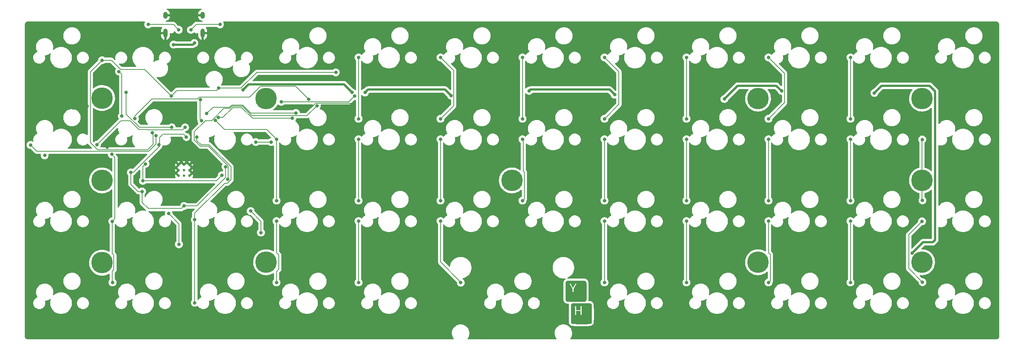
<source format=gbr>
%TF.GenerationSoftware,KiCad,Pcbnew,(6.0.0)*%
%TF.CreationDate,2023-08-19T11:13:56+07:00*%
%TF.ProjectId,pacman,7061636d-616e-42e6-9b69-6361645f7063,rev?*%
%TF.SameCoordinates,Original*%
%TF.FileFunction,Copper,L1,Top*%
%TF.FilePolarity,Positive*%
%FSLAX46Y46*%
G04 Gerber Fmt 4.6, Leading zero omitted, Abs format (unit mm)*
G04 Created by KiCad (PCBNEW (6.0.0)) date 2023-08-19 11:13:56*
%MOMM*%
%LPD*%
G01*
G04 APERTURE LIST*
%TA.AperFunction,EtchedComponent*%
%ADD10C,0.010000*%
%TD*%
%TA.AperFunction,ComponentPad*%
%ADD11C,5.000000*%
%TD*%
%TA.AperFunction,ComponentPad*%
%ADD12C,0.600000*%
%TD*%
%TA.AperFunction,ComponentPad*%
%ADD13O,1.000000X1.600000*%
%TD*%
%TA.AperFunction,ComponentPad*%
%ADD14O,1.000000X2.100000*%
%TD*%
%TA.AperFunction,ViaPad*%
%ADD15C,0.800000*%
%TD*%
%TA.AperFunction,Conductor*%
%ADD16C,0.200000*%
%TD*%
%TA.AperFunction,Conductor*%
%ADD17C,0.500000*%
%TD*%
G04 APERTURE END LIST*
D10*
%TO.C,Ref\u002A\u002A*%
X149111612Y-79389158D02*
X149232706Y-79471818D01*
X149232706Y-79471818D02*
X149326242Y-79585671D01*
X149326242Y-79585671D02*
X149358730Y-79646801D01*
X149358730Y-79646801D02*
X149364435Y-79662564D01*
X149364435Y-79662564D02*
X149369469Y-79685036D01*
X149369469Y-79685036D02*
X149373874Y-79716766D01*
X149373874Y-79716766D02*
X149377689Y-79760300D01*
X149377689Y-79760300D02*
X149380957Y-79818183D01*
X149380957Y-79818183D02*
X149383718Y-79892963D01*
X149383718Y-79892963D02*
X149386015Y-79987187D01*
X149386015Y-79987187D02*
X149387886Y-80103401D01*
X149387886Y-80103401D02*
X149389375Y-80244151D01*
X149389375Y-80244151D02*
X149390522Y-80411984D01*
X149390522Y-80411984D02*
X149391368Y-80609448D01*
X149391368Y-80609448D02*
X149391954Y-80839087D01*
X149391954Y-80839087D02*
X149392321Y-81103450D01*
X149392321Y-81103450D02*
X149392511Y-81405083D01*
X149392511Y-81405083D02*
X149392564Y-81742301D01*
X149392564Y-81742301D02*
X149392564Y-83763718D01*
X149392564Y-83763718D02*
X149346472Y-83849828D01*
X149346472Y-83849828D02*
X149283347Y-83941112D01*
X149283347Y-83941112D02*
X149200990Y-84023327D01*
X149200990Y-84023327D02*
X149112024Y-84085330D01*
X149112024Y-84085330D02*
X149050104Y-84111441D01*
X149050104Y-84111441D02*
X149013186Y-84115877D01*
X149013186Y-84115877D02*
X148936014Y-84119816D01*
X148936014Y-84119816D02*
X148818349Y-84123262D01*
X148818349Y-84123262D02*
X148659950Y-84126217D01*
X148659950Y-84126217D02*
X148460579Y-84128683D01*
X148460579Y-84128683D02*
X148219996Y-84130663D01*
X148219996Y-84130663D02*
X147937962Y-84132160D01*
X147937962Y-84132160D02*
X147614236Y-84133177D01*
X147614236Y-84133177D02*
X147248580Y-84133715D01*
X147248580Y-84133715D02*
X146979564Y-84133809D01*
X146979564Y-84133809D02*
X144989898Y-84133721D01*
X144989898Y-84133721D02*
X144884064Y-84083812D01*
X144884064Y-84083812D02*
X144782169Y-84024967D01*
X144782169Y-84024967D02*
X144708657Y-83953027D01*
X144708657Y-83953027D02*
X144650097Y-83854317D01*
X144650097Y-83854317D02*
X144642426Y-83837801D01*
X144642426Y-83837801D02*
X144635162Y-83821000D01*
X144635162Y-83821000D02*
X144628762Y-83802864D01*
X144628762Y-83802864D02*
X144623169Y-83780751D01*
X144623169Y-83780751D02*
X144618328Y-83752019D01*
X144618328Y-83752019D02*
X144614185Y-83714027D01*
X144614185Y-83714027D02*
X144610683Y-83664133D01*
X144610683Y-83664133D02*
X144607768Y-83599695D01*
X144607768Y-83599695D02*
X144605385Y-83518071D01*
X144605385Y-83518071D02*
X144603478Y-83416620D01*
X144603478Y-83416620D02*
X144601992Y-83292700D01*
X144601992Y-83292700D02*
X144600872Y-83143669D01*
X144600872Y-83143669D02*
X144600062Y-82966884D01*
X144600062Y-82966884D02*
X144599508Y-82759705D01*
X144599508Y-82759705D02*
X144599153Y-82519490D01*
X144599153Y-82519490D02*
X144598944Y-82243597D01*
X144598944Y-82243597D02*
X144598824Y-81929384D01*
X144598824Y-81929384D02*
X144598779Y-81750254D01*
X144598779Y-81750254D02*
X144598672Y-81405174D01*
X144598672Y-81405174D02*
X144598623Y-81099834D01*
X144598623Y-81099834D02*
X144598786Y-80831641D01*
X144598786Y-80831641D02*
X144599313Y-80598002D01*
X144599313Y-80598002D02*
X144600357Y-80396323D01*
X144600357Y-80396323D02*
X144602073Y-80224011D01*
X144602073Y-80224011D02*
X144604612Y-80078473D01*
X144604612Y-80078473D02*
X144608129Y-79957116D01*
X144608129Y-79957116D02*
X144610951Y-79896507D01*
X144610951Y-79896507D02*
X145406175Y-79896507D01*
X145406175Y-79896507D02*
X145417443Y-79918541D01*
X145417443Y-79918541D02*
X145446280Y-79973541D01*
X145446280Y-79973541D02*
X145490357Y-80057107D01*
X145490357Y-80057107D02*
X145547348Y-80164839D01*
X145547348Y-80164839D02*
X145614926Y-80292336D01*
X145614926Y-80292336D02*
X145690763Y-80435199D01*
X145690763Y-80435199D02*
X145757189Y-80560177D01*
X145757189Y-80560177D02*
X146101148Y-81206975D01*
X146101148Y-81206975D02*
X146101148Y-81975134D01*
X146101148Y-81975134D02*
X146439814Y-81975134D01*
X146439814Y-81975134D02*
X146439814Y-81230464D01*
X146439814Y-81230464D02*
X146791684Y-80570924D01*
X146791684Y-80570924D02*
X146873646Y-80417333D01*
X146873646Y-80417333D02*
X146949359Y-80275527D01*
X146949359Y-80275527D02*
X147016499Y-80149851D01*
X147016499Y-80149851D02*
X147072744Y-80044648D01*
X147072744Y-80044648D02*
X147115772Y-79964262D01*
X147115772Y-79964262D02*
X147143261Y-79913038D01*
X147143261Y-79913038D02*
X147152766Y-79895509D01*
X147152766Y-79895509D02*
X147137558Y-79888392D01*
X147137558Y-79888392D02*
X147089063Y-79882926D01*
X147089063Y-79882926D02*
X147016322Y-79879944D01*
X147016322Y-79879944D02*
X146980898Y-79879634D01*
X146980898Y-79879634D02*
X146799817Y-79879634D01*
X146799817Y-79879634D02*
X146545648Y-80387634D01*
X146545648Y-80387634D02*
X146477836Y-80522028D01*
X146477836Y-80522028D02*
X146415674Y-80643055D01*
X146415674Y-80643055D02*
X146361774Y-80745806D01*
X146361774Y-80745806D02*
X146318744Y-80825372D01*
X146318744Y-80825372D02*
X146289195Y-80876846D01*
X146289195Y-80876846D02*
X146275737Y-80895318D01*
X146275737Y-80895318D02*
X146275688Y-80895319D01*
X146275688Y-80895319D02*
X146262611Y-80876975D01*
X146262611Y-80876975D02*
X146233785Y-80825422D01*
X146233785Y-80825422D02*
X146191777Y-80745616D01*
X146191777Y-80745616D02*
X146139151Y-80642517D01*
X146139151Y-80642517D02*
X146078472Y-80521080D01*
X146078472Y-80521080D02*
X146012820Y-80387319D01*
X146012820Y-80387319D02*
X145765742Y-79879634D01*
X145765742Y-79879634D02*
X145582431Y-79879634D01*
X145582431Y-79879634D02*
X145501351Y-79881420D01*
X145501351Y-79881420D02*
X145440351Y-79886193D01*
X145440351Y-79886193D02*
X145408569Y-79893079D01*
X145408569Y-79893079D02*
X145406175Y-79896507D01*
X145406175Y-79896507D02*
X144610951Y-79896507D01*
X144610951Y-79896507D02*
X144612775Y-79857347D01*
X144612775Y-79857347D02*
X144618705Y-79776572D01*
X144618705Y-79776572D02*
X144626071Y-79712198D01*
X144626071Y-79712198D02*
X144635026Y-79661631D01*
X144635026Y-79661631D02*
X144645724Y-79622280D01*
X144645724Y-79622280D02*
X144658317Y-79591550D01*
X144658317Y-79591550D02*
X144672959Y-79566848D01*
X144672959Y-79566848D02*
X144689803Y-79545582D01*
X144689803Y-79545582D02*
X144709001Y-79525157D01*
X144709001Y-79525157D02*
X144730708Y-79502981D01*
X144730708Y-79502981D02*
X144731506Y-79502150D01*
X144731506Y-79502150D02*
X144795826Y-79445328D01*
X144795826Y-79445328D02*
X144869032Y-79394255D01*
X144869032Y-79394255D02*
X144884064Y-79385654D01*
X144884064Y-79385654D02*
X144968731Y-79339884D01*
X144968731Y-79339884D02*
X149011564Y-79339884D01*
X149011564Y-79339884D02*
X149111612Y-79389158D01*
X149111612Y-79389158D02*
X149111612Y-79389158D01*
G36*
X144618705Y-79776572D02*
G01*
X144626071Y-79712198D01*
X144635026Y-79661631D01*
X144645724Y-79622280D01*
X144658317Y-79591550D01*
X144672959Y-79566848D01*
X144689803Y-79545582D01*
X144709001Y-79525157D01*
X144730708Y-79502981D01*
X144731506Y-79502150D01*
X144795826Y-79445328D01*
X144869032Y-79394255D01*
X144884064Y-79385654D01*
X144968731Y-79339884D01*
X149011564Y-79339884D01*
X149111612Y-79389158D01*
X149232706Y-79471818D01*
X149326242Y-79585671D01*
X149358730Y-79646801D01*
X149364435Y-79662564D01*
X149369469Y-79685036D01*
X149373874Y-79716766D01*
X149377689Y-79760300D01*
X149380957Y-79818183D01*
X149383718Y-79892963D01*
X149386015Y-79987187D01*
X149387886Y-80103401D01*
X149389375Y-80244151D01*
X149390522Y-80411984D01*
X149391368Y-80609448D01*
X149391954Y-80839087D01*
X149392321Y-81103450D01*
X149392511Y-81405083D01*
X149392564Y-81742301D01*
X149392564Y-83763718D01*
X149346472Y-83849828D01*
X149283347Y-83941112D01*
X149200990Y-84023327D01*
X149112024Y-84085330D01*
X149050104Y-84111441D01*
X149013186Y-84115877D01*
X148936014Y-84119816D01*
X148818349Y-84123262D01*
X148659950Y-84126217D01*
X148460579Y-84128683D01*
X148219996Y-84130663D01*
X147937962Y-84132160D01*
X147614236Y-84133177D01*
X147248580Y-84133715D01*
X146979564Y-84133809D01*
X144989898Y-84133721D01*
X144884064Y-84083812D01*
X144782169Y-84024967D01*
X144708657Y-83953027D01*
X144650097Y-83854317D01*
X144642426Y-83837801D01*
X144635162Y-83821000D01*
X144628762Y-83802864D01*
X144623169Y-83780751D01*
X144618328Y-83752019D01*
X144614185Y-83714027D01*
X144610683Y-83664133D01*
X144607768Y-83599695D01*
X144605385Y-83518071D01*
X144603478Y-83416620D01*
X144601992Y-83292700D01*
X144600872Y-83143669D01*
X144600062Y-82966884D01*
X144599508Y-82759705D01*
X144599153Y-82519490D01*
X144598944Y-82243597D01*
X144598824Y-81929384D01*
X144598779Y-81750254D01*
X144598672Y-81405174D01*
X144598623Y-81099834D01*
X144598786Y-80831641D01*
X144599313Y-80598002D01*
X144600357Y-80396323D01*
X144602073Y-80224011D01*
X144604612Y-80078473D01*
X144608129Y-79957116D01*
X144610951Y-79896507D01*
X145406175Y-79896507D01*
X145417443Y-79918541D01*
X145446280Y-79973541D01*
X145490357Y-80057107D01*
X145547348Y-80164839D01*
X145614926Y-80292336D01*
X145690763Y-80435199D01*
X145757189Y-80560177D01*
X146101148Y-81206975D01*
X146101148Y-81975134D01*
X146439814Y-81975134D01*
X146439814Y-81230464D01*
X146791684Y-80570924D01*
X146873646Y-80417333D01*
X146949359Y-80275527D01*
X147016499Y-80149851D01*
X147072744Y-80044648D01*
X147115772Y-79964262D01*
X147143261Y-79913038D01*
X147152766Y-79895509D01*
X147137558Y-79888392D01*
X147089063Y-79882926D01*
X147016322Y-79879944D01*
X146980898Y-79879634D01*
X146799817Y-79879634D01*
X146545648Y-80387634D01*
X146477836Y-80522028D01*
X146415674Y-80643055D01*
X146361774Y-80745806D01*
X146318744Y-80825372D01*
X146289195Y-80876846D01*
X146275737Y-80895318D01*
X146275688Y-80895319D01*
X146262611Y-80876975D01*
X146233785Y-80825422D01*
X146191777Y-80745616D01*
X146139151Y-80642517D01*
X146078472Y-80521080D01*
X146012820Y-80387319D01*
X145765742Y-79879634D01*
X145582431Y-79879634D01*
X145501351Y-79881420D01*
X145440351Y-79886193D01*
X145408569Y-79893079D01*
X145406175Y-79896507D01*
X144610951Y-79896507D01*
X144612775Y-79857347D01*
X144618705Y-79776572D01*
G37*
X144618705Y-79776572D02*
X144626071Y-79712198D01*
X144635026Y-79661631D01*
X144645724Y-79622280D01*
X144658317Y-79591550D01*
X144672959Y-79566848D01*
X144689803Y-79545582D01*
X144709001Y-79525157D01*
X144730708Y-79502981D01*
X144731506Y-79502150D01*
X144795826Y-79445328D01*
X144869032Y-79394255D01*
X144884064Y-79385654D01*
X144968731Y-79339884D01*
X149011564Y-79339884D01*
X149111612Y-79389158D01*
X149232706Y-79471818D01*
X149326242Y-79585671D01*
X149358730Y-79646801D01*
X149364435Y-79662564D01*
X149369469Y-79685036D01*
X149373874Y-79716766D01*
X149377689Y-79760300D01*
X149380957Y-79818183D01*
X149383718Y-79892963D01*
X149386015Y-79987187D01*
X149387886Y-80103401D01*
X149389375Y-80244151D01*
X149390522Y-80411984D01*
X149391368Y-80609448D01*
X149391954Y-80839087D01*
X149392321Y-81103450D01*
X149392511Y-81405083D01*
X149392564Y-81742301D01*
X149392564Y-83763718D01*
X149346472Y-83849828D01*
X149283347Y-83941112D01*
X149200990Y-84023327D01*
X149112024Y-84085330D01*
X149050104Y-84111441D01*
X149013186Y-84115877D01*
X148936014Y-84119816D01*
X148818349Y-84123262D01*
X148659950Y-84126217D01*
X148460579Y-84128683D01*
X148219996Y-84130663D01*
X147937962Y-84132160D01*
X147614236Y-84133177D01*
X147248580Y-84133715D01*
X146979564Y-84133809D01*
X144989898Y-84133721D01*
X144884064Y-84083812D01*
X144782169Y-84024967D01*
X144708657Y-83953027D01*
X144650097Y-83854317D01*
X144642426Y-83837801D01*
X144635162Y-83821000D01*
X144628762Y-83802864D01*
X144623169Y-83780751D01*
X144618328Y-83752019D01*
X144614185Y-83714027D01*
X144610683Y-83664133D01*
X144607768Y-83599695D01*
X144605385Y-83518071D01*
X144603478Y-83416620D01*
X144601992Y-83292700D01*
X144600872Y-83143669D01*
X144600062Y-82966884D01*
X144599508Y-82759705D01*
X144599153Y-82519490D01*
X144598944Y-82243597D01*
X144598824Y-81929384D01*
X144598779Y-81750254D01*
X144598672Y-81405174D01*
X144598623Y-81099834D01*
X144598786Y-80831641D01*
X144599313Y-80598002D01*
X144600357Y-80396323D01*
X144602073Y-80224011D01*
X144604612Y-80078473D01*
X144608129Y-79957116D01*
X144610951Y-79896507D01*
X145406175Y-79896507D01*
X145417443Y-79918541D01*
X145446280Y-79973541D01*
X145490357Y-80057107D01*
X145547348Y-80164839D01*
X145614926Y-80292336D01*
X145690763Y-80435199D01*
X145757189Y-80560177D01*
X146101148Y-81206975D01*
X146101148Y-81975134D01*
X146439814Y-81975134D01*
X146439814Y-81230464D01*
X146791684Y-80570924D01*
X146873646Y-80417333D01*
X146949359Y-80275527D01*
X147016499Y-80149851D01*
X147072744Y-80044648D01*
X147115772Y-79964262D01*
X147143261Y-79913038D01*
X147152766Y-79895509D01*
X147137558Y-79888392D01*
X147089063Y-79882926D01*
X147016322Y-79879944D01*
X146980898Y-79879634D01*
X146799817Y-79879634D01*
X146545648Y-80387634D01*
X146477836Y-80522028D01*
X146415674Y-80643055D01*
X146361774Y-80745806D01*
X146318744Y-80825372D01*
X146289195Y-80876846D01*
X146275737Y-80895318D01*
X146275688Y-80895319D01*
X146262611Y-80876975D01*
X146233785Y-80825422D01*
X146191777Y-80745616D01*
X146139151Y-80642517D01*
X146078472Y-80521080D01*
X146012820Y-80387319D01*
X145765742Y-79879634D01*
X145582431Y-79879634D01*
X145501351Y-79881420D01*
X145440351Y-79886193D01*
X145408569Y-79893079D01*
X145406175Y-79896507D01*
X144610951Y-79896507D01*
X144612775Y-79857347D01*
X144618705Y-79776572D01*
X150369248Y-84614946D02*
X150466435Y-84684049D01*
X150466435Y-84684049D02*
X150550502Y-84775472D01*
X150550502Y-84775472D02*
X150610471Y-84875965D01*
X150610471Y-84875965D02*
X150628613Y-84927913D01*
X150628613Y-84927913D02*
X150633150Y-84963519D01*
X150633150Y-84963519D02*
X150637169Y-85032848D01*
X150637169Y-85032848D02*
X150640681Y-85136842D01*
X150640681Y-85136842D02*
X150643697Y-85276444D01*
X150643697Y-85276444D02*
X150646227Y-85452597D01*
X150646227Y-85452597D02*
X150648283Y-85666245D01*
X150648283Y-85666245D02*
X150649875Y-85918331D01*
X150649875Y-85918331D02*
X150651015Y-86209798D01*
X150651015Y-86209798D02*
X150651712Y-86541589D01*
X150651712Y-86541589D02*
X150651977Y-86914648D01*
X150651977Y-86914648D02*
X150651981Y-86965415D01*
X150651981Y-86965415D02*
X150652032Y-87309962D01*
X150652032Y-87309962D02*
X150652057Y-87614780D01*
X150652057Y-87614780D02*
X150651859Y-87882475D01*
X150651859Y-87882475D02*
X150651243Y-88115653D01*
X150651243Y-88115653D02*
X150650015Y-88316918D01*
X150650015Y-88316918D02*
X150647979Y-88488875D01*
X150647979Y-88488875D02*
X150644940Y-88634129D01*
X150644940Y-88634129D02*
X150640703Y-88755286D01*
X150640703Y-88755286D02*
X150635072Y-88854950D01*
X150635072Y-88854950D02*
X150627853Y-88935727D01*
X150627853Y-88935727D02*
X150618850Y-89000221D01*
X150618850Y-89000221D02*
X150607868Y-89051038D01*
X150607868Y-89051038D02*
X150594711Y-89090783D01*
X150594711Y-89090783D02*
X150579186Y-89122060D01*
X150579186Y-89122060D02*
X150561096Y-89147475D01*
X150561096Y-89147475D02*
X150540246Y-89169633D01*
X150540246Y-89169633D02*
X150516441Y-89191139D01*
X150516441Y-89191139D02*
X150489486Y-89214597D01*
X150489486Y-89214597D02*
X150483026Y-89220358D01*
X150483026Y-89220358D02*
X150384661Y-89293908D01*
X150384661Y-89293908D02*
X150290269Y-89336631D01*
X150290269Y-89336631D02*
X150283477Y-89338445D01*
X150283477Y-89338445D02*
X150247019Y-89342278D01*
X150247019Y-89342278D02*
X150171982Y-89345751D01*
X150171982Y-89345751D02*
X150062048Y-89348864D01*
X150062048Y-89348864D02*
X149920897Y-89351619D01*
X149920897Y-89351619D02*
X149752209Y-89354016D01*
X149752209Y-89354016D02*
X149559667Y-89356056D01*
X149559667Y-89356056D02*
X149346950Y-89357741D01*
X149346950Y-89357741D02*
X149117739Y-89359072D01*
X149117739Y-89359072D02*
X148875715Y-89360049D01*
X148875715Y-89360049D02*
X148624560Y-89360674D01*
X148624560Y-89360674D02*
X148367953Y-89360948D01*
X148367953Y-89360948D02*
X148109575Y-89360871D01*
X148109575Y-89360871D02*
X147853109Y-89360446D01*
X147853109Y-89360446D02*
X147602233Y-89359672D01*
X147602233Y-89359672D02*
X147360629Y-89358551D01*
X147360629Y-89358551D02*
X147131978Y-89357084D01*
X147131978Y-89357084D02*
X146919961Y-89355272D01*
X146919961Y-89355272D02*
X146728258Y-89353116D01*
X146728258Y-89353116D02*
X146560551Y-89350617D01*
X146560551Y-89350617D02*
X146420520Y-89347776D01*
X146420520Y-89347776D02*
X146311845Y-89344594D01*
X146311845Y-89344594D02*
X146238208Y-89341073D01*
X146238208Y-89341073D02*
X146203559Y-89337286D01*
X146203559Y-89337286D02*
X146117955Y-89298405D01*
X146117955Y-89298405D02*
X146029261Y-89231751D01*
X146029261Y-89231751D02*
X145950614Y-89148650D01*
X145950614Y-89148650D02*
X145904626Y-89079568D01*
X145904626Y-89079568D02*
X145857731Y-88991884D01*
X145857731Y-88991884D02*
X145857731Y-86959884D01*
X145857731Y-86959884D02*
X145857759Y-86620705D01*
X145857759Y-86620705D02*
X145857875Y-86321276D01*
X145857875Y-86321276D02*
X145858129Y-86059014D01*
X145858129Y-86059014D02*
X145858567Y-85831334D01*
X145858567Y-85831334D02*
X145859239Y-85635654D01*
X145859239Y-85635654D02*
X145860193Y-85469390D01*
X145860193Y-85469390D02*
X145861478Y-85329958D01*
X145861478Y-85329958D02*
X145863141Y-85214776D01*
X145863141Y-85214776D02*
X145863639Y-85192468D01*
X145863639Y-85192468D02*
X146714981Y-85192468D01*
X146714981Y-85192468D02*
X146714981Y-87287968D01*
X146714981Y-87287968D02*
X147053648Y-87287968D01*
X147053648Y-87287968D02*
X147053648Y-86377801D01*
X147053648Y-86377801D02*
X148006148Y-86377801D01*
X148006148Y-86377801D02*
X148006148Y-87287968D01*
X148006148Y-87287968D02*
X148344814Y-87287968D01*
X148344814Y-87287968D02*
X148344814Y-85192468D01*
X148344814Y-85192468D02*
X148006148Y-85192468D01*
X148006148Y-85192468D02*
X148006148Y-86123801D01*
X148006148Y-86123801D02*
X147053648Y-86123801D01*
X147053648Y-86123801D02*
X147053648Y-85192468D01*
X147053648Y-85192468D02*
X146714981Y-85192468D01*
X146714981Y-85192468D02*
X145863639Y-85192468D01*
X145863639Y-85192468D02*
X145865232Y-85121259D01*
X145865232Y-85121259D02*
X145867798Y-85046825D01*
X145867798Y-85046825D02*
X145870888Y-84988889D01*
X145870888Y-84988889D02*
X145874551Y-84944869D01*
X145874551Y-84944869D02*
X145878834Y-84912181D01*
X145878834Y-84912181D02*
X145883787Y-84888241D01*
X145883787Y-84888241D02*
X145889457Y-84870466D01*
X145889457Y-84870466D02*
X145895893Y-84856273D01*
X145895893Y-84856273D02*
X145897189Y-84853801D01*
X145897189Y-84853801D02*
X145987627Y-84726422D01*
X145987627Y-84726422D02*
X146105577Y-84629499D01*
X146105577Y-84629499D02*
X146132898Y-84613737D01*
X146132898Y-84613737D02*
X146217564Y-84568051D01*
X146217564Y-84568051D02*
X150281564Y-84568051D01*
X150281564Y-84568051D02*
X150369248Y-84614946D01*
X150369248Y-84614946D02*
X150369248Y-84614946D01*
G36*
X150369248Y-84614946D02*
G01*
X150466435Y-84684049D01*
X150550502Y-84775472D01*
X150610471Y-84875965D01*
X150628613Y-84927913D01*
X150633150Y-84963519D01*
X150637169Y-85032848D01*
X150640681Y-85136842D01*
X150643697Y-85276444D01*
X150646227Y-85452597D01*
X150648283Y-85666245D01*
X150649875Y-85918331D01*
X150651015Y-86209798D01*
X150651712Y-86541589D01*
X150651977Y-86914648D01*
X150651981Y-86965415D01*
X150652032Y-87309962D01*
X150652057Y-87614780D01*
X150651859Y-87882475D01*
X150651243Y-88115653D01*
X150650015Y-88316918D01*
X150647979Y-88488875D01*
X150644940Y-88634129D01*
X150640703Y-88755286D01*
X150635072Y-88854950D01*
X150627853Y-88935727D01*
X150618850Y-89000221D01*
X150607868Y-89051038D01*
X150594711Y-89090783D01*
X150579186Y-89122060D01*
X150561096Y-89147475D01*
X150540246Y-89169633D01*
X150516441Y-89191139D01*
X150489486Y-89214597D01*
X150483026Y-89220358D01*
X150384661Y-89293908D01*
X150290269Y-89336631D01*
X150283477Y-89338445D01*
X150247019Y-89342278D01*
X150171982Y-89345751D01*
X150062048Y-89348864D01*
X149920897Y-89351619D01*
X149752209Y-89354016D01*
X149559667Y-89356056D01*
X149346950Y-89357741D01*
X149117739Y-89359072D01*
X148875715Y-89360049D01*
X148624560Y-89360674D01*
X148367953Y-89360948D01*
X148109575Y-89360871D01*
X147853109Y-89360446D01*
X147602233Y-89359672D01*
X147360629Y-89358551D01*
X147131978Y-89357084D01*
X146919961Y-89355272D01*
X146728258Y-89353116D01*
X146560551Y-89350617D01*
X146420520Y-89347776D01*
X146311845Y-89344594D01*
X146238208Y-89341073D01*
X146203559Y-89337286D01*
X146117955Y-89298405D01*
X146029261Y-89231751D01*
X145950614Y-89148650D01*
X145904626Y-89079568D01*
X145857731Y-88991884D01*
X145857731Y-87287968D01*
X146714981Y-87287968D01*
X147053648Y-87287968D01*
X147053648Y-86377801D01*
X148006148Y-86377801D01*
X148006148Y-87287968D01*
X148344814Y-87287968D01*
X148344814Y-85192468D01*
X148006148Y-85192468D01*
X148006148Y-86123801D01*
X147053648Y-86123801D01*
X147053648Y-85192468D01*
X146714981Y-85192468D01*
X146714981Y-87287968D01*
X145857731Y-87287968D01*
X145857731Y-86959884D01*
X145857759Y-86620705D01*
X145857875Y-86321276D01*
X145858129Y-86059014D01*
X145858567Y-85831334D01*
X145859239Y-85635654D01*
X145860193Y-85469390D01*
X145861478Y-85329958D01*
X145863141Y-85214776D01*
X145863639Y-85192468D01*
X145865232Y-85121259D01*
X145867798Y-85046825D01*
X145870888Y-84988889D01*
X145874551Y-84944869D01*
X145878834Y-84912181D01*
X145883787Y-84888241D01*
X145889457Y-84870466D01*
X145895893Y-84856273D01*
X145897189Y-84853801D01*
X145987627Y-84726422D01*
X146105577Y-84629499D01*
X146132898Y-84613737D01*
X146217564Y-84568051D01*
X150281564Y-84568051D01*
X150369248Y-84614946D01*
G37*
X150369248Y-84614946D02*
X150466435Y-84684049D01*
X150550502Y-84775472D01*
X150610471Y-84875965D01*
X150628613Y-84927913D01*
X150633150Y-84963519D01*
X150637169Y-85032848D01*
X150640681Y-85136842D01*
X150643697Y-85276444D01*
X150646227Y-85452597D01*
X150648283Y-85666245D01*
X150649875Y-85918331D01*
X150651015Y-86209798D01*
X150651712Y-86541589D01*
X150651977Y-86914648D01*
X150651981Y-86965415D01*
X150652032Y-87309962D01*
X150652057Y-87614780D01*
X150651859Y-87882475D01*
X150651243Y-88115653D01*
X150650015Y-88316918D01*
X150647979Y-88488875D01*
X150644940Y-88634129D01*
X150640703Y-88755286D01*
X150635072Y-88854950D01*
X150627853Y-88935727D01*
X150618850Y-89000221D01*
X150607868Y-89051038D01*
X150594711Y-89090783D01*
X150579186Y-89122060D01*
X150561096Y-89147475D01*
X150540246Y-89169633D01*
X150516441Y-89191139D01*
X150489486Y-89214597D01*
X150483026Y-89220358D01*
X150384661Y-89293908D01*
X150290269Y-89336631D01*
X150283477Y-89338445D01*
X150247019Y-89342278D01*
X150171982Y-89345751D01*
X150062048Y-89348864D01*
X149920897Y-89351619D01*
X149752209Y-89354016D01*
X149559667Y-89356056D01*
X149346950Y-89357741D01*
X149117739Y-89359072D01*
X148875715Y-89360049D01*
X148624560Y-89360674D01*
X148367953Y-89360948D01*
X148109575Y-89360871D01*
X147853109Y-89360446D01*
X147602233Y-89359672D01*
X147360629Y-89358551D01*
X147131978Y-89357084D01*
X146919961Y-89355272D01*
X146728258Y-89353116D01*
X146560551Y-89350617D01*
X146420520Y-89347776D01*
X146311845Y-89344594D01*
X146238208Y-89341073D01*
X146203559Y-89337286D01*
X146117955Y-89298405D01*
X146029261Y-89231751D01*
X145950614Y-89148650D01*
X145904626Y-89079568D01*
X145857731Y-88991884D01*
X145857731Y-87287968D01*
X146714981Y-87287968D01*
X147053648Y-87287968D01*
X147053648Y-86377801D01*
X148006148Y-86377801D01*
X148006148Y-87287968D01*
X148344814Y-87287968D01*
X148344814Y-85192468D01*
X148006148Y-85192468D01*
X148006148Y-86123801D01*
X147053648Y-86123801D01*
X147053648Y-85192468D01*
X146714981Y-85192468D01*
X146714981Y-87287968D01*
X145857731Y-87287968D01*
X145857731Y-86959884D01*
X145857759Y-86620705D01*
X145857875Y-86321276D01*
X145858129Y-86059014D01*
X145858567Y-85831334D01*
X145859239Y-85635654D01*
X145860193Y-85469390D01*
X145861478Y-85329958D01*
X145863141Y-85214776D01*
X145863639Y-85192468D01*
X145865232Y-85121259D01*
X145867798Y-85046825D01*
X145870888Y-84988889D01*
X145874551Y-84944869D01*
X145878834Y-84912181D01*
X145883787Y-84888241D01*
X145889457Y-84870466D01*
X145895893Y-84856273D01*
X145897189Y-84853801D01*
X145987627Y-84726422D01*
X146105577Y-84629499D01*
X146132898Y-84613737D01*
X146217564Y-84568051D01*
X150281564Y-84568051D01*
X150369248Y-84614946D01*
%TD*%
D11*
%TO.P,,*%
%TO.N,*%
X36909840Y-75129384D03*
%TD*%
%TO.P,,*%
%TO.N,*%
X227412240Y-55960080D03*
%TD*%
%TO.P,,*%
%TO.N,*%
X132141190Y-55960048D03*
%TD*%
%TO.P,,*%
%TO.N,*%
X75010320Y-36909840D03*
%TD*%
%TO.P,,*%
%TO.N,*%
X75010320Y-75010320D03*
%TD*%
%TO.P,,*%
%TO.N,*%
X189311760Y-75010320D03*
%TD*%
%TO.P,,*%
%TO.N,*%
X189311760Y-36909840D03*
%TD*%
%TO.P,REF\u002A\u002A,*%
%TO.N,*%
X36909840Y-36790776D03*
%TD*%
%TO.P,,*%
%TO.N,*%
X36909840Y-55960080D03*
%TD*%
%TO.P,,*%
%TO.N,*%
X227412240Y-36909840D03*
%TD*%
%TO.P,,*%
%TO.N,*%
X227412240Y-75010320D03*
%TD*%
D12*
%TO.P,U2,57,GND*%
%TO.N,GND*%
X54684422Y-53578170D03*
X55959422Y-52303170D03*
X57234422Y-52303170D03*
X57234422Y-54853170D03*
X55959422Y-53578170D03*
X54684422Y-54853170D03*
X57234422Y-53578170D03*
X55959422Y-54853170D03*
X54684422Y-52303170D03*
%TD*%
D13*
%TO.P,USB1,13,SHIELD*%
%TO.N,GND*%
X60279422Y-17487516D03*
X51639422Y-17487516D03*
D14*
X51639422Y-21667516D03*
X60279422Y-21667516D03*
%TD*%
D15*
%TO.N,+1V1*%
X46400000Y-56050000D03*
X64750000Y-54750000D03*
X46978187Y-52119635D03*
%TO.N,GND*%
X51300000Y-49150000D03*
X45000000Y-60850000D03*
X76200064Y-52387544D03*
X59601089Y-49498911D03*
X29766000Y-52983480D03*
X64500000Y-53450000D03*
X19645329Y-71437560D03*
X56554735Y-65484430D03*
X45000000Y-56900000D03*
X132159486Y-91678202D03*
X87500000Y-50000000D03*
X73400000Y-49450000D03*
X38397882Y-40779146D03*
X54768796Y-25598459D03*
X58291980Y-39533428D03*
X44050000Y-52250000D03*
X38100224Y-48220596D03*
X216815544Y-76796280D03*
X33456984Y-38695800D03*
X59531300Y-59531300D03*
X233000000Y-68000000D03*
X42150000Y-57050000D03*
X19645329Y-55959422D03*
X49410979Y-22026581D03*
X54250000Y-58400000D03*
X19645329Y-36909406D03*
X30174000Y-39121822D03*
X216815544Y-70604952D03*
X51100000Y-63600000D03*
X95500000Y-38400500D03*
%TO.N,+3V3*%
X56498033Y-45866524D03*
X65599994Y-52800006D03*
X50108935Y-47658935D03*
X23574672Y-50125944D03*
X43600000Y-54100000D03*
X46200000Y-58550000D03*
X55959422Y-61912552D03*
%TO.N,VBUS*%
X58374930Y-23991486D03*
X53509422Y-24339085D03*
X95000000Y-35500000D03*
X194788704Y-35123880D03*
X181500000Y-37000000D03*
X118000000Y-36209406D03*
X98000000Y-35500000D03*
X216339288Y-35600136D03*
X225150024Y-72867168D03*
X156000000Y-36000000D03*
X136109386Y-35109386D03*
X69652440Y-34885752D03*
%TO.N,Net-(D26-Pad2)*%
X52387544Y-63698491D03*
X54768796Y-70842247D03*
%TO.N,Net-(D27-Pad2)*%
X71437560Y-63103178D03*
X73818812Y-68104608D03*
%TO.N,Net-(J1-Pad2)*%
X86824725Y-38600500D03*
X66100000Y-55700000D03*
%TO.N,/USB_BOOT*%
X44532613Y-41599500D03*
X84902129Y-37070500D03*
%TO.N,Net-(R4-Pad1)*%
X47625040Y-19645329D03*
X54709422Y-20895329D03*
%TO.N,Net-(R5-Pad1)*%
X57552096Y-20895199D03*
X64293804Y-19645329D03*
%TO.N,Net-(RGB2-Pad2)*%
X95560000Y-36320000D03*
X78550000Y-37670000D03*
%TO.N,row0*%
X63991102Y-34486448D03*
X52982857Y-36314093D03*
X48600000Y-44900000D03*
X36909406Y-27979711D03*
X91223515Y-30815650D03*
%TO.N,row1*%
X76200064Y-47029727D03*
X56200000Y-43600000D03*
X72628186Y-47029727D03*
X35718780Y-47625040D03*
%TO.N,col0*%
X20299398Y-47700602D03*
X49400000Y-45500000D03*
%TO.N,col1*%
X41500000Y-41000000D03*
X39349414Y-79713186D03*
X39290658Y-65484430D03*
X40838952Y-30599448D03*
X39172056Y-49887816D03*
%TO.N,col2*%
X58450000Y-84450000D03*
X60000000Y-42100000D03*
X58450000Y-65100000D03*
X59756968Y-37160990D03*
X58940174Y-45839101D03*
%TO.N,col3*%
X77449446Y-60663170D03*
X77439446Y-79723186D03*
X77439446Y-65435674D03*
X77449446Y-46375658D03*
X63245640Y-42002183D03*
%TO.N,col4*%
X96499462Y-65425674D03*
X96499462Y-46375658D03*
X96499462Y-41613154D03*
X63923911Y-41323911D03*
X81100000Y-41500000D03*
X96499462Y-27325642D03*
X96499462Y-79713186D03*
X96499462Y-60663170D03*
%TO.N,col5*%
X115549478Y-27325642D03*
X81950000Y-40250000D03*
X115549478Y-60663170D03*
X120253226Y-79771942D03*
X115549478Y-41613154D03*
X115549478Y-65425674D03*
X61200000Y-40400000D03*
X115549478Y-46375658D03*
%TO.N,col6*%
X134589494Y-41623154D03*
X134589494Y-60673170D03*
X134589494Y-46385658D03*
X134589494Y-27335642D03*
%TO.N,col7*%
X153649510Y-60663170D03*
X153649510Y-65425674D03*
X153649510Y-79713186D03*
X153649510Y-46375658D03*
X153649510Y-27325642D03*
X153649510Y-41613154D03*
%TO.N,col8*%
X172699526Y-46375658D03*
X172699526Y-41613154D03*
X172689526Y-79723186D03*
X172689526Y-65435674D03*
X172699526Y-60663170D03*
X172699526Y-27325642D03*
%TO.N,col9*%
X191749542Y-65425674D03*
X191749542Y-46375658D03*
X191749542Y-41613154D03*
X191749542Y-79713186D03*
X191749542Y-27325642D03*
X191749542Y-60663170D03*
%TO.N,col10*%
X210799558Y-41613154D03*
X210799558Y-60663170D03*
X210789558Y-79723186D03*
X210799558Y-46375658D03*
X210789558Y-65435674D03*
X210799558Y-27325642D03*
%TO.N,col11*%
X227417462Y-65484430D03*
X227518318Y-60613174D03*
X227518318Y-79663190D03*
X227469500Y-46434414D03*
%TO.N,RGB*%
X42505848Y-35445956D03*
X53100000Y-43600000D03*
%TD*%
D16*
%TO.N,+1V1*%
X63450000Y-56050000D02*
X64750000Y-54750000D01*
X46400000Y-56050000D02*
X63450000Y-56050000D01*
X46400000Y-52697822D02*
X46400000Y-56050000D01*
X46978187Y-52119635D02*
X46400000Y-52697822D01*
%TO.N,GND*%
X217887120Y-75724704D02*
X217887120Y-71676528D01*
X217887120Y-71676528D02*
X216815544Y-70604952D01*
X216815544Y-76796280D02*
X217887120Y-75724704D01*
X95500000Y-38400500D02*
X95099500Y-38000000D01*
X95099500Y-38000000D02*
X86500000Y-38000000D01*
X86500000Y-38000000D02*
X85504950Y-38995050D01*
%TO.N,+3V3*%
X50289893Y-45927200D02*
X51007200Y-45209893D01*
X45300000Y-58550000D02*
X43600000Y-56850000D01*
X46200000Y-58550000D02*
X45300000Y-58550000D01*
X65600000Y-53037806D02*
X65600000Y-52800012D01*
X50289893Y-47960107D02*
X50289893Y-45927200D01*
X55959422Y-61912552D02*
X55363794Y-62508180D01*
X47625280Y-62508180D02*
X46200000Y-61082900D01*
X44150000Y-54100000D02*
X50289893Y-47960107D01*
X43600000Y-54100000D02*
X44150000Y-54100000D01*
X55959422Y-61912552D02*
X58935987Y-61912552D01*
X51007200Y-45209893D02*
X55841402Y-45209893D01*
X43600000Y-56850000D02*
X43600000Y-54100000D01*
X46200000Y-61082900D02*
X46200000Y-58550000D01*
X55841402Y-45209893D02*
X56498033Y-45866524D01*
X58935987Y-61912552D02*
X65599994Y-55248545D01*
X55363794Y-62508180D02*
X47625280Y-62508180D01*
X65599994Y-55248545D02*
X65599994Y-52800006D01*
X65600000Y-52800012D02*
X65599994Y-52800006D01*
D17*
%TO.N,VBUS*%
X218029095Y-33910329D02*
X229175289Y-33910329D01*
X98000000Y-35500000D02*
X98674014Y-34825986D01*
X156000000Y-36000000D02*
X154825986Y-34825986D01*
X95000000Y-35500000D02*
X93102794Y-33602794D01*
X98674014Y-34825986D02*
X116616580Y-34825986D01*
X229912584Y-70366824D02*
X227650368Y-70366824D01*
X229175289Y-33910329D02*
X230480053Y-35215093D01*
X154825986Y-34825986D02*
X136392786Y-34825986D01*
X116616580Y-34825986D02*
X118000000Y-36209406D01*
X216339288Y-35600136D02*
X218029095Y-33910329D01*
X70935398Y-33602794D02*
X69652440Y-34885752D01*
X181500000Y-37000000D02*
X184589671Y-33910329D01*
X230480053Y-35215093D02*
X230480053Y-69799355D01*
X184589671Y-33910329D02*
X193575153Y-33910329D01*
X227650368Y-70366824D02*
X225150024Y-72867168D01*
X136392786Y-34825986D02*
X136109386Y-35109386D01*
X58027331Y-24339085D02*
X58374930Y-23991486D01*
X93102794Y-33602794D02*
X70935398Y-33602794D01*
X53509422Y-24339085D02*
X58027331Y-24339085D01*
X193575153Y-33910329D02*
X194788704Y-35123880D01*
X230480053Y-69799355D02*
X229912584Y-70366824D01*
D16*
%TO.N,Net-(D26-Pad2)*%
X54768796Y-70842247D02*
X54768796Y-66079743D01*
X54768796Y-66079743D02*
X52387544Y-63698491D01*
%TO.N,Net-(D27-Pad2)*%
X71437560Y-63103178D02*
X73818812Y-65484430D01*
X73818812Y-65484430D02*
X73818812Y-68104608D01*
%TO.N,Net-(J1-Pad2)*%
X69478376Y-38693688D02*
X71684688Y-40900000D01*
X66250000Y-55550000D02*
X66100000Y-55700000D01*
X59773150Y-47958455D02*
X58340663Y-46525968D01*
X60908332Y-42044893D02*
X62355107Y-42044893D01*
X66199501Y-55600499D02*
X66199501Y-52551690D01*
X61606266Y-47958455D02*
X59773150Y-47958455D01*
X67146647Y-38693687D02*
X69478376Y-38693688D01*
X66100000Y-55700000D02*
X66199501Y-55600499D01*
X66199501Y-52551690D02*
X61606266Y-47958455D01*
X71684688Y-40900000D02*
X84525225Y-40900000D01*
X65194617Y-39205383D02*
X66634951Y-39205383D01*
X66634951Y-39205383D02*
X67146647Y-38693687D01*
X58340663Y-46525968D02*
X58340663Y-44612562D01*
X84525225Y-40900000D02*
X86824725Y-38600500D01*
X58340663Y-44612562D02*
X60908332Y-42044893D01*
X62355107Y-42044893D02*
X65194617Y-39205383D01*
%TO.N,/USB_BOOT*%
X44532613Y-40967387D02*
X48500000Y-37000000D01*
X59070134Y-37000000D02*
X59508645Y-36561489D01*
X73700616Y-34052304D02*
X81883933Y-34052304D01*
X48500000Y-37000000D02*
X59070134Y-37000000D01*
X59508645Y-36561489D02*
X71191431Y-36561489D01*
X44532613Y-41599500D02*
X44532613Y-40967387D01*
X81883933Y-34052304D02*
X84902129Y-37070500D01*
X71191431Y-36561489D02*
X73700616Y-34052304D01*
%TO.N,Net-(R4-Pad1)*%
X47625040Y-19645329D02*
X53459422Y-19645329D01*
X53459422Y-19645329D02*
X54709422Y-20895329D01*
%TO.N,Net-(R5-Pad1)*%
X64293804Y-19645329D02*
X58801966Y-19645329D01*
X58801966Y-19645329D02*
X57552096Y-20895199D01*
%TO.N,Net-(RGB2-Pad2)*%
X78550000Y-37670000D02*
X94210000Y-37670000D01*
X94210000Y-37670000D02*
X95560000Y-36320000D01*
%TO.N,row0*%
X39067039Y-27979711D02*
X36909406Y-27979711D01*
X48777835Y-47546513D02*
X48777835Y-45077835D01*
X72874718Y-30815650D02*
X69203920Y-34486448D01*
X52982857Y-36314093D02*
X46787775Y-30119011D01*
X63476914Y-35000636D02*
X63991102Y-34486448D01*
X48777835Y-45077835D02*
X48600000Y-44900000D01*
X46787775Y-30119011D02*
X41206339Y-30119011D01*
X35877835Y-48877835D02*
X47446513Y-48877835D01*
X69203920Y-34486448D02*
X63991102Y-34486448D01*
X47446513Y-48877835D02*
X48777835Y-47546513D01*
X52982857Y-36314093D02*
X54296314Y-35000636D01*
X36909406Y-27979711D02*
X34171368Y-30717749D01*
X54296314Y-35000636D02*
X63476914Y-35000636D01*
X41206339Y-30119011D02*
X39067039Y-27979711D01*
X34171368Y-47171368D02*
X35877835Y-48877835D01*
X34171368Y-30717749D02*
X34171368Y-47171368D01*
X91223515Y-30815650D02*
X72874718Y-30815650D01*
%TO.N,row1*%
X43390512Y-42044893D02*
X45450174Y-44104555D01*
X45450174Y-44104555D02*
X45463736Y-44090993D01*
X47514099Y-44200000D02*
X55600000Y-44200000D01*
X76200064Y-47029727D02*
X72628186Y-47029727D01*
X45463736Y-44090993D02*
X47405092Y-44090993D01*
X55600000Y-44200000D02*
X56200000Y-43600000D01*
X47405092Y-44090993D02*
X47514099Y-44200000D01*
X41298927Y-42044893D02*
X43390512Y-42044893D01*
X35718780Y-47625040D02*
X41298927Y-42044893D01*
%TO.N,col0*%
X20299398Y-47700602D02*
X21776141Y-49177345D01*
X47722655Y-49177345D02*
X49400000Y-47500000D01*
X21776141Y-49177345D02*
X47722655Y-49177345D01*
X49400000Y-47500000D02*
X49400000Y-45500000D01*
%TO.N,col1*%
X39909351Y-64865737D02*
X39909351Y-50625111D01*
X41500000Y-31260496D02*
X40838952Y-30599448D01*
X39290658Y-79654430D02*
X39349414Y-79713186D01*
X39648312Y-76795356D02*
X39290658Y-77153010D01*
X39290658Y-65484430D02*
X39909351Y-64865737D01*
X41500000Y-41000000D02*
X41500000Y-31260496D01*
X39909351Y-50625111D02*
X39172056Y-49887816D01*
X39648312Y-73343424D02*
X39648312Y-76795356D01*
X39290658Y-72985770D02*
X39648312Y-73343424D01*
X39290658Y-77153010D02*
X39290658Y-79654430D01*
X39290658Y-65484430D02*
X39290658Y-72985770D01*
%TO.N,col2*%
X60000000Y-42100000D02*
X59652430Y-41752430D01*
X58450000Y-84450000D02*
X58450000Y-84650000D01*
X66850000Y-55800000D02*
X66850000Y-52778603D01*
X58940174Y-46701893D02*
X58940174Y-45839101D01*
X61730332Y-47658935D02*
X59897216Y-47658935D01*
X58450000Y-65100000D02*
X58450000Y-63553241D01*
X59652430Y-37265528D02*
X59756968Y-37160990D01*
X65403241Y-56600000D02*
X66050000Y-56600000D01*
X58450000Y-63553241D02*
X65403241Y-56600000D01*
X66050000Y-56600000D02*
X66850000Y-55800000D01*
X58450000Y-65100000D02*
X58450000Y-84450000D01*
X59652430Y-41752430D02*
X59652430Y-37265528D01*
X59897216Y-47658935D02*
X58940174Y-46701893D01*
X66850000Y-52778603D02*
X61730332Y-47658935D01*
%TO.N,col3*%
X77439446Y-72795950D02*
X77439446Y-65435674D01*
X77986920Y-73343424D02*
X77439446Y-72795950D01*
X75164781Y-44090993D02*
X65334450Y-44090993D01*
X77449446Y-46375658D02*
X75164781Y-44090993D01*
X77439446Y-77201318D02*
X77986920Y-76653844D01*
X77986920Y-76653844D02*
X77986920Y-73343424D01*
X77439446Y-79723186D02*
X77439446Y-77201318D01*
X65334450Y-44090993D02*
X63245640Y-42002183D01*
X77449446Y-46375658D02*
X77449446Y-60663170D01*
%TO.N,col4*%
X69354314Y-38993198D02*
X67270708Y-38993198D01*
X67270708Y-38993198D02*
X64939995Y-41323911D01*
X96499462Y-46375658D02*
X96499462Y-60663170D01*
X64939995Y-41323911D02*
X63923911Y-41323911D01*
X71861116Y-41500000D02*
X69354314Y-38993198D01*
X96499462Y-27325642D02*
X96499462Y-41613154D01*
X81100000Y-41500000D02*
X71861116Y-41500000D01*
X96499462Y-65425674D02*
X96499462Y-79713186D01*
%TO.N,col5*%
X118599501Y-38563131D02*
X115549478Y-41613154D01*
X115549478Y-65425674D02*
X115549478Y-74921537D01*
X66516762Y-38900000D02*
X62700000Y-38900000D01*
X69602437Y-38394177D02*
X67022585Y-38394177D01*
X81950000Y-40250000D02*
X71458260Y-40250000D01*
X62700000Y-38900000D02*
X61200000Y-40400000D01*
X118599501Y-30375665D02*
X118599501Y-38563131D01*
X115549478Y-27325642D02*
X118599501Y-30375665D01*
X71458260Y-40250000D02*
X69602437Y-38394177D01*
X67022585Y-38394177D02*
X66516762Y-38900000D01*
X120253226Y-79625285D02*
X120253226Y-79771942D01*
X115549478Y-74921537D02*
X120253226Y-79625285D01*
X115549478Y-46375658D02*
X115549478Y-60663170D01*
%TO.N,col6*%
X134589494Y-27335642D02*
X134589494Y-41623154D01*
X134780448Y-46576612D02*
X134780448Y-53816928D01*
X135018576Y-60244088D02*
X134589494Y-60673170D01*
X135018576Y-54055056D02*
X135018576Y-60244088D01*
X134780448Y-53816928D02*
X135018576Y-54055056D01*
X134589494Y-46385658D02*
X134780448Y-46576612D01*
%TO.N,col7*%
X153649510Y-46375658D02*
X153649510Y-60663170D01*
X157000000Y-38262664D02*
X153649510Y-41613154D01*
X153649510Y-27325642D02*
X157000000Y-30676132D01*
X153649510Y-65425674D02*
X153649510Y-79713186D01*
X157000000Y-30676132D02*
X157000000Y-38262664D01*
%TO.N,col8*%
X172699526Y-27325642D02*
X172699526Y-41613154D01*
X172699526Y-46375658D02*
X172699526Y-60663170D01*
X172689526Y-65435674D02*
X172689526Y-79723186D01*
%TO.N,col9*%
X192169296Y-73224360D02*
X192169296Y-79293432D01*
X191749542Y-27325642D02*
X195500000Y-31076100D01*
X191749542Y-46375658D02*
X191749542Y-60663170D01*
X195500000Y-37862696D02*
X191749542Y-41613154D01*
X195500000Y-31076100D02*
X195500000Y-37862696D01*
X191749542Y-72804606D02*
X192169296Y-73224360D01*
X191749542Y-65425674D02*
X191749542Y-72804606D01*
X192169296Y-79293432D02*
X191749542Y-79713186D01*
%TO.N,col10*%
X210799558Y-46375658D02*
X210799558Y-60663170D01*
X210799558Y-27325642D02*
X210799558Y-41613154D01*
X210789558Y-65435674D02*
X210789558Y-79723186D01*
%TO.N,col11*%
X227409566Y-46494348D02*
X227469500Y-46434414D01*
X227409566Y-60504422D02*
X227409566Y-46494348D01*
X224316576Y-76461448D02*
X224316576Y-68585316D01*
X224316576Y-68585316D02*
X227417462Y-65484430D01*
X227518318Y-79663190D02*
X224316576Y-76461448D01*
%TO.N,RGB*%
X45600000Y-43600000D02*
X42505848Y-40505848D01*
X53100000Y-43600000D02*
X45600000Y-43600000D01*
X42505848Y-40505848D02*
X42505848Y-35445956D01*
%TD*%
%TA.AperFunction,Conductor*%
%TO.N,GND*%
G36*
X59984798Y-16006140D02*
G01*
X60031291Y-16059796D01*
X60041395Y-16130070D01*
X60011901Y-16194650D01*
X59952252Y-16233012D01*
X59905901Y-16246654D01*
X59894533Y-16251247D01*
X59730268Y-16337123D01*
X59720007Y-16343837D01*
X59575549Y-16459984D01*
X59566790Y-16468562D01*
X59447644Y-16610555D01*
X59440714Y-16620675D01*
X59351420Y-16783101D01*
X59346588Y-16794374D01*
X59290542Y-16971054D01*
X59287992Y-16983048D01*
X59271815Y-17127277D01*
X59271422Y-17134301D01*
X59271422Y-17215401D01*
X59275897Y-17230640D01*
X59277287Y-17231845D01*
X59284970Y-17233516D01*
X60407422Y-17233516D01*
X60475543Y-17253518D01*
X60522036Y-17307174D01*
X60533422Y-17359516D01*
X60533422Y-17615516D01*
X60513420Y-17683637D01*
X60459764Y-17730130D01*
X60407422Y-17741516D01*
X59289537Y-17741516D01*
X59274298Y-17745991D01*
X59273093Y-17747381D01*
X59271422Y-17755064D01*
X59271422Y-17834173D01*
X59271723Y-17840321D01*
X59285234Y-17978119D01*
X59287617Y-17990154D01*
X59341189Y-18167592D01*
X59345863Y-18178932D01*
X59432882Y-18342593D01*
X59439671Y-18352810D01*
X59556819Y-18496449D01*
X59565463Y-18505153D01*
X59708278Y-18623300D01*
X59718449Y-18630160D01*
X59881498Y-18718320D01*
X59892803Y-18723072D01*
X60069868Y-18777883D01*
X60081882Y-18780349D01*
X60131071Y-18785519D01*
X60196728Y-18812532D01*
X60237358Y-18870754D01*
X60240061Y-18941699D01*
X60203979Y-19002843D01*
X60140568Y-19034773D01*
X60117901Y-19036829D01*
X58850102Y-19036829D01*
X58833659Y-19035751D01*
X58801966Y-19031579D01*
X58793777Y-19032657D01*
X58762092Y-19036828D01*
X58762083Y-19036829D01*
X58762081Y-19036829D01*
X58762075Y-19036830D01*
X58762073Y-19036830D01*
X58662509Y-19049938D01*
X58651302Y-19051413D01*
X58651300Y-19051414D01*
X58643115Y-19052491D01*
X58495090Y-19113805D01*
X58399894Y-19186852D01*
X58399891Y-19186855D01*
X58367979Y-19211342D01*
X58362949Y-19217897D01*
X58348514Y-19236708D01*
X58337647Y-19249099D01*
X57636952Y-19949794D01*
X57574640Y-19983820D01*
X57547857Y-19986699D01*
X57456609Y-19986699D01*
X57450157Y-19988071D01*
X57450152Y-19988071D01*
X57363209Y-20006552D01*
X57269808Y-20026405D01*
X57263778Y-20029090D01*
X57263777Y-20029090D01*
X57101374Y-20101396D01*
X57101372Y-20101397D01*
X57095344Y-20104081D01*
X56940843Y-20216333D01*
X56936422Y-20221243D01*
X56936421Y-20221244D01*
X56840760Y-20327487D01*
X56813056Y-20358255D01*
X56767912Y-20436447D01*
X56724616Y-20511438D01*
X56717569Y-20523643D01*
X56658554Y-20705271D01*
X56657864Y-20711832D01*
X56657864Y-20711834D01*
X56652587Y-20762040D01*
X56638592Y-20895199D01*
X56639282Y-20901764D01*
X56656804Y-21068473D01*
X56658554Y-21085127D01*
X56717569Y-21266755D01*
X56720872Y-21272477D01*
X56720873Y-21272478D01*
X56754782Y-21331209D01*
X56813056Y-21432143D01*
X56817474Y-21437050D01*
X56817475Y-21437051D01*
X56921870Y-21552993D01*
X56940843Y-21574065D01*
X57024967Y-21635185D01*
X57089708Y-21682222D01*
X57095344Y-21686317D01*
X57101372Y-21689001D01*
X57101374Y-21689002D01*
X57155311Y-21713016D01*
X57269808Y-21763993D01*
X57363209Y-21783846D01*
X57450152Y-21802327D01*
X57450157Y-21802327D01*
X57456609Y-21803699D01*
X57647583Y-21803699D01*
X57654035Y-21802327D01*
X57654040Y-21802327D01*
X57740983Y-21783846D01*
X57834384Y-21763993D01*
X57948881Y-21713016D01*
X58002818Y-21689002D01*
X58002820Y-21689001D01*
X58008848Y-21686317D01*
X58014485Y-21682222D01*
X58079225Y-21635185D01*
X58163349Y-21574065D01*
X58221596Y-21509375D01*
X58282042Y-21472135D01*
X58353025Y-21473487D01*
X58415193Y-21516980D01*
X58438971Y-21547967D01*
X58559189Y-21640214D01*
X58699186Y-21698203D01*
X58811702Y-21713016D01*
X58887142Y-21713016D01*
X58999658Y-21698203D01*
X59038804Y-21681988D01*
X59097204Y-21657798D01*
X59167794Y-21650209D01*
X59231281Y-21681988D01*
X59267508Y-21743046D01*
X59271422Y-21774207D01*
X59271422Y-22264173D01*
X59271723Y-22270321D01*
X59285234Y-22408119D01*
X59287617Y-22420154D01*
X59341189Y-22597592D01*
X59345863Y-22608932D01*
X59432882Y-22772593D01*
X59439671Y-22782810D01*
X59556819Y-22926449D01*
X59565463Y-22935153D01*
X59708278Y-23053300D01*
X59718449Y-23060160D01*
X59881498Y-23148320D01*
X59892803Y-23153072D01*
X60008114Y-23188766D01*
X60022217Y-23188972D01*
X60025422Y-23182217D01*
X60025422Y-23175440D01*
X60533422Y-23175440D01*
X60537395Y-23188971D01*
X60545190Y-23190091D01*
X60652943Y-23158378D01*
X60664311Y-23153785D01*
X60828576Y-23067909D01*
X60838837Y-23061195D01*
X60983295Y-22945048D01*
X60992054Y-22936470D01*
X61111200Y-22794477D01*
X61118130Y-22784357D01*
X61207424Y-22621931D01*
X61212256Y-22610658D01*
X61268302Y-22433978D01*
X61270852Y-22421984D01*
X61287029Y-22277755D01*
X61287422Y-22270731D01*
X61287422Y-22234131D01*
X85062268Y-22234131D01*
X85062421Y-22238519D01*
X85062421Y-22238525D01*
X85069247Y-22433978D01*
X85072071Y-22514856D01*
X85072833Y-22519179D01*
X85072834Y-22519186D01*
X85096610Y-22654022D01*
X85120848Y-22791485D01*
X85207649Y-23058633D01*
X85209577Y-23062586D01*
X85209579Y-23062591D01*
X85238893Y-23122692D01*
X85330786Y-23311100D01*
X85333241Y-23314739D01*
X85333244Y-23314745D01*
X85386199Y-23393254D01*
X85487861Y-23543974D01*
X85490806Y-23547245D01*
X85490807Y-23547246D01*
X85499159Y-23556522D01*
X85675817Y-23752720D01*
X85890996Y-23933277D01*
X86129210Y-24082129D01*
X86309070Y-24162208D01*
X86366308Y-24187692D01*
X86385821Y-24196380D01*
X86655836Y-24273805D01*
X86660186Y-24274416D01*
X86660189Y-24274417D01*
X86763136Y-24288885D01*
X86933998Y-24312898D01*
X87144592Y-24312898D01*
X87146778Y-24312745D01*
X87146782Y-24312745D01*
X87350273Y-24298516D01*
X87350278Y-24298515D01*
X87354658Y-24298209D01*
X87629416Y-24239807D01*
X87633545Y-24238304D01*
X87633549Y-24238303D01*
X87889227Y-24145244D01*
X87889231Y-24145242D01*
X87893372Y-24143735D01*
X88141388Y-24011862D01*
X88144949Y-24009275D01*
X88365075Y-23849345D01*
X88365078Y-23849342D01*
X88368638Y-23846756D01*
X88373928Y-23841648D01*
X88501434Y-23718516D01*
X88570698Y-23651629D01*
X88743634Y-23430280D01*
X88745830Y-23426476D01*
X88745835Y-23426469D01*
X88881881Y-23190829D01*
X88884082Y-23187017D01*
X88989308Y-22926574D01*
X88990374Y-22922299D01*
X89056199Y-22658291D01*
X89056200Y-22658286D01*
X89057263Y-22654022D01*
X89086624Y-22374665D01*
X89082995Y-22270731D01*
X89081717Y-22234131D01*
X104112284Y-22234131D01*
X104112437Y-22238519D01*
X104112437Y-22238525D01*
X104119263Y-22433978D01*
X104122087Y-22514856D01*
X104122849Y-22519179D01*
X104122850Y-22519186D01*
X104146626Y-22654022D01*
X104170864Y-22791485D01*
X104257665Y-23058633D01*
X104259593Y-23062586D01*
X104259595Y-23062591D01*
X104288909Y-23122692D01*
X104380802Y-23311100D01*
X104383257Y-23314739D01*
X104383260Y-23314745D01*
X104436215Y-23393254D01*
X104537877Y-23543974D01*
X104540822Y-23547245D01*
X104540823Y-23547246D01*
X104549175Y-23556522D01*
X104725833Y-23752720D01*
X104941012Y-23933277D01*
X105179226Y-24082129D01*
X105359086Y-24162208D01*
X105416324Y-24187692D01*
X105435837Y-24196380D01*
X105705852Y-24273805D01*
X105710202Y-24274416D01*
X105710205Y-24274417D01*
X105813152Y-24288885D01*
X105984014Y-24312898D01*
X106194608Y-24312898D01*
X106196794Y-24312745D01*
X106196798Y-24312745D01*
X106400289Y-24298516D01*
X106400294Y-24298515D01*
X106404674Y-24298209D01*
X106679432Y-24239807D01*
X106683561Y-24238304D01*
X106683565Y-24238303D01*
X106939243Y-24145244D01*
X106939247Y-24145242D01*
X106943388Y-24143735D01*
X107191404Y-24011862D01*
X107194965Y-24009275D01*
X107415091Y-23849345D01*
X107415094Y-23849342D01*
X107418654Y-23846756D01*
X107423944Y-23841648D01*
X107551450Y-23718516D01*
X107620714Y-23651629D01*
X107793650Y-23430280D01*
X107795846Y-23426476D01*
X107795851Y-23426469D01*
X107931897Y-23190829D01*
X107934098Y-23187017D01*
X108039324Y-22926574D01*
X108040390Y-22922299D01*
X108106215Y-22658291D01*
X108106216Y-22658286D01*
X108107279Y-22654022D01*
X108136640Y-22374665D01*
X108133011Y-22270731D01*
X108131733Y-22234131D01*
X123162300Y-22234131D01*
X123162453Y-22238519D01*
X123162453Y-22238525D01*
X123169279Y-22433978D01*
X123172103Y-22514856D01*
X123172865Y-22519179D01*
X123172866Y-22519186D01*
X123196642Y-22654022D01*
X123220880Y-22791485D01*
X123307681Y-23058633D01*
X123309609Y-23062586D01*
X123309611Y-23062591D01*
X123338925Y-23122692D01*
X123430818Y-23311100D01*
X123433273Y-23314739D01*
X123433276Y-23314745D01*
X123486231Y-23393254D01*
X123587893Y-23543974D01*
X123590838Y-23547245D01*
X123590839Y-23547246D01*
X123599191Y-23556522D01*
X123775849Y-23752720D01*
X123991028Y-23933277D01*
X124229242Y-24082129D01*
X124409102Y-24162208D01*
X124466340Y-24187692D01*
X124485853Y-24196380D01*
X124755868Y-24273805D01*
X124760218Y-24274416D01*
X124760221Y-24274417D01*
X124863168Y-24288885D01*
X125034030Y-24312898D01*
X125244624Y-24312898D01*
X125246810Y-24312745D01*
X125246814Y-24312745D01*
X125450305Y-24298516D01*
X125450310Y-24298515D01*
X125454690Y-24298209D01*
X125729448Y-24239807D01*
X125733577Y-24238304D01*
X125733581Y-24238303D01*
X125989259Y-24145244D01*
X125989263Y-24145242D01*
X125993404Y-24143735D01*
X126241420Y-24011862D01*
X126244981Y-24009275D01*
X126465107Y-23849345D01*
X126465110Y-23849342D01*
X126468670Y-23846756D01*
X126473960Y-23841648D01*
X126601466Y-23718516D01*
X126670730Y-23651629D01*
X126843666Y-23430280D01*
X126845862Y-23426476D01*
X126845867Y-23426469D01*
X126981913Y-23190829D01*
X126984114Y-23187017D01*
X127089340Y-22926574D01*
X127090406Y-22922299D01*
X127156231Y-22658291D01*
X127156232Y-22658286D01*
X127157295Y-22654022D01*
X127186656Y-22374665D01*
X127183027Y-22270731D01*
X127181749Y-22234131D01*
X142202316Y-22234131D01*
X142202469Y-22238519D01*
X142202469Y-22238525D01*
X142209295Y-22433978D01*
X142212119Y-22514856D01*
X142212881Y-22519179D01*
X142212882Y-22519186D01*
X142236658Y-22654022D01*
X142260896Y-22791485D01*
X142347697Y-23058633D01*
X142349625Y-23062586D01*
X142349627Y-23062591D01*
X142378941Y-23122692D01*
X142470834Y-23311100D01*
X142473289Y-23314739D01*
X142473292Y-23314745D01*
X142526247Y-23393254D01*
X142627909Y-23543974D01*
X142630854Y-23547245D01*
X142630855Y-23547246D01*
X142639207Y-23556522D01*
X142815865Y-23752720D01*
X143031044Y-23933277D01*
X143269258Y-24082129D01*
X143449118Y-24162208D01*
X143506356Y-24187692D01*
X143525869Y-24196380D01*
X143795884Y-24273805D01*
X143800234Y-24274416D01*
X143800237Y-24274417D01*
X143903184Y-24288885D01*
X144074046Y-24312898D01*
X144284640Y-24312898D01*
X144286826Y-24312745D01*
X144286830Y-24312745D01*
X144490321Y-24298516D01*
X144490326Y-24298515D01*
X144494706Y-24298209D01*
X144769464Y-24239807D01*
X144773593Y-24238304D01*
X144773597Y-24238303D01*
X145029275Y-24145244D01*
X145029279Y-24145242D01*
X145033420Y-24143735D01*
X145281436Y-24011862D01*
X145284997Y-24009275D01*
X145505123Y-23849345D01*
X145505126Y-23849342D01*
X145508686Y-23846756D01*
X145513976Y-23841648D01*
X145641482Y-23718516D01*
X145710746Y-23651629D01*
X145883682Y-23430280D01*
X145885878Y-23426476D01*
X145885883Y-23426469D01*
X146021929Y-23190829D01*
X146024130Y-23187017D01*
X146129356Y-22926574D01*
X146130422Y-22922299D01*
X146196247Y-22658291D01*
X146196248Y-22658286D01*
X146197311Y-22654022D01*
X146226672Y-22374665D01*
X146223043Y-22270731D01*
X146221765Y-22234131D01*
X161262332Y-22234131D01*
X161262485Y-22238519D01*
X161262485Y-22238525D01*
X161269311Y-22433978D01*
X161272135Y-22514856D01*
X161272897Y-22519179D01*
X161272898Y-22519186D01*
X161296674Y-22654022D01*
X161320912Y-22791485D01*
X161407713Y-23058633D01*
X161409641Y-23062586D01*
X161409643Y-23062591D01*
X161438957Y-23122692D01*
X161530850Y-23311100D01*
X161533305Y-23314739D01*
X161533308Y-23314745D01*
X161586263Y-23393254D01*
X161687925Y-23543974D01*
X161690870Y-23547245D01*
X161690871Y-23547246D01*
X161699223Y-23556522D01*
X161875881Y-23752720D01*
X162091060Y-23933277D01*
X162329274Y-24082129D01*
X162509134Y-24162208D01*
X162566372Y-24187692D01*
X162585885Y-24196380D01*
X162855900Y-24273805D01*
X162860250Y-24274416D01*
X162860253Y-24274417D01*
X162963200Y-24288885D01*
X163134062Y-24312898D01*
X163344656Y-24312898D01*
X163346842Y-24312745D01*
X163346846Y-24312745D01*
X163550337Y-24298516D01*
X163550342Y-24298515D01*
X163554722Y-24298209D01*
X163829480Y-24239807D01*
X163833609Y-24238304D01*
X163833613Y-24238303D01*
X164089291Y-24145244D01*
X164089295Y-24145242D01*
X164093436Y-24143735D01*
X164341452Y-24011862D01*
X164345013Y-24009275D01*
X164565139Y-23849345D01*
X164565142Y-23849342D01*
X164568702Y-23846756D01*
X164573992Y-23841648D01*
X164701498Y-23718516D01*
X164770762Y-23651629D01*
X164943698Y-23430280D01*
X164945894Y-23426476D01*
X164945899Y-23426469D01*
X165081945Y-23190829D01*
X165084146Y-23187017D01*
X165189372Y-22926574D01*
X165190438Y-22922299D01*
X165256263Y-22658291D01*
X165256264Y-22658286D01*
X165257327Y-22654022D01*
X165286688Y-22374665D01*
X165283059Y-22270731D01*
X165281781Y-22234131D01*
X180312348Y-22234131D01*
X180312501Y-22238519D01*
X180312501Y-22238525D01*
X180319327Y-22433978D01*
X180322151Y-22514856D01*
X180322913Y-22519179D01*
X180322914Y-22519186D01*
X180346690Y-22654022D01*
X180370928Y-22791485D01*
X180457729Y-23058633D01*
X180459657Y-23062586D01*
X180459659Y-23062591D01*
X180488973Y-23122692D01*
X180580866Y-23311100D01*
X180583321Y-23314739D01*
X180583324Y-23314745D01*
X180636279Y-23393254D01*
X180737941Y-23543974D01*
X180740886Y-23547245D01*
X180740887Y-23547246D01*
X180749239Y-23556522D01*
X180925897Y-23752720D01*
X181141076Y-23933277D01*
X181379290Y-24082129D01*
X181559150Y-24162208D01*
X181616388Y-24187692D01*
X181635901Y-24196380D01*
X181905916Y-24273805D01*
X181910266Y-24274416D01*
X181910269Y-24274417D01*
X182013216Y-24288885D01*
X182184078Y-24312898D01*
X182394672Y-24312898D01*
X182396858Y-24312745D01*
X182396862Y-24312745D01*
X182600353Y-24298516D01*
X182600358Y-24298515D01*
X182604738Y-24298209D01*
X182879496Y-24239807D01*
X182883625Y-24238304D01*
X182883629Y-24238303D01*
X183139307Y-24145244D01*
X183139311Y-24145242D01*
X183143452Y-24143735D01*
X183391468Y-24011862D01*
X183395029Y-24009275D01*
X183615155Y-23849345D01*
X183615158Y-23849342D01*
X183618718Y-23846756D01*
X183624008Y-23841648D01*
X183751514Y-23718516D01*
X183820778Y-23651629D01*
X183993714Y-23430280D01*
X183995910Y-23426476D01*
X183995915Y-23426469D01*
X184131961Y-23190829D01*
X184134162Y-23187017D01*
X184239388Y-22926574D01*
X184240454Y-22922299D01*
X184306279Y-22658291D01*
X184306280Y-22658286D01*
X184307343Y-22654022D01*
X184336704Y-22374665D01*
X184333075Y-22270731D01*
X184331797Y-22234131D01*
X199362364Y-22234131D01*
X199362517Y-22238519D01*
X199362517Y-22238525D01*
X199369343Y-22433978D01*
X199372167Y-22514856D01*
X199372929Y-22519179D01*
X199372930Y-22519186D01*
X199396706Y-22654022D01*
X199420944Y-22791485D01*
X199507745Y-23058633D01*
X199509673Y-23062586D01*
X199509675Y-23062591D01*
X199538989Y-23122692D01*
X199630882Y-23311100D01*
X199633337Y-23314739D01*
X199633340Y-23314745D01*
X199686295Y-23393254D01*
X199787957Y-23543974D01*
X199790902Y-23547245D01*
X199790903Y-23547246D01*
X199799255Y-23556522D01*
X199975913Y-23752720D01*
X200191092Y-23933277D01*
X200429306Y-24082129D01*
X200609166Y-24162208D01*
X200666404Y-24187692D01*
X200685917Y-24196380D01*
X200955932Y-24273805D01*
X200960282Y-24274416D01*
X200960285Y-24274417D01*
X201063232Y-24288885D01*
X201234094Y-24312898D01*
X201444688Y-24312898D01*
X201446874Y-24312745D01*
X201446878Y-24312745D01*
X201650369Y-24298516D01*
X201650374Y-24298515D01*
X201654754Y-24298209D01*
X201929512Y-24239807D01*
X201933641Y-24238304D01*
X201933645Y-24238303D01*
X202189323Y-24145244D01*
X202189327Y-24145242D01*
X202193468Y-24143735D01*
X202441484Y-24011862D01*
X202445045Y-24009275D01*
X202665171Y-23849345D01*
X202665174Y-23849342D01*
X202668734Y-23846756D01*
X202674024Y-23841648D01*
X202801530Y-23718516D01*
X202870794Y-23651629D01*
X203043730Y-23430280D01*
X203045926Y-23426476D01*
X203045931Y-23426469D01*
X203181977Y-23190829D01*
X203184178Y-23187017D01*
X203289404Y-22926574D01*
X203290470Y-22922299D01*
X203356295Y-22658291D01*
X203356296Y-22658286D01*
X203357359Y-22654022D01*
X203386720Y-22374665D01*
X203383091Y-22270731D01*
X203381813Y-22234131D01*
X218412380Y-22234131D01*
X218412533Y-22238519D01*
X218412533Y-22238525D01*
X218419359Y-22433978D01*
X218422183Y-22514856D01*
X218422945Y-22519179D01*
X218422946Y-22519186D01*
X218446722Y-22654022D01*
X218470960Y-22791485D01*
X218557761Y-23058633D01*
X218559689Y-23062586D01*
X218559691Y-23062591D01*
X218589005Y-23122692D01*
X218680898Y-23311100D01*
X218683353Y-23314739D01*
X218683356Y-23314745D01*
X218736311Y-23393254D01*
X218837973Y-23543974D01*
X218840918Y-23547245D01*
X218840919Y-23547246D01*
X218849271Y-23556522D01*
X219025929Y-23752720D01*
X219241108Y-23933277D01*
X219479322Y-24082129D01*
X219659182Y-24162208D01*
X219716420Y-24187692D01*
X219735933Y-24196380D01*
X220005948Y-24273805D01*
X220010298Y-24274416D01*
X220010301Y-24274417D01*
X220113248Y-24288885D01*
X220284110Y-24312898D01*
X220494704Y-24312898D01*
X220496890Y-24312745D01*
X220496894Y-24312745D01*
X220700385Y-24298516D01*
X220700390Y-24298515D01*
X220704770Y-24298209D01*
X220979528Y-24239807D01*
X220983657Y-24238304D01*
X220983661Y-24238303D01*
X221239339Y-24145244D01*
X221239343Y-24145242D01*
X221243484Y-24143735D01*
X221491500Y-24011862D01*
X221495061Y-24009275D01*
X221715187Y-23849345D01*
X221715190Y-23849342D01*
X221718750Y-23846756D01*
X221724040Y-23841648D01*
X221851546Y-23718516D01*
X221920810Y-23651629D01*
X222093746Y-23430280D01*
X222095942Y-23426476D01*
X222095947Y-23426469D01*
X222231993Y-23190829D01*
X222234194Y-23187017D01*
X222339420Y-22926574D01*
X222340486Y-22922299D01*
X222406311Y-22658291D01*
X222406312Y-22658286D01*
X222407375Y-22654022D01*
X222436736Y-22374665D01*
X222433107Y-22270731D01*
X222431829Y-22234131D01*
X237452396Y-22234131D01*
X237452549Y-22238519D01*
X237452549Y-22238525D01*
X237459375Y-22433978D01*
X237462199Y-22514856D01*
X237462961Y-22519179D01*
X237462962Y-22519186D01*
X237486738Y-22654022D01*
X237510976Y-22791485D01*
X237597777Y-23058633D01*
X237599705Y-23062586D01*
X237599707Y-23062591D01*
X237629021Y-23122692D01*
X237720914Y-23311100D01*
X237723369Y-23314739D01*
X237723372Y-23314745D01*
X237776327Y-23393254D01*
X237877989Y-23543974D01*
X237880934Y-23547245D01*
X237880935Y-23547246D01*
X237889287Y-23556522D01*
X238065945Y-23752720D01*
X238281124Y-23933277D01*
X238519338Y-24082129D01*
X238699198Y-24162208D01*
X238756436Y-24187692D01*
X238775949Y-24196380D01*
X239045964Y-24273805D01*
X239050314Y-24274416D01*
X239050317Y-24274417D01*
X239153264Y-24288885D01*
X239324126Y-24312898D01*
X239534720Y-24312898D01*
X239536906Y-24312745D01*
X239536910Y-24312745D01*
X239740401Y-24298516D01*
X239740406Y-24298515D01*
X239744786Y-24298209D01*
X240019544Y-24239807D01*
X240023673Y-24238304D01*
X240023677Y-24238303D01*
X240279355Y-24145244D01*
X240279359Y-24145242D01*
X240283500Y-24143735D01*
X240531516Y-24011862D01*
X240535077Y-24009275D01*
X240755203Y-23849345D01*
X240755206Y-23849342D01*
X240758766Y-23846756D01*
X240764056Y-23841648D01*
X240891562Y-23718516D01*
X240960826Y-23651629D01*
X241133762Y-23430280D01*
X241135958Y-23426476D01*
X241135963Y-23426469D01*
X241272009Y-23190829D01*
X241274210Y-23187017D01*
X241379436Y-22926574D01*
X241380502Y-22922299D01*
X241446327Y-22658291D01*
X241446328Y-22658286D01*
X241447391Y-22654022D01*
X241476752Y-22374665D01*
X241473123Y-22270731D01*
X241467103Y-22098337D01*
X241467102Y-22098331D01*
X241466949Y-22093940D01*
X241443182Y-21959147D01*
X241418934Y-21821634D01*
X241418172Y-21817311D01*
X241331371Y-21550163D01*
X241327106Y-21541417D01*
X241255888Y-21395401D01*
X241208234Y-21297696D01*
X241205779Y-21294057D01*
X241205776Y-21294051D01*
X241125509Y-21175051D01*
X241051159Y-21064822D01*
X241044366Y-21057277D01*
X240898547Y-20895329D01*
X240863203Y-20856076D01*
X240648024Y-20675519D01*
X240409810Y-20526667D01*
X240207173Y-20436447D01*
X240157213Y-20414203D01*
X240157211Y-20414202D01*
X240153199Y-20412416D01*
X239947653Y-20353477D01*
X239887411Y-20336203D01*
X239887410Y-20336203D01*
X239883184Y-20334991D01*
X239878834Y-20334380D01*
X239878831Y-20334379D01*
X239771479Y-20319292D01*
X239605022Y-20295898D01*
X239394428Y-20295898D01*
X239392242Y-20296051D01*
X239392238Y-20296051D01*
X239188747Y-20310280D01*
X239188742Y-20310281D01*
X239184362Y-20310587D01*
X238909604Y-20368989D01*
X238905475Y-20370492D01*
X238905471Y-20370493D01*
X238649793Y-20463552D01*
X238649789Y-20463554D01*
X238645648Y-20465061D01*
X238397632Y-20596934D01*
X238394073Y-20599520D01*
X238394071Y-20599521D01*
X238243821Y-20708684D01*
X238170382Y-20762040D01*
X237968322Y-20957167D01*
X237795386Y-21178516D01*
X237793190Y-21182320D01*
X237793185Y-21182327D01*
X237682381Y-21374247D01*
X237654938Y-21421779D01*
X237549712Y-21682222D01*
X237548647Y-21686495D01*
X237548646Y-21686497D01*
X237485533Y-21939631D01*
X237481757Y-21954774D01*
X237452396Y-22234131D01*
X222431829Y-22234131D01*
X222427087Y-22098337D01*
X222427086Y-22098331D01*
X222426933Y-22093940D01*
X222403166Y-21959147D01*
X222378918Y-21821634D01*
X222378156Y-21817311D01*
X222291355Y-21550163D01*
X222287090Y-21541417D01*
X222215872Y-21395401D01*
X222168218Y-21297696D01*
X222165763Y-21294057D01*
X222165760Y-21294051D01*
X222085493Y-21175051D01*
X222011143Y-21064822D01*
X222004350Y-21057277D01*
X221858531Y-20895329D01*
X221823187Y-20856076D01*
X221608008Y-20675519D01*
X221369794Y-20526667D01*
X221167157Y-20436447D01*
X221117197Y-20414203D01*
X221117195Y-20414202D01*
X221113183Y-20412416D01*
X220907637Y-20353477D01*
X220847395Y-20336203D01*
X220847394Y-20336203D01*
X220843168Y-20334991D01*
X220838818Y-20334380D01*
X220838815Y-20334379D01*
X220731463Y-20319292D01*
X220565006Y-20295898D01*
X220354412Y-20295898D01*
X220352226Y-20296051D01*
X220352222Y-20296051D01*
X220148731Y-20310280D01*
X220148726Y-20310281D01*
X220144346Y-20310587D01*
X219869588Y-20368989D01*
X219865459Y-20370492D01*
X219865455Y-20370493D01*
X219609777Y-20463552D01*
X219609773Y-20463554D01*
X219605632Y-20465061D01*
X219357616Y-20596934D01*
X219354057Y-20599520D01*
X219354055Y-20599521D01*
X219203805Y-20708684D01*
X219130366Y-20762040D01*
X218928306Y-20957167D01*
X218755370Y-21178516D01*
X218753174Y-21182320D01*
X218753169Y-21182327D01*
X218642365Y-21374247D01*
X218614922Y-21421779D01*
X218509696Y-21682222D01*
X218508631Y-21686495D01*
X218508630Y-21686497D01*
X218445517Y-21939631D01*
X218441741Y-21954774D01*
X218412380Y-22234131D01*
X203381813Y-22234131D01*
X203377071Y-22098337D01*
X203377070Y-22098331D01*
X203376917Y-22093940D01*
X203353150Y-21959147D01*
X203328902Y-21821634D01*
X203328140Y-21817311D01*
X203241339Y-21550163D01*
X203237074Y-21541417D01*
X203165856Y-21395401D01*
X203118202Y-21297696D01*
X203115747Y-21294057D01*
X203115744Y-21294051D01*
X203035477Y-21175051D01*
X202961127Y-21064822D01*
X202954334Y-21057277D01*
X202808515Y-20895329D01*
X202773171Y-20856076D01*
X202557992Y-20675519D01*
X202319778Y-20526667D01*
X202117141Y-20436447D01*
X202067181Y-20414203D01*
X202067179Y-20414202D01*
X202063167Y-20412416D01*
X201857621Y-20353477D01*
X201797379Y-20336203D01*
X201797378Y-20336203D01*
X201793152Y-20334991D01*
X201788802Y-20334380D01*
X201788799Y-20334379D01*
X201681447Y-20319292D01*
X201514990Y-20295898D01*
X201304396Y-20295898D01*
X201302210Y-20296051D01*
X201302206Y-20296051D01*
X201098715Y-20310280D01*
X201098710Y-20310281D01*
X201094330Y-20310587D01*
X200819572Y-20368989D01*
X200815443Y-20370492D01*
X200815439Y-20370493D01*
X200559761Y-20463552D01*
X200559757Y-20463554D01*
X200555616Y-20465061D01*
X200307600Y-20596934D01*
X200304041Y-20599520D01*
X200304039Y-20599521D01*
X200153789Y-20708684D01*
X200080350Y-20762040D01*
X199878290Y-20957167D01*
X199705354Y-21178516D01*
X199703158Y-21182320D01*
X199703153Y-21182327D01*
X199592349Y-21374247D01*
X199564906Y-21421779D01*
X199459680Y-21682222D01*
X199458615Y-21686495D01*
X199458614Y-21686497D01*
X199395501Y-21939631D01*
X199391725Y-21954774D01*
X199362364Y-22234131D01*
X184331797Y-22234131D01*
X184327055Y-22098337D01*
X184327054Y-22098331D01*
X184326901Y-22093940D01*
X184303134Y-21959147D01*
X184278886Y-21821634D01*
X184278124Y-21817311D01*
X184191323Y-21550163D01*
X184187058Y-21541417D01*
X184115840Y-21395401D01*
X184068186Y-21297696D01*
X184065731Y-21294057D01*
X184065728Y-21294051D01*
X183985461Y-21175051D01*
X183911111Y-21064822D01*
X183904318Y-21057277D01*
X183758499Y-20895329D01*
X183723155Y-20856076D01*
X183507976Y-20675519D01*
X183269762Y-20526667D01*
X183067125Y-20436447D01*
X183017165Y-20414203D01*
X183017163Y-20414202D01*
X183013151Y-20412416D01*
X182807605Y-20353477D01*
X182747363Y-20336203D01*
X182747362Y-20336203D01*
X182743136Y-20334991D01*
X182738786Y-20334380D01*
X182738783Y-20334379D01*
X182631431Y-20319292D01*
X182464974Y-20295898D01*
X182254380Y-20295898D01*
X182252194Y-20296051D01*
X182252190Y-20296051D01*
X182048699Y-20310280D01*
X182048694Y-20310281D01*
X182044314Y-20310587D01*
X181769556Y-20368989D01*
X181765427Y-20370492D01*
X181765423Y-20370493D01*
X181509745Y-20463552D01*
X181509741Y-20463554D01*
X181505600Y-20465061D01*
X181257584Y-20596934D01*
X181254025Y-20599520D01*
X181254023Y-20599521D01*
X181103773Y-20708684D01*
X181030334Y-20762040D01*
X180828274Y-20957167D01*
X180655338Y-21178516D01*
X180653142Y-21182320D01*
X180653137Y-21182327D01*
X180542333Y-21374247D01*
X180514890Y-21421779D01*
X180409664Y-21682222D01*
X180408599Y-21686495D01*
X180408598Y-21686497D01*
X180345485Y-21939631D01*
X180341709Y-21954774D01*
X180312348Y-22234131D01*
X165281781Y-22234131D01*
X165277039Y-22098337D01*
X165277038Y-22098331D01*
X165276885Y-22093940D01*
X165253118Y-21959147D01*
X165228870Y-21821634D01*
X165228108Y-21817311D01*
X165141307Y-21550163D01*
X165137042Y-21541417D01*
X165065824Y-21395401D01*
X165018170Y-21297696D01*
X165015715Y-21294057D01*
X165015712Y-21294051D01*
X164935445Y-21175051D01*
X164861095Y-21064822D01*
X164854302Y-21057277D01*
X164708483Y-20895329D01*
X164673139Y-20856076D01*
X164457960Y-20675519D01*
X164219746Y-20526667D01*
X164017109Y-20436447D01*
X163967149Y-20414203D01*
X163967147Y-20414202D01*
X163963135Y-20412416D01*
X163757589Y-20353477D01*
X163697347Y-20336203D01*
X163697346Y-20336203D01*
X163693120Y-20334991D01*
X163688770Y-20334380D01*
X163688767Y-20334379D01*
X163581415Y-20319292D01*
X163414958Y-20295898D01*
X163204364Y-20295898D01*
X163202178Y-20296051D01*
X163202174Y-20296051D01*
X162998683Y-20310280D01*
X162998678Y-20310281D01*
X162994298Y-20310587D01*
X162719540Y-20368989D01*
X162715411Y-20370492D01*
X162715407Y-20370493D01*
X162459729Y-20463552D01*
X162459725Y-20463554D01*
X162455584Y-20465061D01*
X162207568Y-20596934D01*
X162204009Y-20599520D01*
X162204007Y-20599521D01*
X162053757Y-20708684D01*
X161980318Y-20762040D01*
X161778258Y-20957167D01*
X161605322Y-21178516D01*
X161603126Y-21182320D01*
X161603121Y-21182327D01*
X161492317Y-21374247D01*
X161464874Y-21421779D01*
X161359648Y-21682222D01*
X161358583Y-21686495D01*
X161358582Y-21686497D01*
X161295469Y-21939631D01*
X161291693Y-21954774D01*
X161262332Y-22234131D01*
X146221765Y-22234131D01*
X146217023Y-22098337D01*
X146217022Y-22098331D01*
X146216869Y-22093940D01*
X146193102Y-21959147D01*
X146168854Y-21821634D01*
X146168092Y-21817311D01*
X146081291Y-21550163D01*
X146077026Y-21541417D01*
X146005808Y-21395401D01*
X145958154Y-21297696D01*
X145955699Y-21294057D01*
X145955696Y-21294051D01*
X145875429Y-21175051D01*
X145801079Y-21064822D01*
X145794286Y-21057277D01*
X145648467Y-20895329D01*
X145613123Y-20856076D01*
X145397944Y-20675519D01*
X145159730Y-20526667D01*
X144957093Y-20436447D01*
X144907133Y-20414203D01*
X144907131Y-20414202D01*
X144903119Y-20412416D01*
X144697573Y-20353477D01*
X144637331Y-20336203D01*
X144637330Y-20336203D01*
X144633104Y-20334991D01*
X144628754Y-20334380D01*
X144628751Y-20334379D01*
X144521399Y-20319292D01*
X144354942Y-20295898D01*
X144144348Y-20295898D01*
X144142162Y-20296051D01*
X144142158Y-20296051D01*
X143938667Y-20310280D01*
X143938662Y-20310281D01*
X143934282Y-20310587D01*
X143659524Y-20368989D01*
X143655395Y-20370492D01*
X143655391Y-20370493D01*
X143399713Y-20463552D01*
X143399709Y-20463554D01*
X143395568Y-20465061D01*
X143147552Y-20596934D01*
X143143993Y-20599520D01*
X143143991Y-20599521D01*
X142993741Y-20708684D01*
X142920302Y-20762040D01*
X142718242Y-20957167D01*
X142545306Y-21178516D01*
X142543110Y-21182320D01*
X142543105Y-21182327D01*
X142432301Y-21374247D01*
X142404858Y-21421779D01*
X142299632Y-21682222D01*
X142298567Y-21686495D01*
X142298566Y-21686497D01*
X142235453Y-21939631D01*
X142231677Y-21954774D01*
X142202316Y-22234131D01*
X127181749Y-22234131D01*
X127177007Y-22098337D01*
X127177006Y-22098331D01*
X127176853Y-22093940D01*
X127153086Y-21959147D01*
X127128838Y-21821634D01*
X127128076Y-21817311D01*
X127041275Y-21550163D01*
X127037010Y-21541417D01*
X126965792Y-21395401D01*
X126918138Y-21297696D01*
X126915683Y-21294057D01*
X126915680Y-21294051D01*
X126835413Y-21175051D01*
X126761063Y-21064822D01*
X126754270Y-21057277D01*
X126608451Y-20895329D01*
X126573107Y-20856076D01*
X126357928Y-20675519D01*
X126119714Y-20526667D01*
X125917077Y-20436447D01*
X125867117Y-20414203D01*
X125867115Y-20414202D01*
X125863103Y-20412416D01*
X125657557Y-20353477D01*
X125597315Y-20336203D01*
X125597314Y-20336203D01*
X125593088Y-20334991D01*
X125588738Y-20334380D01*
X125588735Y-20334379D01*
X125481383Y-20319292D01*
X125314926Y-20295898D01*
X125104332Y-20295898D01*
X125102146Y-20296051D01*
X125102142Y-20296051D01*
X124898651Y-20310280D01*
X124898646Y-20310281D01*
X124894266Y-20310587D01*
X124619508Y-20368989D01*
X124615379Y-20370492D01*
X124615375Y-20370493D01*
X124359697Y-20463552D01*
X124359693Y-20463554D01*
X124355552Y-20465061D01*
X124107536Y-20596934D01*
X124103977Y-20599520D01*
X124103975Y-20599521D01*
X123953725Y-20708684D01*
X123880286Y-20762040D01*
X123678226Y-20957167D01*
X123505290Y-21178516D01*
X123503094Y-21182320D01*
X123503089Y-21182327D01*
X123392285Y-21374247D01*
X123364842Y-21421779D01*
X123259616Y-21682222D01*
X123258551Y-21686495D01*
X123258550Y-21686497D01*
X123195437Y-21939631D01*
X123191661Y-21954774D01*
X123162300Y-22234131D01*
X108131733Y-22234131D01*
X108126991Y-22098337D01*
X108126990Y-22098331D01*
X108126837Y-22093940D01*
X108103070Y-21959147D01*
X108078822Y-21821634D01*
X108078060Y-21817311D01*
X107991259Y-21550163D01*
X107986994Y-21541417D01*
X107915776Y-21395401D01*
X107868122Y-21297696D01*
X107865667Y-21294057D01*
X107865664Y-21294051D01*
X107785397Y-21175051D01*
X107711047Y-21064822D01*
X107704254Y-21057277D01*
X107558435Y-20895329D01*
X107523091Y-20856076D01*
X107307912Y-20675519D01*
X107069698Y-20526667D01*
X106867061Y-20436447D01*
X106817101Y-20414203D01*
X106817099Y-20414202D01*
X106813087Y-20412416D01*
X106607541Y-20353477D01*
X106547299Y-20336203D01*
X106547298Y-20336203D01*
X106543072Y-20334991D01*
X106538722Y-20334380D01*
X106538719Y-20334379D01*
X106431367Y-20319292D01*
X106264910Y-20295898D01*
X106054316Y-20295898D01*
X106052130Y-20296051D01*
X106052126Y-20296051D01*
X105848635Y-20310280D01*
X105848630Y-20310281D01*
X105844250Y-20310587D01*
X105569492Y-20368989D01*
X105565363Y-20370492D01*
X105565359Y-20370493D01*
X105309681Y-20463552D01*
X105309677Y-20463554D01*
X105305536Y-20465061D01*
X105057520Y-20596934D01*
X105053961Y-20599520D01*
X105053959Y-20599521D01*
X104903709Y-20708684D01*
X104830270Y-20762040D01*
X104628210Y-20957167D01*
X104455274Y-21178516D01*
X104453078Y-21182320D01*
X104453073Y-21182327D01*
X104342269Y-21374247D01*
X104314826Y-21421779D01*
X104209600Y-21682222D01*
X104208535Y-21686495D01*
X104208534Y-21686497D01*
X104145421Y-21939631D01*
X104141645Y-21954774D01*
X104112284Y-22234131D01*
X89081717Y-22234131D01*
X89076975Y-22098337D01*
X89076974Y-22098331D01*
X89076821Y-22093940D01*
X89053054Y-21959147D01*
X89028806Y-21821634D01*
X89028044Y-21817311D01*
X88941243Y-21550163D01*
X88936978Y-21541417D01*
X88865760Y-21395401D01*
X88818106Y-21297696D01*
X88815651Y-21294057D01*
X88815648Y-21294051D01*
X88735381Y-21175051D01*
X88661031Y-21064822D01*
X88654238Y-21057277D01*
X88508419Y-20895329D01*
X88473075Y-20856076D01*
X88257896Y-20675519D01*
X88019682Y-20526667D01*
X87817045Y-20436447D01*
X87767085Y-20414203D01*
X87767083Y-20414202D01*
X87763071Y-20412416D01*
X87557525Y-20353477D01*
X87497283Y-20336203D01*
X87497282Y-20336203D01*
X87493056Y-20334991D01*
X87488706Y-20334380D01*
X87488703Y-20334379D01*
X87381351Y-20319292D01*
X87214894Y-20295898D01*
X87004300Y-20295898D01*
X87002114Y-20296051D01*
X87002110Y-20296051D01*
X86798619Y-20310280D01*
X86798614Y-20310281D01*
X86794234Y-20310587D01*
X86519476Y-20368989D01*
X86515347Y-20370492D01*
X86515343Y-20370493D01*
X86259665Y-20463552D01*
X86259661Y-20463554D01*
X86255520Y-20465061D01*
X86007504Y-20596934D01*
X86003945Y-20599520D01*
X86003943Y-20599521D01*
X85853693Y-20708684D01*
X85780254Y-20762040D01*
X85578194Y-20957167D01*
X85405258Y-21178516D01*
X85403062Y-21182320D01*
X85403057Y-21182327D01*
X85292253Y-21374247D01*
X85264810Y-21421779D01*
X85159584Y-21682222D01*
X85158519Y-21686495D01*
X85158518Y-21686497D01*
X85095405Y-21939631D01*
X85091629Y-21954774D01*
X85062268Y-22234131D01*
X61287422Y-22234131D01*
X61287422Y-21939631D01*
X61282947Y-21924392D01*
X61281557Y-21923187D01*
X61273874Y-21921516D01*
X60551537Y-21921516D01*
X60536298Y-21925991D01*
X60535093Y-21927381D01*
X60533422Y-21935064D01*
X60533422Y-23175440D01*
X60025422Y-23175440D01*
X60025422Y-21539516D01*
X60045424Y-21471395D01*
X60099080Y-21424902D01*
X60151422Y-21413516D01*
X61269307Y-21413516D01*
X61284546Y-21409041D01*
X61285751Y-21407651D01*
X61287422Y-21399968D01*
X61287422Y-21070859D01*
X61287121Y-21064711D01*
X61273610Y-20926913D01*
X61271227Y-20914878D01*
X61217655Y-20737440D01*
X61212981Y-20726100D01*
X61125962Y-20562439D01*
X61119173Y-20552222D01*
X61043523Y-20459465D01*
X61015969Y-20394033D01*
X61028164Y-20324092D01*
X61076237Y-20271847D01*
X61141166Y-20253829D01*
X63563094Y-20253829D01*
X63631215Y-20273831D01*
X63656730Y-20295518D01*
X63682551Y-20324195D01*
X63696568Y-20334379D01*
X63819622Y-20423783D01*
X63837052Y-20436447D01*
X63843080Y-20439131D01*
X63843082Y-20439132D01*
X64005485Y-20511438D01*
X64011516Y-20514123D01*
X64086484Y-20530058D01*
X64191860Y-20552457D01*
X64191865Y-20552457D01*
X64198317Y-20553829D01*
X64389291Y-20553829D01*
X64395743Y-20552457D01*
X64395748Y-20552457D01*
X64501124Y-20530058D01*
X64576092Y-20514123D01*
X64582123Y-20511438D01*
X64744526Y-20439132D01*
X64744528Y-20439131D01*
X64750556Y-20436447D01*
X64767987Y-20423783D01*
X64808934Y-20394033D01*
X64905057Y-20324195D01*
X64930878Y-20295518D01*
X65028425Y-20187181D01*
X65028426Y-20187180D01*
X65032844Y-20182273D01*
X65091118Y-20081339D01*
X65125027Y-20022608D01*
X65125028Y-20022607D01*
X65128331Y-20016885D01*
X65187346Y-19835257D01*
X65202124Y-19694657D01*
X65206618Y-19651894D01*
X65207308Y-19645329D01*
X65203131Y-19605583D01*
X65188036Y-19461964D01*
X65188036Y-19461962D01*
X65187346Y-19455401D01*
X65128331Y-19273773D01*
X65125027Y-19268050D01*
X65057854Y-19151703D01*
X65041116Y-19082708D01*
X65064336Y-19015616D01*
X65120144Y-18971729D01*
X65166973Y-18962703D01*
X244624315Y-18962703D01*
X244643700Y-18964203D01*
X244658501Y-18966508D01*
X244658504Y-18966508D01*
X244667373Y-18967889D01*
X244676275Y-18966725D01*
X244676279Y-18966725D01*
X244676375Y-18966712D01*
X244706813Y-18966441D01*
X244811437Y-18978229D01*
X244838938Y-18984505D01*
X244956433Y-19025618D01*
X244981843Y-19037856D01*
X245003419Y-19051413D01*
X245087235Y-19104078D01*
X245109294Y-19121670D01*
X245197302Y-19209678D01*
X245214894Y-19231737D01*
X245281115Y-19337127D01*
X245293354Y-19362539D01*
X245334467Y-19480034D01*
X245340743Y-19507534D01*
X245351791Y-19605583D01*
X245352574Y-19621229D01*
X245352465Y-19630185D01*
X245351083Y-19639059D01*
X245353543Y-19657868D01*
X245355205Y-19670580D01*
X245356269Y-19686918D01*
X245356269Y-92224187D01*
X245354769Y-92243571D01*
X245351083Y-92267245D01*
X245352247Y-92276147D01*
X245352247Y-92276151D01*
X245352260Y-92276247D01*
X245352531Y-92306685D01*
X245340743Y-92411309D01*
X245334467Y-92438810D01*
X245293354Y-92556305D01*
X245281115Y-92581717D01*
X245214894Y-92687107D01*
X245197302Y-92709166D01*
X245109294Y-92797174D01*
X245087235Y-92814766D01*
X244981845Y-92880987D01*
X244956433Y-92893226D01*
X244838938Y-92934339D01*
X244811438Y-92940615D01*
X244772277Y-92945028D01*
X244713385Y-92951663D01*
X244697743Y-92952446D01*
X244688787Y-92952337D01*
X244679913Y-92950955D01*
X244648392Y-92955077D01*
X244632054Y-92956141D01*
X145812634Y-92956141D01*
X145744513Y-92936139D01*
X145698020Y-92882483D01*
X145687916Y-92812209D01*
X145713343Y-92752570D01*
X145786619Y-92658781D01*
X145913616Y-92438817D01*
X145926541Y-92416431D01*
X145926544Y-92416426D01*
X145928746Y-92412611D01*
X145930396Y-92408527D01*
X145930399Y-92408521D01*
X146033579Y-92153139D01*
X146033580Y-92153136D01*
X146035228Y-92149057D01*
X146103995Y-91873248D01*
X146133708Y-91590552D01*
X146133555Y-91586158D01*
X146123942Y-91310870D01*
X146123941Y-91310863D01*
X146123788Y-91306473D01*
X146074428Y-91026539D01*
X146073073Y-91022368D01*
X146073071Y-91022361D01*
X145987950Y-90760388D01*
X145986589Y-90756199D01*
X145861981Y-90500715D01*
X145859526Y-90497076D01*
X145859523Y-90497070D01*
X145705489Y-90268705D01*
X145705484Y-90268698D01*
X145703029Y-90265059D01*
X145602188Y-90153063D01*
X145515775Y-90057092D01*
X145515774Y-90057091D01*
X145512827Y-90053818D01*
X145295077Y-89871104D01*
X145054017Y-89720473D01*
X144816445Y-89614699D01*
X144798353Y-89606644D01*
X144798351Y-89606643D01*
X144794339Y-89604857D01*
X144618686Y-89554489D01*
X144525325Y-89527718D01*
X144525324Y-89527718D01*
X144521098Y-89526506D01*
X144516748Y-89525895D01*
X144516745Y-89525894D01*
X144378590Y-89506478D01*
X144239612Y-89486946D01*
X144026510Y-89486946D01*
X144024325Y-89487099D01*
X144024319Y-89487099D01*
X143818311Y-89501504D01*
X143818306Y-89501505D01*
X143813926Y-89501811D01*
X143535885Y-89560911D01*
X143531754Y-89562415D01*
X143531749Y-89562416D01*
X143395961Y-89611839D01*
X143268775Y-89658131D01*
X143205204Y-89691932D01*
X143021687Y-89789509D01*
X143021681Y-89789513D01*
X143017795Y-89791579D01*
X143014235Y-89794165D01*
X143014231Y-89794168D01*
X142904366Y-89873990D01*
X142787830Y-89958659D01*
X142784666Y-89961715D01*
X142784663Y-89961717D01*
X142586518Y-90153063D01*
X142586515Y-90153067D01*
X142583356Y-90156117D01*
X142408353Y-90380111D01*
X142266226Y-90626281D01*
X142264576Y-90630365D01*
X142264573Y-90630371D01*
X142161393Y-90885753D01*
X142159744Y-90889835D01*
X142090977Y-91165644D01*
X142061264Y-91448340D01*
X142061417Y-91452728D01*
X142061417Y-91452734D01*
X142066383Y-91594921D01*
X142071184Y-91732419D01*
X142120544Y-92012353D01*
X142121899Y-92016524D01*
X142121901Y-92016531D01*
X142193549Y-92237038D01*
X142208383Y-92282693D01*
X142210311Y-92286646D01*
X142210313Y-92286651D01*
X142223292Y-92313261D01*
X142332991Y-92538177D01*
X142335446Y-92541816D01*
X142335449Y-92541822D01*
X142362359Y-92581717D01*
X142441553Y-92699126D01*
X142482399Y-92759683D01*
X142503909Y-92827342D01*
X142485425Y-92895890D01*
X142432815Y-92943564D01*
X142377940Y-92956141D01*
X121936634Y-92956141D01*
X121868513Y-92936139D01*
X121822020Y-92882483D01*
X121811916Y-92812209D01*
X121837343Y-92752570D01*
X121910619Y-92658781D01*
X122037616Y-92438817D01*
X122050541Y-92416431D01*
X122050544Y-92416426D01*
X122052746Y-92412611D01*
X122054396Y-92408527D01*
X122054399Y-92408521D01*
X122157579Y-92153139D01*
X122157580Y-92153136D01*
X122159228Y-92149057D01*
X122227995Y-91873248D01*
X122257708Y-91590552D01*
X122257555Y-91586158D01*
X122247942Y-91310870D01*
X122247941Y-91310863D01*
X122247788Y-91306473D01*
X122198428Y-91026539D01*
X122197073Y-91022368D01*
X122197071Y-91022361D01*
X122111950Y-90760388D01*
X122110589Y-90756199D01*
X121985981Y-90500715D01*
X121983526Y-90497076D01*
X121983523Y-90497070D01*
X121829489Y-90268705D01*
X121829484Y-90268698D01*
X121827029Y-90265059D01*
X121726188Y-90153063D01*
X121639775Y-90057092D01*
X121639774Y-90057091D01*
X121636827Y-90053818D01*
X121419077Y-89871104D01*
X121178017Y-89720473D01*
X120940445Y-89614699D01*
X120922353Y-89606644D01*
X120922351Y-89606643D01*
X120918339Y-89604857D01*
X120742686Y-89554489D01*
X120649325Y-89527718D01*
X120649324Y-89527718D01*
X120645098Y-89526506D01*
X120640748Y-89525895D01*
X120640745Y-89525894D01*
X120502590Y-89506478D01*
X120363612Y-89486946D01*
X120150510Y-89486946D01*
X120148325Y-89487099D01*
X120148319Y-89487099D01*
X119942311Y-89501504D01*
X119942306Y-89501505D01*
X119937926Y-89501811D01*
X119659885Y-89560911D01*
X119655754Y-89562415D01*
X119655749Y-89562416D01*
X119519961Y-89611839D01*
X119392775Y-89658131D01*
X119329204Y-89691932D01*
X119145687Y-89789509D01*
X119145681Y-89789513D01*
X119141795Y-89791579D01*
X119138235Y-89794165D01*
X119138231Y-89794168D01*
X119028366Y-89873990D01*
X118911830Y-89958659D01*
X118908666Y-89961715D01*
X118908663Y-89961717D01*
X118710518Y-90153063D01*
X118710515Y-90153067D01*
X118707356Y-90156117D01*
X118532353Y-90380111D01*
X118390226Y-90626281D01*
X118388576Y-90630365D01*
X118388573Y-90630371D01*
X118285393Y-90885753D01*
X118283744Y-90889835D01*
X118214977Y-91165644D01*
X118185264Y-91448340D01*
X118185417Y-91452728D01*
X118185417Y-91452734D01*
X118190383Y-91594921D01*
X118195184Y-91732419D01*
X118244544Y-92012353D01*
X118245899Y-92016524D01*
X118245901Y-92016531D01*
X118317549Y-92237038D01*
X118332383Y-92282693D01*
X118334311Y-92286646D01*
X118334313Y-92286651D01*
X118347292Y-92313261D01*
X118456991Y-92538177D01*
X118459446Y-92541816D01*
X118459449Y-92541822D01*
X118486359Y-92581717D01*
X118565553Y-92699126D01*
X118606399Y-92759683D01*
X118627909Y-92827342D01*
X118609425Y-92895890D01*
X118556815Y-92943564D01*
X118501940Y-92956141D01*
X19694657Y-92956141D01*
X19675272Y-92954641D01*
X19660471Y-92952336D01*
X19660468Y-92952336D01*
X19651599Y-92950955D01*
X19642697Y-92952119D01*
X19642693Y-92952119D01*
X19642597Y-92952132D01*
X19612159Y-92952403D01*
X19507535Y-92940615D01*
X19480034Y-92934339D01*
X19362539Y-92893226D01*
X19337127Y-92880987D01*
X19231737Y-92814766D01*
X19209678Y-92797174D01*
X19121670Y-92709166D01*
X19104078Y-92687107D01*
X19037857Y-92581717D01*
X19025618Y-92556305D01*
X18984505Y-92438810D01*
X18978229Y-92411310D01*
X18967181Y-92313261D01*
X18966398Y-92297615D01*
X18966507Y-92288659D01*
X18967889Y-92279785D01*
X18963767Y-92248263D01*
X18962703Y-92231926D01*
X18962703Y-84469039D01*
X20917437Y-84469039D01*
X20917637Y-84474368D01*
X20917637Y-84474369D01*
X20917932Y-84482233D01*
X20926246Y-84703662D01*
X20929757Y-84720394D01*
X20972748Y-84925286D01*
X20974460Y-84933447D01*
X21060700Y-85151823D01*
X21072609Y-85171448D01*
X21165369Y-85324311D01*
X21182502Y-85352546D01*
X21336383Y-85529878D01*
X21340515Y-85533266D01*
X21513814Y-85675363D01*
X21513820Y-85675367D01*
X21517942Y-85678747D01*
X21522578Y-85681386D01*
X21522581Y-85681388D01*
X21559004Y-85702121D01*
X21721988Y-85794897D01*
X21942687Y-85875007D01*
X21947936Y-85875956D01*
X21947939Y-85875957D01*
X22029013Y-85890617D01*
X22173728Y-85916786D01*
X22177867Y-85916981D01*
X22177874Y-85916982D01*
X22196838Y-85917876D01*
X22196847Y-85917876D01*
X22198327Y-85917946D01*
X22363348Y-85917946D01*
X22444697Y-85911043D01*
X22533035Y-85903548D01*
X22533039Y-85903547D01*
X22538346Y-85903097D01*
X22543501Y-85901759D01*
X22543507Y-85901758D01*
X22760433Y-85845455D01*
X22760432Y-85845455D01*
X22765604Y-85844113D01*
X22770470Y-85841921D01*
X22770473Y-85841920D01*
X22974815Y-85749870D01*
X22974818Y-85749869D01*
X22979676Y-85747680D01*
X23174439Y-85616558D01*
X23196664Y-85595357D01*
X23310146Y-85487100D01*
X23344325Y-85454495D01*
X23484476Y-85266125D01*
X23497191Y-85241118D01*
X23588467Y-85061590D01*
X23588467Y-85061589D01*
X23590885Y-85056834D01*
X23660509Y-84832606D01*
X23665161Y-84797508D01*
X23690659Y-84605136D01*
X23690659Y-84605133D01*
X23691359Y-84599853D01*
X23689418Y-84548142D01*
X23686520Y-84470974D01*
X23682550Y-84365230D01*
X23657522Y-84245946D01*
X23636771Y-84147048D01*
X23642358Y-84076272D01*
X23685323Y-84019751D01*
X23751296Y-83995481D01*
X23784753Y-83993142D01*
X23850226Y-83988564D01*
X23850232Y-83988563D01*
X23854610Y-83988257D01*
X24129368Y-83929855D01*
X24133497Y-83928352D01*
X24133501Y-83928351D01*
X24389179Y-83835292D01*
X24389183Y-83835290D01*
X24393324Y-83833783D01*
X24641340Y-83701910D01*
X24825725Y-83567947D01*
X24892593Y-83544088D01*
X24961745Y-83560169D01*
X25011225Y-83611083D01*
X25025324Y-83680666D01*
X25016938Y-83716266D01*
X24999768Y-83759633D01*
X24921462Y-84064616D01*
X24881998Y-84377008D01*
X24881998Y-84691884D01*
X24921462Y-85004276D01*
X24999768Y-85309259D01*
X25001221Y-85312928D01*
X25001221Y-85312929D01*
X25015101Y-85347985D01*
X25115682Y-85602023D01*
X25117584Y-85605482D01*
X25117585Y-85605485D01*
X25261349Y-85866990D01*
X25267374Y-85877950D01*
X25296269Y-85917721D01*
X25425246Y-86095242D01*
X25452453Y-86132690D01*
X25668000Y-86362224D01*
X25910616Y-86562933D01*
X26176474Y-86731652D01*
X26180053Y-86733336D01*
X26180060Y-86733340D01*
X26457792Y-86864030D01*
X26457796Y-86864032D01*
X26461382Y-86865719D01*
X26465154Y-86866945D01*
X26465155Y-86866945D01*
X26590058Y-86907528D01*
X26760846Y-86963021D01*
X27070144Y-87022023D01*
X27163698Y-87027909D01*
X27303756Y-87036721D01*
X27303772Y-87036722D01*
X27305751Y-87036846D01*
X27463045Y-87036846D01*
X27465024Y-87036722D01*
X27465040Y-87036721D01*
X27605098Y-87027909D01*
X27698652Y-87022023D01*
X28007950Y-86963021D01*
X28178738Y-86907528D01*
X28303641Y-86866945D01*
X28303642Y-86866945D01*
X28307414Y-86865719D01*
X28311000Y-86864032D01*
X28311004Y-86864030D01*
X28588736Y-86733340D01*
X28588743Y-86733336D01*
X28592322Y-86731652D01*
X28858180Y-86562933D01*
X29100796Y-86362224D01*
X29316343Y-86132690D01*
X29343551Y-86095242D01*
X29472527Y-85917721D01*
X29501422Y-85877950D01*
X29507448Y-85866990D01*
X29651211Y-85605485D01*
X29651212Y-85605482D01*
X29653114Y-85602023D01*
X29753695Y-85347985D01*
X29767575Y-85312929D01*
X29767575Y-85312928D01*
X29769028Y-85309259D01*
X29847334Y-85004276D01*
X29886798Y-84691884D01*
X29886798Y-84469039D01*
X31077437Y-84469039D01*
X31077637Y-84474368D01*
X31077637Y-84474369D01*
X31077932Y-84482233D01*
X31086246Y-84703662D01*
X31089757Y-84720394D01*
X31132748Y-84925286D01*
X31134460Y-84933447D01*
X31220700Y-85151823D01*
X31232609Y-85171448D01*
X31325369Y-85324311D01*
X31342502Y-85352546D01*
X31496383Y-85529878D01*
X31500515Y-85533266D01*
X31673814Y-85675363D01*
X31673820Y-85675367D01*
X31677942Y-85678747D01*
X31682578Y-85681386D01*
X31682581Y-85681388D01*
X31719004Y-85702121D01*
X31881988Y-85794897D01*
X32102687Y-85875007D01*
X32107936Y-85875956D01*
X32107939Y-85875957D01*
X32189013Y-85890617D01*
X32333728Y-85916786D01*
X32337867Y-85916981D01*
X32337874Y-85916982D01*
X32356838Y-85917876D01*
X32356847Y-85917876D01*
X32358327Y-85917946D01*
X32523348Y-85917946D01*
X32604697Y-85911043D01*
X32693035Y-85903548D01*
X32693039Y-85903547D01*
X32698346Y-85903097D01*
X32703501Y-85901759D01*
X32703507Y-85901758D01*
X32920433Y-85845455D01*
X32920432Y-85845455D01*
X32925604Y-85844113D01*
X32930470Y-85841921D01*
X32930473Y-85841920D01*
X33134815Y-85749870D01*
X33134818Y-85749869D01*
X33139676Y-85747680D01*
X33334439Y-85616558D01*
X33356664Y-85595357D01*
X33470146Y-85487100D01*
X33504325Y-85454495D01*
X33644476Y-85266125D01*
X33657191Y-85241118D01*
X33748467Y-85061590D01*
X33748467Y-85061589D01*
X33750885Y-85056834D01*
X33820509Y-84832606D01*
X33825161Y-84797508D01*
X33850659Y-84605136D01*
X33850659Y-84605133D01*
X33851359Y-84599853D01*
X33849418Y-84548142D01*
X33846520Y-84470974D01*
X33846447Y-84469039D01*
X39967453Y-84469039D01*
X39967653Y-84474368D01*
X39967653Y-84474369D01*
X39967948Y-84482233D01*
X39976262Y-84703662D01*
X39979773Y-84720394D01*
X40022764Y-84925286D01*
X40024476Y-84933447D01*
X40110716Y-85151823D01*
X40122625Y-85171448D01*
X40215385Y-85324311D01*
X40232518Y-85352546D01*
X40386399Y-85529878D01*
X40390531Y-85533266D01*
X40563830Y-85675363D01*
X40563836Y-85675367D01*
X40567958Y-85678747D01*
X40572594Y-85681386D01*
X40572597Y-85681388D01*
X40609020Y-85702121D01*
X40772004Y-85794897D01*
X40992703Y-85875007D01*
X40997952Y-85875956D01*
X40997955Y-85875957D01*
X41079029Y-85890617D01*
X41223744Y-85916786D01*
X41227883Y-85916981D01*
X41227890Y-85916982D01*
X41246854Y-85917876D01*
X41246863Y-85917876D01*
X41248343Y-85917946D01*
X41413364Y-85917946D01*
X41494713Y-85911043D01*
X41583051Y-85903548D01*
X41583055Y-85903547D01*
X41588362Y-85903097D01*
X41593517Y-85901759D01*
X41593523Y-85901758D01*
X41810449Y-85845455D01*
X41810448Y-85845455D01*
X41815620Y-85844113D01*
X41820486Y-85841921D01*
X41820489Y-85841920D01*
X42024831Y-85749870D01*
X42024834Y-85749869D01*
X42029692Y-85747680D01*
X42224455Y-85616558D01*
X42246680Y-85595357D01*
X42360162Y-85487100D01*
X42394341Y-85454495D01*
X42534492Y-85266125D01*
X42547207Y-85241118D01*
X42638483Y-85061590D01*
X42638483Y-85061589D01*
X42640901Y-85056834D01*
X42710525Y-84832606D01*
X42715177Y-84797508D01*
X42740675Y-84605136D01*
X42740675Y-84605133D01*
X42741375Y-84599853D01*
X42739434Y-84548142D01*
X42736536Y-84470974D01*
X42732566Y-84365230D01*
X42707538Y-84245946D01*
X42686787Y-84147048D01*
X42692374Y-84076272D01*
X42735339Y-84019751D01*
X42801312Y-83995481D01*
X42834769Y-83993142D01*
X42900242Y-83988564D01*
X42900248Y-83988563D01*
X42904626Y-83988257D01*
X43179384Y-83929855D01*
X43183513Y-83928352D01*
X43183517Y-83928351D01*
X43439195Y-83835292D01*
X43439199Y-83835290D01*
X43443340Y-83833783D01*
X43691356Y-83701910D01*
X43875741Y-83567947D01*
X43942609Y-83544088D01*
X44011761Y-83560169D01*
X44061241Y-83611083D01*
X44075340Y-83680666D01*
X44066954Y-83716266D01*
X44049784Y-83759633D01*
X43971478Y-84064616D01*
X43932014Y-84377008D01*
X43932014Y-84691884D01*
X43971478Y-85004276D01*
X44049784Y-85309259D01*
X44051237Y-85312928D01*
X44051237Y-85312929D01*
X44065117Y-85347985D01*
X44165698Y-85602023D01*
X44167600Y-85605482D01*
X44167601Y-85605485D01*
X44311365Y-85866990D01*
X44317390Y-85877950D01*
X44346285Y-85917721D01*
X44475262Y-86095242D01*
X44502469Y-86132690D01*
X44718016Y-86362224D01*
X44960632Y-86562933D01*
X45226490Y-86731652D01*
X45230069Y-86733336D01*
X45230076Y-86733340D01*
X45507808Y-86864030D01*
X45507812Y-86864032D01*
X45511398Y-86865719D01*
X45515170Y-86866945D01*
X45515171Y-86866945D01*
X45640074Y-86907528D01*
X45810862Y-86963021D01*
X46120160Y-87022023D01*
X46213714Y-87027909D01*
X46353772Y-87036721D01*
X46353788Y-87036722D01*
X46355767Y-87036846D01*
X46513061Y-87036846D01*
X46515040Y-87036722D01*
X46515056Y-87036721D01*
X46655114Y-87027909D01*
X46748668Y-87022023D01*
X47057966Y-86963021D01*
X47228754Y-86907528D01*
X47353657Y-86866945D01*
X47353658Y-86866945D01*
X47357430Y-86865719D01*
X47361016Y-86864032D01*
X47361020Y-86864030D01*
X47638752Y-86733340D01*
X47638759Y-86733336D01*
X47642338Y-86731652D01*
X47908196Y-86562933D01*
X48150812Y-86362224D01*
X48366359Y-86132690D01*
X48393567Y-86095242D01*
X48522543Y-85917721D01*
X48551438Y-85877950D01*
X48557464Y-85866990D01*
X48701227Y-85605485D01*
X48701228Y-85605482D01*
X48703130Y-85602023D01*
X48803711Y-85347985D01*
X48817591Y-85312929D01*
X48817591Y-85312928D01*
X48819044Y-85309259D01*
X48897350Y-85004276D01*
X48936814Y-84691884D01*
X48936814Y-84469039D01*
X50127453Y-84469039D01*
X50127653Y-84474368D01*
X50127653Y-84474369D01*
X50127948Y-84482233D01*
X50136262Y-84703662D01*
X50139773Y-84720394D01*
X50182764Y-84925286D01*
X50184476Y-84933447D01*
X50270716Y-85151823D01*
X50282625Y-85171448D01*
X50375385Y-85324311D01*
X50392518Y-85352546D01*
X50546399Y-85529878D01*
X50550531Y-85533266D01*
X50723830Y-85675363D01*
X50723836Y-85675367D01*
X50727958Y-85678747D01*
X50732594Y-85681386D01*
X50732597Y-85681388D01*
X50769020Y-85702121D01*
X50932004Y-85794897D01*
X51152703Y-85875007D01*
X51157952Y-85875956D01*
X51157955Y-85875957D01*
X51239029Y-85890617D01*
X51383744Y-85916786D01*
X51387883Y-85916981D01*
X51387890Y-85916982D01*
X51406854Y-85917876D01*
X51406863Y-85917876D01*
X51408343Y-85917946D01*
X51573364Y-85917946D01*
X51654713Y-85911043D01*
X51743051Y-85903548D01*
X51743055Y-85903547D01*
X51748362Y-85903097D01*
X51753517Y-85901759D01*
X51753523Y-85901758D01*
X51970449Y-85845455D01*
X51970448Y-85845455D01*
X51975620Y-85844113D01*
X51980486Y-85841921D01*
X51980489Y-85841920D01*
X52184831Y-85749870D01*
X52184834Y-85749869D01*
X52189692Y-85747680D01*
X52384455Y-85616558D01*
X52406680Y-85595357D01*
X52520162Y-85487100D01*
X52554341Y-85454495D01*
X52694492Y-85266125D01*
X52707207Y-85241118D01*
X52798483Y-85061590D01*
X52798483Y-85061589D01*
X52800901Y-85056834D01*
X52870525Y-84832606D01*
X52875177Y-84797508D01*
X52900675Y-84605136D01*
X52900675Y-84605133D01*
X52901375Y-84599853D01*
X52899434Y-84548142D01*
X52896536Y-84470974D01*
X52892566Y-84365230D01*
X52867538Y-84245946D01*
X52845449Y-84140672D01*
X52845448Y-84140669D01*
X52844352Y-84135445D01*
X52758112Y-83917069D01*
X52695748Y-83814297D01*
X52639078Y-83720907D01*
X52639076Y-83720904D01*
X52636310Y-83716346D01*
X52482429Y-83539014D01*
X52431359Y-83497139D01*
X52304998Y-83393529D01*
X52304992Y-83393525D01*
X52300870Y-83390145D01*
X52296234Y-83387506D01*
X52296231Y-83387504D01*
X52101467Y-83276638D01*
X52096824Y-83273995D01*
X51876125Y-83193885D01*
X51870876Y-83192936D01*
X51870873Y-83192935D01*
X51789799Y-83178275D01*
X51645084Y-83152106D01*
X51640945Y-83151911D01*
X51640938Y-83151910D01*
X51621974Y-83151016D01*
X51621965Y-83151016D01*
X51620485Y-83150946D01*
X51455464Y-83150946D01*
X51374115Y-83157849D01*
X51285777Y-83165344D01*
X51285773Y-83165345D01*
X51280466Y-83165795D01*
X51275311Y-83167133D01*
X51275305Y-83167134D01*
X51097591Y-83213260D01*
X51053208Y-83224779D01*
X51048342Y-83226971D01*
X51048339Y-83226972D01*
X50843997Y-83319022D01*
X50843994Y-83319023D01*
X50839136Y-83321212D01*
X50644373Y-83452334D01*
X50474487Y-83614397D01*
X50471305Y-83618674D01*
X50471304Y-83618675D01*
X50444528Y-83654663D01*
X50334336Y-83802767D01*
X50331920Y-83807518D01*
X50331918Y-83807522D01*
X50247614Y-83973336D01*
X50227927Y-84012058D01*
X50214577Y-84055051D01*
X50168693Y-84202826D01*
X50158303Y-84236286D01*
X50157602Y-84241575D01*
X50129438Y-84454066D01*
X50127453Y-84469039D01*
X48936814Y-84469039D01*
X48936814Y-84377008D01*
X48897350Y-84064616D01*
X48819044Y-83759633D01*
X48703130Y-83466869D01*
X48701227Y-83463407D01*
X48553347Y-83194414D01*
X48553345Y-83194411D01*
X48551438Y-83190942D01*
X48366359Y-82936202D01*
X48150812Y-82706668D01*
X47908196Y-82505959D01*
X47642338Y-82337240D01*
X47638759Y-82335556D01*
X47638752Y-82335552D01*
X47361020Y-82204862D01*
X47361016Y-82204860D01*
X47357430Y-82203173D01*
X47057966Y-82105871D01*
X46748668Y-82046869D01*
X46655114Y-82040983D01*
X46515056Y-82032171D01*
X46515040Y-82032170D01*
X46513061Y-82032046D01*
X46355767Y-82032046D01*
X46353788Y-82032170D01*
X46353772Y-82032171D01*
X46213714Y-82040983D01*
X46120160Y-82046869D01*
X45810862Y-82105871D01*
X45511398Y-82203173D01*
X45507812Y-82204860D01*
X45507808Y-82204862D01*
X45230076Y-82335552D01*
X45230069Y-82335556D01*
X45226490Y-82337240D01*
X44960632Y-82505959D01*
X44899842Y-82556249D01*
X44759827Y-82672079D01*
X44694590Y-82700089D01*
X44624565Y-82688382D01*
X44571985Y-82640675D01*
X44553545Y-82572115D01*
X44557255Y-82544512D01*
X44606167Y-82348339D01*
X44606168Y-82348334D01*
X44607231Y-82344070D01*
X44608127Y-82335552D01*
X44636133Y-82069082D01*
X44636133Y-82069079D01*
X44636592Y-82064713D01*
X44635969Y-82046869D01*
X44626943Y-81788385D01*
X44626942Y-81788379D01*
X44626789Y-81783988D01*
X44620354Y-81747489D01*
X44578774Y-81511682D01*
X44578012Y-81507359D01*
X44491211Y-81240211D01*
X44488164Y-81233962D01*
X44422545Y-81099426D01*
X44368074Y-80987744D01*
X44365619Y-80984105D01*
X44365616Y-80984099D01*
X44242974Y-80802275D01*
X44210999Y-80754870D01*
X44023043Y-80546124D01*
X43985122Y-80514304D01*
X43903597Y-80445897D01*
X43807864Y-80365567D01*
X43569650Y-80216715D01*
X43389790Y-80136636D01*
X43317053Y-80104251D01*
X43317051Y-80104250D01*
X43313039Y-80102464D01*
X43043024Y-80025039D01*
X43038674Y-80024428D01*
X43038671Y-80024427D01*
X42935724Y-80009959D01*
X42764862Y-79985946D01*
X42554268Y-79985946D01*
X42552082Y-79986099D01*
X42552078Y-79986099D01*
X42348587Y-80000328D01*
X42348582Y-80000329D01*
X42344202Y-80000635D01*
X42069444Y-80059037D01*
X42065315Y-80060540D01*
X42065311Y-80060541D01*
X41809633Y-80153600D01*
X41809629Y-80153602D01*
X41805488Y-80155109D01*
X41557472Y-80286982D01*
X41553913Y-80289568D01*
X41553911Y-80289569D01*
X41335246Y-80448438D01*
X41330222Y-80452088D01*
X41327058Y-80455144D01*
X41327055Y-80455146D01*
X41276151Y-80504304D01*
X41128162Y-80647215D01*
X40955226Y-80868564D01*
X40953030Y-80872368D01*
X40953025Y-80872375D01*
X40879692Y-80999393D01*
X40814778Y-81111827D01*
X40709552Y-81372270D01*
X40708487Y-81376543D01*
X40708486Y-81376545D01*
X40674793Y-81511682D01*
X40641597Y-81644822D01*
X40641138Y-81649190D01*
X40641137Y-81649195D01*
X40615868Y-81889619D01*
X40612236Y-81924179D01*
X40612389Y-81928567D01*
X40612389Y-81928573D01*
X40618624Y-82107098D01*
X40622039Y-82204904D01*
X40622801Y-82209227D01*
X40622802Y-82209234D01*
X40646578Y-82344070D01*
X40670816Y-82481533D01*
X40757617Y-82748681D01*
X40759545Y-82752634D01*
X40759547Y-82752639D01*
X40781478Y-82797604D01*
X40880754Y-83001148D01*
X40883924Y-83005847D01*
X40915748Y-83053029D01*
X40937258Y-83120689D01*
X40918774Y-83189237D01*
X40863041Y-83238369D01*
X40817478Y-83258893D01*
X40683997Y-83319022D01*
X40683994Y-83319023D01*
X40679136Y-83321212D01*
X40484373Y-83452334D01*
X40314487Y-83614397D01*
X40311305Y-83618674D01*
X40311304Y-83618675D01*
X40284528Y-83654663D01*
X40174336Y-83802767D01*
X40171920Y-83807518D01*
X40171918Y-83807522D01*
X40087614Y-83973336D01*
X40067927Y-84012058D01*
X40054577Y-84055051D01*
X40008693Y-84202826D01*
X39998303Y-84236286D01*
X39997602Y-84241575D01*
X39969438Y-84454066D01*
X39967453Y-84469039D01*
X33846447Y-84469039D01*
X33842550Y-84365230D01*
X33817522Y-84245946D01*
X33795433Y-84140672D01*
X33795432Y-84140669D01*
X33794336Y-84135445D01*
X33708096Y-83917069D01*
X33645732Y-83814297D01*
X33589062Y-83720907D01*
X33589060Y-83720904D01*
X33586294Y-83716346D01*
X33432413Y-83539014D01*
X33381343Y-83497139D01*
X33254982Y-83393529D01*
X33254976Y-83393525D01*
X33250854Y-83390145D01*
X33246218Y-83387506D01*
X33246215Y-83387504D01*
X33051451Y-83276638D01*
X33046808Y-83273995D01*
X32826109Y-83193885D01*
X32820860Y-83192936D01*
X32820857Y-83192935D01*
X32739783Y-83178275D01*
X32595068Y-83152106D01*
X32590929Y-83151911D01*
X32590922Y-83151910D01*
X32571958Y-83151016D01*
X32571949Y-83151016D01*
X32570469Y-83150946D01*
X32405448Y-83150946D01*
X32324099Y-83157849D01*
X32235761Y-83165344D01*
X32235757Y-83165345D01*
X32230450Y-83165795D01*
X32225295Y-83167133D01*
X32225289Y-83167134D01*
X32047575Y-83213260D01*
X32003192Y-83224779D01*
X31998326Y-83226971D01*
X31998323Y-83226972D01*
X31793981Y-83319022D01*
X31793978Y-83319023D01*
X31789120Y-83321212D01*
X31594357Y-83452334D01*
X31424471Y-83614397D01*
X31421289Y-83618674D01*
X31421288Y-83618675D01*
X31394512Y-83654663D01*
X31284320Y-83802767D01*
X31281904Y-83807518D01*
X31281902Y-83807522D01*
X31197598Y-83973336D01*
X31177911Y-84012058D01*
X31164561Y-84055051D01*
X31118677Y-84202826D01*
X31108287Y-84236286D01*
X31107586Y-84241575D01*
X31079422Y-84454066D01*
X31077437Y-84469039D01*
X29886798Y-84469039D01*
X29886798Y-84377008D01*
X29847334Y-84064616D01*
X29769028Y-83759633D01*
X29653114Y-83466869D01*
X29651211Y-83463407D01*
X29503331Y-83194414D01*
X29503329Y-83194411D01*
X29501422Y-83190942D01*
X29316343Y-82936202D01*
X29100796Y-82706668D01*
X28858180Y-82505959D01*
X28592322Y-82337240D01*
X28588743Y-82335556D01*
X28588736Y-82335552D01*
X28311004Y-82204862D01*
X28311000Y-82204860D01*
X28307414Y-82203173D01*
X28007950Y-82105871D01*
X27698652Y-82046869D01*
X27605098Y-82040983D01*
X27465040Y-82032171D01*
X27465024Y-82032170D01*
X27463045Y-82032046D01*
X27305751Y-82032046D01*
X27303772Y-82032170D01*
X27303756Y-82032171D01*
X27163698Y-82040983D01*
X27070144Y-82046869D01*
X26760846Y-82105871D01*
X26461382Y-82203173D01*
X26457796Y-82204860D01*
X26457792Y-82204862D01*
X26180060Y-82335552D01*
X26180053Y-82335556D01*
X26176474Y-82337240D01*
X25910616Y-82505959D01*
X25849826Y-82556249D01*
X25709811Y-82672079D01*
X25644574Y-82700089D01*
X25574549Y-82688382D01*
X25521969Y-82640675D01*
X25503529Y-82572115D01*
X25507239Y-82544512D01*
X25556151Y-82348339D01*
X25556152Y-82348334D01*
X25557215Y-82344070D01*
X25558111Y-82335552D01*
X25586117Y-82069082D01*
X25586117Y-82069079D01*
X25586576Y-82064713D01*
X25585953Y-82046869D01*
X25576927Y-81788385D01*
X25576926Y-81788379D01*
X25576773Y-81783988D01*
X25570338Y-81747489D01*
X25528758Y-81511682D01*
X25527996Y-81507359D01*
X25441195Y-81240211D01*
X25438148Y-81233962D01*
X25372529Y-81099426D01*
X25318058Y-80987744D01*
X25315603Y-80984105D01*
X25315600Y-80984099D01*
X25192958Y-80802275D01*
X25160983Y-80754870D01*
X24973027Y-80546124D01*
X24935106Y-80514304D01*
X24853581Y-80445897D01*
X24757848Y-80365567D01*
X24519634Y-80216715D01*
X24339774Y-80136636D01*
X24267037Y-80104251D01*
X24267035Y-80104250D01*
X24263023Y-80102464D01*
X23993008Y-80025039D01*
X23988658Y-80024428D01*
X23988655Y-80024427D01*
X23885708Y-80009959D01*
X23714846Y-79985946D01*
X23504252Y-79985946D01*
X23502066Y-79986099D01*
X23502062Y-79986099D01*
X23298571Y-80000328D01*
X23298566Y-80000329D01*
X23294186Y-80000635D01*
X23019428Y-80059037D01*
X23015299Y-80060540D01*
X23015295Y-80060541D01*
X22759617Y-80153600D01*
X22759613Y-80153602D01*
X22755472Y-80155109D01*
X22507456Y-80286982D01*
X22503897Y-80289568D01*
X22503895Y-80289569D01*
X22285230Y-80448438D01*
X22280206Y-80452088D01*
X22277042Y-80455144D01*
X22277039Y-80455146D01*
X22226135Y-80504304D01*
X22078146Y-80647215D01*
X21905210Y-80868564D01*
X21903014Y-80872368D01*
X21903009Y-80872375D01*
X21829676Y-80999393D01*
X21764762Y-81111827D01*
X21659536Y-81372270D01*
X21658471Y-81376543D01*
X21658470Y-81376545D01*
X21624777Y-81511682D01*
X21591581Y-81644822D01*
X21591122Y-81649190D01*
X21591121Y-81649195D01*
X21565852Y-81889619D01*
X21562220Y-81924179D01*
X21562373Y-81928567D01*
X21562373Y-81928573D01*
X21568608Y-82107098D01*
X21572023Y-82204904D01*
X21572785Y-82209227D01*
X21572786Y-82209234D01*
X21596562Y-82344070D01*
X21620800Y-82481533D01*
X21707601Y-82748681D01*
X21709529Y-82752634D01*
X21709531Y-82752639D01*
X21731462Y-82797604D01*
X21830738Y-83001148D01*
X21833908Y-83005847D01*
X21865732Y-83053029D01*
X21887242Y-83120689D01*
X21868758Y-83189237D01*
X21813025Y-83238369D01*
X21767462Y-83258893D01*
X21633981Y-83319022D01*
X21633978Y-83319023D01*
X21629120Y-83321212D01*
X21434357Y-83452334D01*
X21264471Y-83614397D01*
X21261289Y-83618674D01*
X21261288Y-83618675D01*
X21234512Y-83654663D01*
X21124320Y-83802767D01*
X21121904Y-83807518D01*
X21121902Y-83807522D01*
X21037598Y-83973336D01*
X21017911Y-84012058D01*
X21004561Y-84055051D01*
X20958677Y-84202826D01*
X20948287Y-84236286D01*
X20947586Y-84241575D01*
X20919422Y-84454066D01*
X20917437Y-84469039D01*
X18962703Y-84469039D01*
X18962703Y-79384179D01*
X27912220Y-79384179D01*
X27912373Y-79388567D01*
X27912373Y-79388573D01*
X27921734Y-79656625D01*
X27922023Y-79664904D01*
X27922785Y-79669227D01*
X27922786Y-79669234D01*
X27945981Y-79800778D01*
X27970800Y-79941533D01*
X28057601Y-80208681D01*
X28059529Y-80212634D01*
X28059531Y-80212639D01*
X28092479Y-80280191D01*
X28180738Y-80461148D01*
X28183193Y-80464787D01*
X28183196Y-80464793D01*
X28249478Y-80563060D01*
X28337813Y-80694022D01*
X28525769Y-80902768D01*
X28740948Y-81083325D01*
X28979162Y-81232177D01*
X29235773Y-81346428D01*
X29311590Y-81368168D01*
X29438296Y-81404500D01*
X29505788Y-81423853D01*
X29510138Y-81424464D01*
X29510141Y-81424465D01*
X29613088Y-81438933D01*
X29783950Y-81462946D01*
X29994544Y-81462946D01*
X29996730Y-81462793D01*
X29996734Y-81462793D01*
X30200225Y-81448564D01*
X30200230Y-81448563D01*
X30204610Y-81448257D01*
X30479368Y-81389855D01*
X30483497Y-81388352D01*
X30483501Y-81388351D01*
X30739179Y-81295292D01*
X30739183Y-81295290D01*
X30743324Y-81293783D01*
X30991340Y-81161910D01*
X30994901Y-81159323D01*
X31215027Y-80999393D01*
X31215030Y-80999390D01*
X31218590Y-80996804D01*
X31223880Y-80991696D01*
X31353733Y-80866298D01*
X31420650Y-80801677D01*
X31593586Y-80580328D01*
X31595782Y-80576524D01*
X31595787Y-80576517D01*
X31718925Y-80363235D01*
X31734034Y-80337065D01*
X31839260Y-80076622D01*
X31840326Y-80072347D01*
X31906151Y-79808339D01*
X31906152Y-79808334D01*
X31907215Y-79804070D01*
X31908120Y-79795465D01*
X31936117Y-79529082D01*
X31936117Y-79529079D01*
X31936576Y-79524713D01*
X31936423Y-79520319D01*
X31926927Y-79248385D01*
X31926926Y-79248379D01*
X31926773Y-79243988D01*
X31924487Y-79231019D01*
X31886950Y-79018138D01*
X31877996Y-78967359D01*
X31791195Y-78700211D01*
X31782778Y-78682952D01*
X31726718Y-78568015D01*
X31668058Y-78447744D01*
X31665603Y-78444105D01*
X31665600Y-78444099D01*
X31575186Y-78310055D01*
X31510983Y-78214870D01*
X31323027Y-78006124D01*
X31315125Y-77999493D01*
X31173405Y-77880576D01*
X31107848Y-77825567D01*
X30869634Y-77676715D01*
X30613023Y-77562464D01*
X30343008Y-77485039D01*
X30338658Y-77484428D01*
X30338655Y-77484427D01*
X30228507Y-77468947D01*
X30064846Y-77445946D01*
X29854252Y-77445946D01*
X29852066Y-77446099D01*
X29852062Y-77446099D01*
X29648571Y-77460328D01*
X29648566Y-77460329D01*
X29644186Y-77460635D01*
X29369428Y-77519037D01*
X29365299Y-77520540D01*
X29365295Y-77520541D01*
X29109617Y-77613600D01*
X29109613Y-77613602D01*
X29105472Y-77615109D01*
X28857456Y-77746982D01*
X28853897Y-77749568D01*
X28853895Y-77749569D01*
X28673579Y-77880576D01*
X28630206Y-77912088D01*
X28627042Y-77915144D01*
X28627039Y-77915146D01*
X28566129Y-77973966D01*
X28428146Y-78107215D01*
X28255210Y-78328564D01*
X28253014Y-78332368D01*
X28253009Y-78332375D01*
X28169711Y-78476652D01*
X28114762Y-78571827D01*
X28009536Y-78832270D01*
X28008471Y-78836543D01*
X28008470Y-78836545D01*
X27943790Y-79095963D01*
X27941581Y-79104822D01*
X27941122Y-79109190D01*
X27941121Y-79109195D01*
X27914346Y-79363948D01*
X27912220Y-79384179D01*
X18962703Y-79384179D01*
X18962703Y-65419023D01*
X20917437Y-65419023D01*
X20926246Y-65653646D01*
X20927341Y-65658864D01*
X20967383Y-65849701D01*
X20974460Y-65883431D01*
X21060700Y-66101807D01*
X21063469Y-66106370D01*
X21099632Y-66165964D01*
X21182502Y-66302530D01*
X21336383Y-66479862D01*
X21340515Y-66483250D01*
X21513814Y-66625347D01*
X21513820Y-66625351D01*
X21517942Y-66628731D01*
X21522578Y-66631370D01*
X21522581Y-66631372D01*
X21633806Y-66694685D01*
X21721988Y-66744881D01*
X21942687Y-66824991D01*
X21947936Y-66825940D01*
X21947939Y-66825941D01*
X22029013Y-66840601D01*
X22173728Y-66866770D01*
X22177867Y-66866965D01*
X22177874Y-66866966D01*
X22196838Y-66867860D01*
X22196847Y-66867860D01*
X22198327Y-66867930D01*
X22363348Y-66867930D01*
X22444697Y-66861027D01*
X22533035Y-66853532D01*
X22533039Y-66853531D01*
X22538346Y-66853081D01*
X22543501Y-66851743D01*
X22543507Y-66851742D01*
X22721221Y-66805616D01*
X22765604Y-66794097D01*
X22770470Y-66791905D01*
X22770473Y-66791904D01*
X22974815Y-66699854D01*
X22974818Y-66699853D01*
X22979676Y-66697664D01*
X23174439Y-66566542D01*
X23344325Y-66404479D01*
X23353939Y-66391558D01*
X23432511Y-66285952D01*
X23484476Y-66216109D01*
X23509354Y-66167179D01*
X23588467Y-66011574D01*
X23588467Y-66011573D01*
X23590885Y-66006818D01*
X23660509Y-65782590D01*
X23674416Y-65677664D01*
X23690659Y-65555120D01*
X23690659Y-65555117D01*
X23691359Y-65549837D01*
X23690703Y-65532349D01*
X23686451Y-65419109D01*
X23682550Y-65315214D01*
X23664559Y-65229468D01*
X23636771Y-65097032D01*
X23642358Y-65026256D01*
X23685323Y-64969735D01*
X23751296Y-64945465D01*
X23784753Y-64943126D01*
X23850226Y-64938548D01*
X23850232Y-64938547D01*
X23854610Y-64938241D01*
X24129368Y-64879839D01*
X24133497Y-64878336D01*
X24133501Y-64878335D01*
X24389179Y-64785276D01*
X24389183Y-64785274D01*
X24393324Y-64783767D01*
X24641340Y-64651894D01*
X24668900Y-64631871D01*
X24825725Y-64517931D01*
X24892593Y-64494072D01*
X24961745Y-64510153D01*
X25011225Y-64561067D01*
X25025324Y-64630650D01*
X25016938Y-64666250D01*
X24999768Y-64709617D01*
X24921462Y-65014600D01*
X24881998Y-65326992D01*
X24881998Y-65641868D01*
X24921462Y-65954260D01*
X24999768Y-66259243D01*
X25001221Y-66262912D01*
X25001221Y-66262913D01*
X25015101Y-66297969D01*
X25115682Y-66552007D01*
X25117584Y-66555466D01*
X25117585Y-66555469D01*
X25250834Y-66797847D01*
X25267374Y-66827934D01*
X25452453Y-67082674D01*
X25668000Y-67312208D01*
X25910616Y-67512917D01*
X26176474Y-67681636D01*
X26180053Y-67683320D01*
X26180060Y-67683324D01*
X26457792Y-67814014D01*
X26457796Y-67814016D01*
X26461382Y-67815703D01*
X26760846Y-67913005D01*
X27070144Y-67972007D01*
X27163698Y-67977893D01*
X27303756Y-67986705D01*
X27303772Y-67986706D01*
X27305751Y-67986830D01*
X27463045Y-67986830D01*
X27465024Y-67986706D01*
X27465040Y-67986705D01*
X27605098Y-67977893D01*
X27698652Y-67972007D01*
X28007950Y-67913005D01*
X28307414Y-67815703D01*
X28311000Y-67814016D01*
X28311004Y-67814014D01*
X28588736Y-67683324D01*
X28588743Y-67683320D01*
X28592322Y-67681636D01*
X28858180Y-67512917D01*
X29100796Y-67312208D01*
X29316343Y-67082674D01*
X29501422Y-66827934D01*
X29517963Y-66797847D01*
X29651211Y-66555469D01*
X29651212Y-66555466D01*
X29653114Y-66552007D01*
X29753695Y-66297969D01*
X29767575Y-66262913D01*
X29767575Y-66262912D01*
X29769028Y-66259243D01*
X29847334Y-65954260D01*
X29886798Y-65641868D01*
X29886798Y-65419023D01*
X31077437Y-65419023D01*
X31086246Y-65653646D01*
X31087341Y-65658864D01*
X31127383Y-65849701D01*
X31134460Y-65883431D01*
X31220700Y-66101807D01*
X31223469Y-66106370D01*
X31259632Y-66165964D01*
X31342502Y-66302530D01*
X31496383Y-66479862D01*
X31500515Y-66483250D01*
X31673814Y-66625347D01*
X31673820Y-66625351D01*
X31677942Y-66628731D01*
X31682578Y-66631370D01*
X31682581Y-66631372D01*
X31793806Y-66694685D01*
X31881988Y-66744881D01*
X32102687Y-66824991D01*
X32107936Y-66825940D01*
X32107939Y-66825941D01*
X32189013Y-66840601D01*
X32333728Y-66866770D01*
X32337867Y-66866965D01*
X32337874Y-66866966D01*
X32356838Y-66867860D01*
X32356847Y-66867860D01*
X32358327Y-66867930D01*
X32523348Y-66867930D01*
X32604697Y-66861027D01*
X32693035Y-66853532D01*
X32693039Y-66853531D01*
X32698346Y-66853081D01*
X32703501Y-66851743D01*
X32703507Y-66851742D01*
X32881221Y-66805616D01*
X32925604Y-66794097D01*
X32930470Y-66791905D01*
X32930473Y-66791904D01*
X33134815Y-66699854D01*
X33134818Y-66699853D01*
X33139676Y-66697664D01*
X33334439Y-66566542D01*
X33504325Y-66404479D01*
X33513939Y-66391558D01*
X33592511Y-66285952D01*
X33644476Y-66216109D01*
X33669354Y-66167179D01*
X33748467Y-66011574D01*
X33748467Y-66011573D01*
X33750885Y-66006818D01*
X33820509Y-65782590D01*
X33834416Y-65677664D01*
X33850659Y-65555120D01*
X33850659Y-65555117D01*
X33851359Y-65549837D01*
X33850703Y-65532349D01*
X33846451Y-65419109D01*
X33842550Y-65315214D01*
X33824559Y-65229468D01*
X33795433Y-65090656D01*
X33795432Y-65090653D01*
X33794336Y-65085429D01*
X33708096Y-64867053D01*
X33657557Y-64783767D01*
X33589062Y-64670891D01*
X33589060Y-64670888D01*
X33586294Y-64666330D01*
X33432413Y-64488998D01*
X33387370Y-64452065D01*
X33254982Y-64343513D01*
X33254976Y-64343509D01*
X33250854Y-64340129D01*
X33246218Y-64337490D01*
X33246215Y-64337488D01*
X33051451Y-64226622D01*
X33046808Y-64223979D01*
X32826109Y-64143869D01*
X32820860Y-64142920D01*
X32820857Y-64142919D01*
X32739783Y-64128259D01*
X32595068Y-64102090D01*
X32590929Y-64101895D01*
X32590922Y-64101894D01*
X32571958Y-64101000D01*
X32571949Y-64101000D01*
X32570469Y-64100930D01*
X32405448Y-64100930D01*
X32324099Y-64107833D01*
X32235761Y-64115328D01*
X32235757Y-64115329D01*
X32230450Y-64115779D01*
X32225295Y-64117117D01*
X32225289Y-64117118D01*
X32106830Y-64147864D01*
X32003192Y-64174763D01*
X31998326Y-64176955D01*
X31998323Y-64176956D01*
X31793981Y-64269006D01*
X31793978Y-64269007D01*
X31789120Y-64271196D01*
X31594357Y-64402318D01*
X31590500Y-64405997D01*
X31590498Y-64405999D01*
X31557130Y-64437831D01*
X31424471Y-64564381D01*
X31421289Y-64568658D01*
X31421288Y-64568659D01*
X31405326Y-64590113D01*
X31284320Y-64752751D01*
X31281904Y-64757502D01*
X31281902Y-64757506D01*
X31210100Y-64898730D01*
X31177911Y-64962042D01*
X31108287Y-65186270D01*
X31107586Y-65191559D01*
X31090490Y-65320546D01*
X31077437Y-65419023D01*
X29886798Y-65419023D01*
X29886798Y-65326992D01*
X29847334Y-65014600D01*
X29769028Y-64709617D01*
X29653114Y-64416853D01*
X29647147Y-64405999D01*
X29503331Y-64144398D01*
X29503329Y-64144395D01*
X29501422Y-64140926D01*
X29356161Y-63940991D01*
X29318671Y-63889390D01*
X29318670Y-63889388D01*
X29316343Y-63886186D01*
X29100796Y-63656652D01*
X28858180Y-63455943D01*
X28592322Y-63287224D01*
X28588743Y-63285540D01*
X28588736Y-63285536D01*
X28311004Y-63154846D01*
X28311000Y-63154844D01*
X28307414Y-63153157D01*
X28301287Y-63151166D01*
X28133390Y-63096613D01*
X28007950Y-63055855D01*
X27698652Y-62996853D01*
X27605098Y-62990967D01*
X27465040Y-62982155D01*
X27465024Y-62982154D01*
X27463045Y-62982030D01*
X27305751Y-62982030D01*
X27303772Y-62982154D01*
X27303756Y-62982155D01*
X27163698Y-62990967D01*
X27070144Y-62996853D01*
X26760846Y-63055855D01*
X26635406Y-63096613D01*
X26467510Y-63151166D01*
X26461382Y-63153157D01*
X26457796Y-63154844D01*
X26457792Y-63154846D01*
X26180060Y-63285536D01*
X26180053Y-63285540D01*
X26176474Y-63287224D01*
X25910616Y-63455943D01*
X25839076Y-63515126D01*
X25709811Y-63622063D01*
X25644574Y-63650073D01*
X25574549Y-63638366D01*
X25521969Y-63590659D01*
X25503529Y-63522099D01*
X25507239Y-63494496D01*
X25556151Y-63298323D01*
X25556152Y-63298318D01*
X25557215Y-63294054D01*
X25558005Y-63286543D01*
X25586117Y-63019066D01*
X25586117Y-63019063D01*
X25586576Y-63014697D01*
X25585953Y-62996853D01*
X25576927Y-62738369D01*
X25576926Y-62738363D01*
X25576773Y-62733972D01*
X25571904Y-62706355D01*
X25540014Y-62525502D01*
X25527996Y-62457343D01*
X25441195Y-62190195D01*
X25438148Y-62183946D01*
X25376718Y-62057999D01*
X25318058Y-61937728D01*
X25315603Y-61934089D01*
X25315600Y-61934083D01*
X25194394Y-61754388D01*
X25160983Y-61704854D01*
X24973027Y-61496108D01*
X24935106Y-61464288D01*
X24823572Y-61370700D01*
X24757848Y-61315551D01*
X24519634Y-61166699D01*
X24263023Y-61052448D01*
X23993008Y-60975023D01*
X23988658Y-60974412D01*
X23988655Y-60974411D01*
X23885708Y-60959943D01*
X23714846Y-60935930D01*
X23504252Y-60935930D01*
X23502066Y-60936083D01*
X23502062Y-60936083D01*
X23298571Y-60950312D01*
X23298566Y-60950313D01*
X23294186Y-60950619D01*
X23019428Y-61009021D01*
X23015299Y-61010524D01*
X23015295Y-61010525D01*
X22759617Y-61103584D01*
X22759613Y-61103586D01*
X22755472Y-61105093D01*
X22507456Y-61236966D01*
X22503897Y-61239552D01*
X22503895Y-61239553D01*
X22288111Y-61396329D01*
X22280206Y-61402072D01*
X22277042Y-61405128D01*
X22277039Y-61405130D01*
X22194357Y-61484975D01*
X22078146Y-61597199D01*
X21905210Y-61818548D01*
X21903014Y-61822352D01*
X21903009Y-61822359D01*
X21829676Y-61949377D01*
X21764762Y-62061811D01*
X21659536Y-62322254D01*
X21658471Y-62326527D01*
X21658470Y-62326529D01*
X21598705Y-62566234D01*
X21591581Y-62594806D01*
X21591122Y-62599174D01*
X21591121Y-62599179D01*
X21576541Y-62737907D01*
X21562220Y-62874163D01*
X21562373Y-62878551D01*
X21562373Y-62878557D01*
X21570779Y-63119254D01*
X21572023Y-63154888D01*
X21572785Y-63159211D01*
X21572786Y-63159218D01*
X21596394Y-63293106D01*
X21620800Y-63431517D01*
X21707601Y-63698665D01*
X21709529Y-63702618D01*
X21709531Y-63702623D01*
X21748268Y-63782044D01*
X21830738Y-63951132D01*
X21833197Y-63954777D01*
X21865732Y-64003013D01*
X21887242Y-64070673D01*
X21868758Y-64139221D01*
X21813024Y-64188353D01*
X21633981Y-64269006D01*
X21633978Y-64269007D01*
X21629120Y-64271196D01*
X21434357Y-64402318D01*
X21430500Y-64405997D01*
X21430498Y-64405999D01*
X21397130Y-64437831D01*
X21264471Y-64564381D01*
X21261289Y-64568658D01*
X21261288Y-64568659D01*
X21245326Y-64590113D01*
X21124320Y-64752751D01*
X21121904Y-64757502D01*
X21121902Y-64757506D01*
X21050100Y-64898730D01*
X21017911Y-64962042D01*
X20948287Y-65186270D01*
X20947586Y-65191559D01*
X20930490Y-65320546D01*
X20917437Y-65419023D01*
X18962703Y-65419023D01*
X18962703Y-60334163D01*
X27912220Y-60334163D01*
X27912373Y-60338551D01*
X27912373Y-60338557D01*
X27921734Y-60606609D01*
X27922023Y-60614888D01*
X27922785Y-60619211D01*
X27922786Y-60619218D01*
X27946562Y-60754054D01*
X27970800Y-60891517D01*
X28057601Y-61158665D01*
X28059529Y-61162618D01*
X28059531Y-61162623D01*
X28097053Y-61239553D01*
X28180738Y-61411132D01*
X28183193Y-61414771D01*
X28183196Y-61414777D01*
X28236151Y-61493286D01*
X28337813Y-61644006D01*
X28340758Y-61647277D01*
X28340759Y-61647278D01*
X28431624Y-61748194D01*
X28525769Y-61852752D01*
X28740948Y-62033309D01*
X28979162Y-62182161D01*
X29235773Y-62296412D01*
X29505788Y-62373837D01*
X29510138Y-62374448D01*
X29510141Y-62374449D01*
X29613088Y-62388917D01*
X29783950Y-62412930D01*
X29994544Y-62412930D01*
X29996730Y-62412777D01*
X29996734Y-62412777D01*
X30200225Y-62398548D01*
X30200230Y-62398547D01*
X30204610Y-62398241D01*
X30479368Y-62339839D01*
X30483497Y-62338336D01*
X30483501Y-62338335D01*
X30739179Y-62245276D01*
X30739183Y-62245274D01*
X30743324Y-62243767D01*
X30991340Y-62111894D01*
X31060274Y-62061811D01*
X31215027Y-61949377D01*
X31215030Y-61949374D01*
X31218590Y-61946788D01*
X31223880Y-61941680D01*
X31351386Y-61818548D01*
X31420650Y-61751661D01*
X31562741Y-61569792D01*
X31590879Y-61533777D01*
X31590880Y-61533776D01*
X31593586Y-61530312D01*
X31595782Y-61526508D01*
X31595787Y-61526501D01*
X31724217Y-61304052D01*
X31734034Y-61287049D01*
X31839260Y-61026606D01*
X31840326Y-61022331D01*
X31906151Y-60758323D01*
X31906152Y-60758318D01*
X31907215Y-60754054D01*
X31917101Y-60660000D01*
X31936117Y-60479066D01*
X31936117Y-60479063D01*
X31936576Y-60474697D01*
X31936306Y-60466964D01*
X31926927Y-60198369D01*
X31926926Y-60198363D01*
X31926773Y-60193972D01*
X31915726Y-60131318D01*
X31895028Y-60013936D01*
X31877996Y-59917343D01*
X31791195Y-59650195D01*
X31668058Y-59397728D01*
X31665603Y-59394089D01*
X31665600Y-59394083D01*
X31556380Y-59232158D01*
X31510983Y-59164854D01*
X31506233Y-59159578D01*
X31325964Y-58959370D01*
X31323027Y-58956108D01*
X31314820Y-58949221D01*
X31207874Y-58859483D01*
X31107848Y-58775551D01*
X30869634Y-58626699D01*
X30613023Y-58512448D01*
X30343008Y-58435023D01*
X30338658Y-58434412D01*
X30338655Y-58434411D01*
X30235708Y-58419943D01*
X30064846Y-58395930D01*
X29854252Y-58395930D01*
X29852066Y-58396083D01*
X29852062Y-58396083D01*
X29648571Y-58410312D01*
X29648566Y-58410313D01*
X29644186Y-58410619D01*
X29369428Y-58469021D01*
X29365299Y-58470524D01*
X29365295Y-58470525D01*
X29109617Y-58563584D01*
X29109613Y-58563586D01*
X29105472Y-58565093D01*
X28857456Y-58696966D01*
X28853897Y-58699552D01*
X28853895Y-58699553D01*
X28709269Y-58804630D01*
X28630206Y-58862072D01*
X28627042Y-58865128D01*
X28627039Y-58865130D01*
X28589181Y-58901689D01*
X28428146Y-59057199D01*
X28255210Y-59278548D01*
X28253014Y-59282352D01*
X28253009Y-59282359D01*
X28139192Y-59479497D01*
X28114762Y-59521811D01*
X28009536Y-59782254D01*
X28008471Y-59786527D01*
X28008470Y-59786529D01*
X27950960Y-60017190D01*
X27941581Y-60054806D01*
X27941122Y-60059174D01*
X27941121Y-60059179D01*
X27921687Y-60244088D01*
X27912220Y-60334163D01*
X18962703Y-60334163D01*
X18962703Y-47700602D01*
X19385894Y-47700602D01*
X19386584Y-47707167D01*
X19398123Y-47816950D01*
X19405856Y-47890530D01*
X19464871Y-48072158D01*
X19560358Y-48237546D01*
X19688145Y-48379468D01*
X19842646Y-48491720D01*
X19848674Y-48494404D01*
X19848676Y-48494405D01*
X19978871Y-48552371D01*
X20017110Y-48569396D01*
X20099728Y-48586957D01*
X20197454Y-48607730D01*
X20197459Y-48607730D01*
X20203911Y-48609102D01*
X20295159Y-48609102D01*
X20363280Y-48629104D01*
X20384254Y-48646007D01*
X21311826Y-49573579D01*
X21322693Y-49585970D01*
X21342154Y-49611332D01*
X21374066Y-49635819D01*
X21374069Y-49635822D01*
X21469265Y-49708869D01*
X21617290Y-49770183D01*
X21625477Y-49771261D01*
X21625478Y-49771261D01*
X21636683Y-49772736D01*
X21667879Y-49776843D01*
X21736256Y-49785845D01*
X21736259Y-49785845D01*
X21736267Y-49785846D01*
X21767952Y-49790017D01*
X21776141Y-49791095D01*
X21807834Y-49786923D01*
X21824277Y-49785845D01*
X22558158Y-49785845D01*
X22626279Y-49805847D01*
X22672772Y-49859503D01*
X22682876Y-49929777D01*
X22682535Y-49931692D01*
X22681130Y-49936016D01*
X22680441Y-49942571D01*
X22680440Y-49942576D01*
X22674998Y-49994357D01*
X22661168Y-50125944D01*
X22681130Y-50315872D01*
X22740145Y-50497500D01*
X22835632Y-50662888D01*
X22840050Y-50667795D01*
X22840051Y-50667796D01*
X22921255Y-50757982D01*
X22963419Y-50804810D01*
X23117920Y-50917062D01*
X23123948Y-50919746D01*
X23123950Y-50919747D01*
X23145519Y-50929350D01*
X23292384Y-50994738D01*
X23385784Y-51014591D01*
X23472728Y-51033072D01*
X23472733Y-51033072D01*
X23479185Y-51034444D01*
X23670159Y-51034444D01*
X23676611Y-51033072D01*
X23676616Y-51033072D01*
X23763560Y-51014591D01*
X23856960Y-50994738D01*
X24003825Y-50929350D01*
X24025394Y-50919747D01*
X24025396Y-50919746D01*
X24031424Y-50917062D01*
X24185925Y-50804810D01*
X24228089Y-50757982D01*
X24309293Y-50667796D01*
X24309294Y-50667795D01*
X24313712Y-50662888D01*
X24409199Y-50497500D01*
X24468214Y-50315872D01*
X24488176Y-50125944D01*
X24474346Y-49994357D01*
X24468904Y-49942576D01*
X24468903Y-49942571D01*
X24468214Y-49936016D01*
X24468116Y-49935715D01*
X24473343Y-49867248D01*
X24516161Y-49810616D01*
X24582799Y-49786124D01*
X24591186Y-49785845D01*
X38134383Y-49785845D01*
X38202504Y-49805847D01*
X38248997Y-49859503D01*
X38259693Y-49898674D01*
X38270442Y-50000940D01*
X38278514Y-50077744D01*
X38337529Y-50259372D01*
X38433016Y-50424760D01*
X38437434Y-50429667D01*
X38437435Y-50429668D01*
X38470383Y-50466260D01*
X38560803Y-50566682D01*
X38629954Y-50616923D01*
X38707488Y-50673255D01*
X38715304Y-50678934D01*
X38721332Y-50681618D01*
X38721334Y-50681619D01*
X38883737Y-50753925D01*
X38889768Y-50756610D01*
X38983169Y-50776463D01*
X39070112Y-50794944D01*
X39070117Y-50794944D01*
X39076569Y-50796316D01*
X39167817Y-50796316D01*
X39235938Y-50816318D01*
X39256912Y-50833221D01*
X39263946Y-50840255D01*
X39297972Y-50902567D01*
X39300851Y-50929350D01*
X39300851Y-53792695D01*
X39280849Y-53860816D01*
X39227193Y-53907309D01*
X39156919Y-53917413D01*
X39092339Y-53887919D01*
X39082551Y-53878466D01*
X39000849Y-53790544D01*
X38995682Y-53784984D01*
X38731859Y-53559658D01*
X38719551Y-53551387D01*
X38651795Y-53505857D01*
X38443887Y-53366149D01*
X38135581Y-53207020D01*
X37811029Y-53084382D01*
X37807508Y-53083498D01*
X37807503Y-53083496D01*
X37610971Y-53034131D01*
X37474532Y-52999860D01*
X37399137Y-52989934D01*
X37134155Y-52955048D01*
X37134147Y-52955047D01*
X37130551Y-52954574D01*
X36985885Y-52952301D01*
X36787286Y-52949181D01*
X36787282Y-52949181D01*
X36783644Y-52949124D01*
X36780030Y-52949485D01*
X36780024Y-52949485D01*
X36536683Y-52973774D01*
X36438409Y-52983583D01*
X36099423Y-53057494D01*
X36095996Y-53058667D01*
X36095990Y-53058669D01*
X35774605Y-53168704D01*
X35771179Y-53169877D01*
X35458028Y-53319243D01*
X35164119Y-53503612D01*
X35161283Y-53505884D01*
X35161276Y-53505889D01*
X34977680Y-53652977D01*
X34893349Y-53720539D01*
X34841036Y-53773403D01*
X34690763Y-53925258D01*
X34649306Y-53967151D01*
X34647065Y-53970009D01*
X34464489Y-54202858D01*
X34435226Y-54240178D01*
X34253945Y-54536001D01*
X34252420Y-54539286D01*
X34252418Y-54539290D01*
X34239725Y-54566635D01*
X34107867Y-54850700D01*
X34092488Y-54897202D01*
X34006465Y-55157311D01*
X33998927Y-55180103D01*
X33998191Y-55183658D01*
X33998190Y-55183661D01*
X33952556Y-55404020D01*
X33928570Y-55519844D01*
X33897728Y-55865421D01*
X33897823Y-55869051D01*
X33897823Y-55869052D01*
X33906714Y-56208594D01*
X33906810Y-56212251D01*
X33907321Y-56215841D01*
X33907321Y-56215842D01*
X33910619Y-56239013D01*
X33955696Y-56555740D01*
X34043737Y-56891333D01*
X34169767Y-57214583D01*
X34332115Y-57521206D01*
X34334165Y-57524189D01*
X34334167Y-57524192D01*
X34526573Y-57804144D01*
X34526579Y-57804151D01*
X34528630Y-57807136D01*
X34531018Y-57809873D01*
X34748501Y-58059179D01*
X34756706Y-58068585D01*
X34759391Y-58071028D01*
X34971472Y-58264006D01*
X35013321Y-58302086D01*
X35295073Y-58504546D01*
X35598228Y-58673280D01*
X35918768Y-58806052D01*
X35922262Y-58807047D01*
X35922264Y-58807048D01*
X36248943Y-58900105D01*
X36248948Y-58900106D01*
X36252444Y-58901102D01*
X36449144Y-58933313D01*
X36591252Y-58956584D01*
X36591259Y-58956585D01*
X36594833Y-58957170D01*
X36641483Y-58959370D01*
X36937771Y-58973343D01*
X36937772Y-58973343D01*
X36941398Y-58973514D01*
X36950255Y-58972910D01*
X37283913Y-58950164D01*
X37283921Y-58950163D01*
X37287544Y-58949916D01*
X37291119Y-58949253D01*
X37291122Y-58949253D01*
X37625119Y-58887350D01*
X37625123Y-58887349D01*
X37628684Y-58886689D01*
X37960296Y-58784672D01*
X38277985Y-58645216D01*
X38281172Y-58643354D01*
X38574400Y-58472006D01*
X38574402Y-58472005D01*
X38577540Y-58470171D01*
X38580449Y-58467987D01*
X38852084Y-58264038D01*
X38852088Y-58264035D01*
X38854991Y-58261855D01*
X39088118Y-58040625D01*
X39151300Y-58008243D01*
X39221959Y-58015159D01*
X39277661Y-58059179D01*
X39300851Y-58132022D01*
X39300851Y-64452065D01*
X39280849Y-64520186D01*
X39227193Y-64566679D01*
X39195069Y-64575451D01*
X39195171Y-64575930D01*
X39008370Y-64615636D01*
X39002340Y-64618321D01*
X39002339Y-64618321D01*
X38839936Y-64690627D01*
X38839934Y-64690628D01*
X38833906Y-64693312D01*
X38679405Y-64805564D01*
X38674984Y-64810474D01*
X38674983Y-64810475D01*
X38590370Y-64904448D01*
X38551618Y-64947486D01*
X38515084Y-65010765D01*
X38459774Y-65106565D01*
X38456131Y-65112874D01*
X38397116Y-65294502D01*
X38396426Y-65301063D01*
X38396426Y-65301065D01*
X38379168Y-65465271D01*
X38377154Y-65484430D01*
X38377844Y-65490995D01*
X38395488Y-65658864D01*
X38397116Y-65674358D01*
X38456131Y-65855986D01*
X38459434Y-65861708D01*
X38459435Y-65861709D01*
X38471976Y-65883431D01*
X38551618Y-66021374D01*
X38556036Y-66026281D01*
X38556037Y-66026282D01*
X38649794Y-66130410D01*
X38680512Y-66194417D01*
X38682158Y-66214720D01*
X38682158Y-72459090D01*
X38662156Y-72527211D01*
X38608500Y-72573704D01*
X38538226Y-72583808D01*
X38485883Y-72563672D01*
X38446900Y-72537477D01*
X38446892Y-72537472D01*
X38443887Y-72535453D01*
X38427919Y-72527211D01*
X38138801Y-72377986D01*
X38135581Y-72376324D01*
X37811029Y-72253686D01*
X37807508Y-72252802D01*
X37807503Y-72252800D01*
X37646218Y-72212288D01*
X37474532Y-72169164D01*
X37452316Y-72166239D01*
X37134155Y-72124352D01*
X37134147Y-72124351D01*
X37130551Y-72123878D01*
X36985885Y-72121605D01*
X36787286Y-72118485D01*
X36787282Y-72118485D01*
X36783644Y-72118428D01*
X36780030Y-72118789D01*
X36780024Y-72118789D01*
X36536683Y-72143078D01*
X36438409Y-72152887D01*
X36200305Y-72204802D01*
X36122915Y-72221676D01*
X36099423Y-72226798D01*
X36095996Y-72227971D01*
X36095990Y-72227973D01*
X36005596Y-72258922D01*
X35771179Y-72339181D01*
X35458028Y-72488547D01*
X35164119Y-72672916D01*
X35161283Y-72675188D01*
X35161276Y-72675193D01*
X34977680Y-72822281D01*
X34893349Y-72889843D01*
X34842384Y-72941345D01*
X34727059Y-73057884D01*
X34649306Y-73136455D01*
X34647065Y-73139313D01*
X34449279Y-73391560D01*
X34435226Y-73409482D01*
X34253945Y-73705305D01*
X34252420Y-73708590D01*
X34252418Y-73708594D01*
X34161540Y-73904376D01*
X34107867Y-74020004D01*
X33998927Y-74349407D01*
X33998191Y-74352962D01*
X33998190Y-74352965D01*
X33929552Y-74684406D01*
X33928570Y-74689148D01*
X33928248Y-74692759D01*
X33900156Y-75007524D01*
X33897728Y-75034725D01*
X33897823Y-75038355D01*
X33897823Y-75038356D01*
X33905293Y-75323609D01*
X33906810Y-75381555D01*
X33955696Y-75725044D01*
X34043737Y-76060637D01*
X34169767Y-76383887D01*
X34171464Y-76387092D01*
X34290606Y-76612112D01*
X34332115Y-76690510D01*
X34334165Y-76693493D01*
X34334167Y-76693496D01*
X34526573Y-76973448D01*
X34526579Y-76973455D01*
X34528630Y-76976440D01*
X34756706Y-77237889D01*
X35013321Y-77471390D01*
X35295073Y-77673850D01*
X35598228Y-77842584D01*
X35918768Y-77975356D01*
X35922262Y-77976351D01*
X35922264Y-77976352D01*
X36248943Y-78069409D01*
X36248948Y-78069410D01*
X36252444Y-78070406D01*
X36449144Y-78102617D01*
X36591252Y-78125888D01*
X36591259Y-78125889D01*
X36594833Y-78126474D01*
X36768115Y-78134646D01*
X36937771Y-78142647D01*
X36937772Y-78142647D01*
X36941398Y-78142818D01*
X36950255Y-78142214D01*
X37283913Y-78119468D01*
X37283921Y-78119467D01*
X37287544Y-78119220D01*
X37291119Y-78118557D01*
X37291122Y-78118557D01*
X37625119Y-78056654D01*
X37625123Y-78056653D01*
X37628684Y-78055993D01*
X37960296Y-77953976D01*
X38277985Y-77814520D01*
X38281117Y-77812690D01*
X38492588Y-77689117D01*
X38561495Y-77672018D01*
X38628707Y-77694887D01*
X38672886Y-77750464D01*
X38682158Y-77797905D01*
X38682158Y-79048151D01*
X38662156Y-79116272D01*
X38649794Y-79132462D01*
X38615965Y-79170033D01*
X38610374Y-79176242D01*
X38602556Y-79189783D01*
X38519687Y-79333317D01*
X38514887Y-79341630D01*
X38455872Y-79523258D01*
X38455182Y-79529819D01*
X38455182Y-79529821D01*
X38443835Y-79637780D01*
X38435910Y-79713186D01*
X38436600Y-79719751D01*
X38448274Y-79830819D01*
X38455872Y-79903114D01*
X38514887Y-80084742D01*
X38518190Y-80090464D01*
X38518191Y-80090465D01*
X38545181Y-80137213D01*
X38610374Y-80250130D01*
X38614792Y-80255037D01*
X38614793Y-80255038D01*
X38692083Y-80340877D01*
X38738161Y-80392052D01*
X38892662Y-80504304D01*
X38898690Y-80506988D01*
X38898692Y-80506989D01*
X39061095Y-80579295D01*
X39067126Y-80581980D01*
X39133974Y-80596189D01*
X39247470Y-80620314D01*
X39247475Y-80620314D01*
X39253927Y-80621686D01*
X39444901Y-80621686D01*
X39451353Y-80620314D01*
X39451358Y-80620314D01*
X39564854Y-80596189D01*
X39631702Y-80581980D01*
X39637733Y-80579295D01*
X39800136Y-80506989D01*
X39800138Y-80506988D01*
X39806166Y-80504304D01*
X39960667Y-80392052D01*
X40006745Y-80340877D01*
X40084035Y-80255038D01*
X40084036Y-80255037D01*
X40088454Y-80250130D01*
X40153647Y-80137213D01*
X40180637Y-80090465D01*
X40180638Y-80090464D01*
X40183941Y-80084742D01*
X40242956Y-79903114D01*
X40250555Y-79830819D01*
X40262228Y-79719751D01*
X40262918Y-79713186D01*
X40254993Y-79637780D01*
X40243646Y-79529821D01*
X40243646Y-79529819D01*
X40242956Y-79523258D01*
X40197766Y-79384179D01*
X46962236Y-79384179D01*
X46962389Y-79388567D01*
X46962389Y-79388573D01*
X46971750Y-79656625D01*
X46972039Y-79664904D01*
X46972801Y-79669227D01*
X46972802Y-79669234D01*
X46995997Y-79800778D01*
X47020816Y-79941533D01*
X47107617Y-80208681D01*
X47109545Y-80212634D01*
X47109547Y-80212639D01*
X47142495Y-80280191D01*
X47230754Y-80461148D01*
X47233209Y-80464787D01*
X47233212Y-80464793D01*
X47299494Y-80563060D01*
X47387829Y-80694022D01*
X47575785Y-80902768D01*
X47790964Y-81083325D01*
X48029178Y-81232177D01*
X48285789Y-81346428D01*
X48361606Y-81368168D01*
X48488312Y-81404500D01*
X48555804Y-81423853D01*
X48560154Y-81424464D01*
X48560157Y-81424465D01*
X48663104Y-81438933D01*
X48833966Y-81462946D01*
X49044560Y-81462946D01*
X49046746Y-81462793D01*
X49046750Y-81462793D01*
X49250241Y-81448564D01*
X49250246Y-81448563D01*
X49254626Y-81448257D01*
X49529384Y-81389855D01*
X49533513Y-81388352D01*
X49533517Y-81388351D01*
X49789195Y-81295292D01*
X49789199Y-81295290D01*
X49793340Y-81293783D01*
X50041356Y-81161910D01*
X50044917Y-81159323D01*
X50265043Y-80999393D01*
X50265046Y-80999390D01*
X50268606Y-80996804D01*
X50273896Y-80991696D01*
X50403749Y-80866298D01*
X50470666Y-80801677D01*
X50643602Y-80580328D01*
X50645798Y-80576524D01*
X50645803Y-80576517D01*
X50768941Y-80363235D01*
X50784050Y-80337065D01*
X50889276Y-80076622D01*
X50890342Y-80072347D01*
X50956167Y-79808339D01*
X50956168Y-79808334D01*
X50957231Y-79804070D01*
X50958136Y-79795465D01*
X50986133Y-79529082D01*
X50986133Y-79529079D01*
X50986592Y-79524713D01*
X50986439Y-79520319D01*
X50976943Y-79248385D01*
X50976942Y-79248379D01*
X50976789Y-79243988D01*
X50974503Y-79231019D01*
X50936966Y-79018138D01*
X50928012Y-78967359D01*
X50841211Y-78700211D01*
X50832794Y-78682952D01*
X50776734Y-78568015D01*
X50718074Y-78447744D01*
X50715619Y-78444105D01*
X50715616Y-78444099D01*
X50625202Y-78310055D01*
X50560999Y-78214870D01*
X50373043Y-78006124D01*
X50365141Y-77999493D01*
X50223421Y-77880576D01*
X50157864Y-77825567D01*
X49919650Y-77676715D01*
X49663039Y-77562464D01*
X49393024Y-77485039D01*
X49388674Y-77484428D01*
X49388671Y-77484427D01*
X49278523Y-77468947D01*
X49114862Y-77445946D01*
X48904268Y-77445946D01*
X48902082Y-77446099D01*
X48902078Y-77446099D01*
X48698587Y-77460328D01*
X48698582Y-77460329D01*
X48694202Y-77460635D01*
X48419444Y-77519037D01*
X48415315Y-77520540D01*
X48415311Y-77520541D01*
X48159633Y-77613600D01*
X48159629Y-77613602D01*
X48155488Y-77615109D01*
X47907472Y-77746982D01*
X47903913Y-77749568D01*
X47903911Y-77749569D01*
X47723595Y-77880576D01*
X47680222Y-77912088D01*
X47677058Y-77915144D01*
X47677055Y-77915146D01*
X47616145Y-77973966D01*
X47478162Y-78107215D01*
X47305226Y-78328564D01*
X47303030Y-78332368D01*
X47303025Y-78332375D01*
X47219727Y-78476652D01*
X47164778Y-78571827D01*
X47059552Y-78832270D01*
X47058487Y-78836543D01*
X47058486Y-78836545D01*
X46993806Y-79095963D01*
X46991597Y-79104822D01*
X46991138Y-79109190D01*
X46991137Y-79109195D01*
X46964362Y-79363948D01*
X46962236Y-79384179D01*
X40197766Y-79384179D01*
X40183941Y-79341630D01*
X40179142Y-79333317D01*
X40122377Y-79234998D01*
X40088454Y-79176242D01*
X40082864Y-79170033D01*
X39965089Y-79039231D01*
X39965088Y-79039230D01*
X39960667Y-79034320D01*
X39951097Y-79027367D01*
X39907743Y-78971145D01*
X39899158Y-78925431D01*
X39899158Y-77457249D01*
X39919160Y-77389128D01*
X39936063Y-77368154D01*
X40044546Y-77259671D01*
X40056937Y-77248804D01*
X40075749Y-77234369D01*
X40082299Y-77229343D01*
X40106786Y-77197431D01*
X40106792Y-77197425D01*
X40174808Y-77108785D01*
X40174809Y-77108783D01*
X40179836Y-77102232D01*
X40241150Y-76954207D01*
X40253089Y-76863520D01*
X40256812Y-76835241D01*
X40256812Y-76835236D01*
X40262062Y-76795356D01*
X40257890Y-76763663D01*
X40256812Y-76747220D01*
X40256812Y-73391560D01*
X40257890Y-73375114D01*
X40258696Y-73368996D01*
X40262062Y-73343424D01*
X40256812Y-73303544D01*
X40256812Y-73303539D01*
X40241150Y-73184574D01*
X40224601Y-73144620D01*
X40179836Y-73036548D01*
X40167330Y-73020249D01*
X40106795Y-72941360D01*
X40106789Y-72941352D01*
X40106786Y-72941349D01*
X40082299Y-72909437D01*
X40060124Y-72892421D01*
X40056933Y-72889972D01*
X40044542Y-72879105D01*
X39936063Y-72770626D01*
X39902037Y-72708314D01*
X39899158Y-72681531D01*
X39899158Y-66214720D01*
X39919160Y-66146599D01*
X39931510Y-66130423D01*
X39935513Y-66125977D01*
X39995953Y-66088733D01*
X40066937Y-66090078D01*
X40125925Y-66129586D01*
X40136874Y-66144914D01*
X40206251Y-66259243D01*
X40232518Y-66302530D01*
X40386399Y-66479862D01*
X40390531Y-66483250D01*
X40563830Y-66625347D01*
X40563836Y-66625351D01*
X40567958Y-66628731D01*
X40572594Y-66631370D01*
X40572597Y-66631372D01*
X40683822Y-66694685D01*
X40772004Y-66744881D01*
X40992703Y-66824991D01*
X40997952Y-66825940D01*
X40997955Y-66825941D01*
X41079029Y-66840601D01*
X41223744Y-66866770D01*
X41227883Y-66866965D01*
X41227890Y-66866966D01*
X41246854Y-66867860D01*
X41246863Y-66867860D01*
X41248343Y-66867930D01*
X41413364Y-66867930D01*
X41494713Y-66861027D01*
X41583051Y-66853532D01*
X41583055Y-66853531D01*
X41588362Y-66853081D01*
X41593517Y-66851743D01*
X41593523Y-66851742D01*
X41771237Y-66805616D01*
X41815620Y-66794097D01*
X41820486Y-66791905D01*
X41820489Y-66791904D01*
X42024831Y-66699854D01*
X42024834Y-66699853D01*
X42029692Y-66697664D01*
X42224455Y-66566542D01*
X42394341Y-66404479D01*
X42403955Y-66391558D01*
X42482527Y-66285952D01*
X42534492Y-66216109D01*
X42559370Y-66167179D01*
X42638483Y-66011574D01*
X42638483Y-66011573D01*
X42640901Y-66006818D01*
X42710525Y-65782590D01*
X42724432Y-65677664D01*
X42740675Y-65555120D01*
X42740675Y-65555117D01*
X42741375Y-65549837D01*
X42740719Y-65532349D01*
X42736467Y-65419109D01*
X42732566Y-65315214D01*
X42714575Y-65229468D01*
X42686787Y-65097032D01*
X42692374Y-65026256D01*
X42735339Y-64969735D01*
X42801312Y-64945465D01*
X42834769Y-64943126D01*
X42900242Y-64938548D01*
X42900248Y-64938547D01*
X42904626Y-64938241D01*
X43179384Y-64879839D01*
X43183513Y-64878336D01*
X43183517Y-64878335D01*
X43439195Y-64785276D01*
X43439199Y-64785274D01*
X43443340Y-64783767D01*
X43691356Y-64651894D01*
X43718916Y-64631871D01*
X43875741Y-64517931D01*
X43942609Y-64494072D01*
X44011761Y-64510153D01*
X44061241Y-64561067D01*
X44075340Y-64630650D01*
X44066954Y-64666250D01*
X44049784Y-64709617D01*
X43971478Y-65014600D01*
X43932014Y-65326992D01*
X43932014Y-65641868D01*
X43971478Y-65954260D01*
X44049784Y-66259243D01*
X44051237Y-66262912D01*
X44051237Y-66262913D01*
X44065117Y-66297969D01*
X44165698Y-66552007D01*
X44167600Y-66555466D01*
X44167601Y-66555469D01*
X44300850Y-66797847D01*
X44317390Y-66827934D01*
X44502469Y-67082674D01*
X44718016Y-67312208D01*
X44960632Y-67512917D01*
X45226490Y-67681636D01*
X45230069Y-67683320D01*
X45230076Y-67683324D01*
X45507808Y-67814014D01*
X45507812Y-67814016D01*
X45511398Y-67815703D01*
X45810862Y-67913005D01*
X46120160Y-67972007D01*
X46213714Y-67977893D01*
X46353772Y-67986705D01*
X46353788Y-67986706D01*
X46355767Y-67986830D01*
X46513061Y-67986830D01*
X46515040Y-67986706D01*
X46515056Y-67986705D01*
X46655114Y-67977893D01*
X46748668Y-67972007D01*
X47057966Y-67913005D01*
X47357430Y-67815703D01*
X47361016Y-67814016D01*
X47361020Y-67814014D01*
X47638752Y-67683324D01*
X47638759Y-67683320D01*
X47642338Y-67681636D01*
X47908196Y-67512917D01*
X48150812Y-67312208D01*
X48366359Y-67082674D01*
X48551438Y-66827934D01*
X48567979Y-66797847D01*
X48701227Y-66555469D01*
X48701228Y-66555466D01*
X48703130Y-66552007D01*
X48803711Y-66297969D01*
X48817591Y-66262913D01*
X48817591Y-66262912D01*
X48819044Y-66259243D01*
X48897350Y-65954260D01*
X48936814Y-65641868D01*
X48936814Y-65326992D01*
X48897350Y-65014600D01*
X48819044Y-64709617D01*
X48703130Y-64416853D01*
X48697163Y-64405999D01*
X48553347Y-64144398D01*
X48553345Y-64144395D01*
X48551438Y-64140926D01*
X48406177Y-63940991D01*
X48368687Y-63889390D01*
X48368686Y-63889388D01*
X48366359Y-63886186D01*
X48150812Y-63656652D01*
X47908196Y-63455943D01*
X47739784Y-63349065D01*
X47692985Y-63295676D01*
X47682480Y-63225461D01*
X47711604Y-63160713D01*
X47771110Y-63121989D01*
X47807298Y-63116680D01*
X51456170Y-63116680D01*
X51524291Y-63136682D01*
X51570784Y-63190338D01*
X51580888Y-63260612D01*
X51565289Y-63305680D01*
X51553017Y-63326935D01*
X51494002Y-63508563D01*
X51493312Y-63515124D01*
X51493312Y-63515126D01*
X51485975Y-63584931D01*
X51474040Y-63698491D01*
X51474730Y-63705056D01*
X51482306Y-63777133D01*
X51494002Y-63888419D01*
X51496040Y-63894693D01*
X51496042Y-63894700D01*
X51511083Y-63940991D01*
X51513110Y-64011958D01*
X51476447Y-64072756D01*
X51412735Y-64104081D01*
X51401908Y-64105474D01*
X51356910Y-64109293D01*
X51285777Y-64115328D01*
X51285773Y-64115329D01*
X51280466Y-64115779D01*
X51275311Y-64117117D01*
X51275305Y-64117118D01*
X51156846Y-64147864D01*
X51053208Y-64174763D01*
X51048342Y-64176955D01*
X51048339Y-64176956D01*
X50843997Y-64269006D01*
X50843994Y-64269007D01*
X50839136Y-64271196D01*
X50644373Y-64402318D01*
X50640516Y-64405997D01*
X50640514Y-64405999D01*
X50607146Y-64437831D01*
X50474487Y-64564381D01*
X50471305Y-64568658D01*
X50471304Y-64568659D01*
X50455342Y-64590113D01*
X50334336Y-64752751D01*
X50331920Y-64757502D01*
X50331918Y-64757506D01*
X50260116Y-64898730D01*
X50227927Y-64962042D01*
X50158303Y-65186270D01*
X50157602Y-65191559D01*
X50140506Y-65320546D01*
X50127453Y-65419023D01*
X50136262Y-65653646D01*
X50137357Y-65658864D01*
X50177399Y-65849701D01*
X50184476Y-65883431D01*
X50270716Y-66101807D01*
X50273485Y-66106370D01*
X50309648Y-66165964D01*
X50392518Y-66302530D01*
X50546399Y-66479862D01*
X50550531Y-66483250D01*
X50723830Y-66625347D01*
X50723836Y-66625351D01*
X50727958Y-66628731D01*
X50732594Y-66631370D01*
X50732597Y-66631372D01*
X50843822Y-66694685D01*
X50932004Y-66744881D01*
X51152703Y-66824991D01*
X51157952Y-66825940D01*
X51157955Y-66825941D01*
X51239029Y-66840601D01*
X51383744Y-66866770D01*
X51387883Y-66866965D01*
X51387890Y-66866966D01*
X51406854Y-66867860D01*
X51406863Y-66867860D01*
X51408343Y-66867930D01*
X51573364Y-66867930D01*
X51654713Y-66861027D01*
X51743051Y-66853532D01*
X51743055Y-66853531D01*
X51748362Y-66853081D01*
X51753517Y-66851743D01*
X51753523Y-66851742D01*
X51931237Y-66805616D01*
X51975620Y-66794097D01*
X51980486Y-66791905D01*
X51980489Y-66791904D01*
X52184831Y-66699854D01*
X52184834Y-66699853D01*
X52189692Y-66697664D01*
X52384455Y-66566542D01*
X52554341Y-66404479D01*
X52563955Y-66391558D01*
X52642527Y-66285952D01*
X52694492Y-66216109D01*
X52719370Y-66167179D01*
X52798483Y-66011574D01*
X52798483Y-66011573D01*
X52800901Y-66006818D01*
X52870525Y-65782590D01*
X52884432Y-65677664D01*
X52900675Y-65555120D01*
X52900675Y-65555117D01*
X52901375Y-65549837D01*
X52900719Y-65532349D01*
X52894816Y-65375140D01*
X52912248Y-65306317D01*
X52964121Y-65257844D01*
X53033967Y-65245111D01*
X53099609Y-65272160D01*
X53109822Y-65281318D01*
X54123391Y-66294887D01*
X54157417Y-66357199D01*
X54160296Y-66383982D01*
X54160296Y-70111957D01*
X54140294Y-70180078D01*
X54127932Y-70196267D01*
X54053709Y-70278700D01*
X54029756Y-70305303D01*
X53934269Y-70470691D01*
X53875254Y-70652319D01*
X53855292Y-70842247D01*
X53855982Y-70848812D01*
X53872639Y-71007291D01*
X53875254Y-71032175D01*
X53934269Y-71213803D01*
X54029756Y-71379191D01*
X54157543Y-71521113D01*
X54312044Y-71633365D01*
X54318072Y-71636049D01*
X54318074Y-71636050D01*
X54480477Y-71708356D01*
X54486508Y-71711041D01*
X54579908Y-71730894D01*
X54666852Y-71749375D01*
X54666857Y-71749375D01*
X54673309Y-71750747D01*
X54864283Y-71750747D01*
X54870735Y-71749375D01*
X54870740Y-71749375D01*
X54957684Y-71730894D01*
X55051084Y-71711041D01*
X55057115Y-71708356D01*
X55219518Y-71636050D01*
X55219520Y-71636049D01*
X55225548Y-71633365D01*
X55380049Y-71521113D01*
X55507836Y-71379191D01*
X55603323Y-71213803D01*
X55662338Y-71032175D01*
X55664954Y-71007291D01*
X55681610Y-70848812D01*
X55682300Y-70842247D01*
X55662338Y-70652319D01*
X55603323Y-70470691D01*
X55507836Y-70305303D01*
X55483883Y-70278700D01*
X55409660Y-70196267D01*
X55378942Y-70132260D01*
X55377296Y-70111957D01*
X55377296Y-66127879D01*
X55378374Y-66111433D01*
X55379282Y-66104540D01*
X55382546Y-66079743D01*
X55377296Y-66039863D01*
X55377296Y-66039858D01*
X55372946Y-66006818D01*
X55362712Y-65929079D01*
X55362711Y-65929077D01*
X55361634Y-65920893D01*
X55360609Y-65918418D01*
X55300320Y-65772867D01*
X55227274Y-65677672D01*
X55227270Y-65677668D01*
X55219694Y-65667795D01*
X55207812Y-65652309D01*
X55207809Y-65652306D01*
X55202783Y-65645756D01*
X55184700Y-65631880D01*
X55177417Y-65626291D01*
X55165026Y-65615424D01*
X53337263Y-63787661D01*
X53303237Y-63725349D01*
X53300703Y-63701775D01*
X53301048Y-63698491D01*
X53289113Y-63584931D01*
X53281776Y-63515126D01*
X53281776Y-63515124D01*
X53281086Y-63508563D01*
X53222071Y-63326935D01*
X53209800Y-63305680D01*
X53193061Y-63236687D01*
X53216280Y-63169594D01*
X53272087Y-63125706D01*
X53318918Y-63116680D01*
X55315658Y-63116680D01*
X55332101Y-63117758D01*
X55363794Y-63121930D01*
X55371983Y-63120852D01*
X55403668Y-63116681D01*
X55403678Y-63116680D01*
X55403679Y-63116680D01*
X55506237Y-63103178D01*
X55514458Y-63102096D01*
X55514460Y-63102096D01*
X55522645Y-63101018D01*
X55670670Y-63039704D01*
X55701317Y-63016188D01*
X55765866Y-62966657D01*
X55765869Y-62966654D01*
X55791228Y-62947195D01*
X55797781Y-62942167D01*
X55802811Y-62935612D01*
X55817246Y-62916801D01*
X55828113Y-62904410D01*
X55874566Y-62857957D01*
X55936878Y-62823931D01*
X55963661Y-62821052D01*
X56054909Y-62821052D01*
X56061361Y-62819680D01*
X56061366Y-62819680D01*
X56148309Y-62801199D01*
X56241710Y-62781346D01*
X56247741Y-62778661D01*
X56410144Y-62706355D01*
X56410146Y-62706354D01*
X56416174Y-62703670D01*
X56469421Y-62664984D01*
X56565336Y-62595297D01*
X56570675Y-62591418D01*
X56596496Y-62562741D01*
X56656942Y-62525502D01*
X56690132Y-62521052D01*
X58317450Y-62521052D01*
X58385571Y-62541054D01*
X58432064Y-62594710D01*
X58442168Y-62664984D01*
X58412674Y-62729564D01*
X58406545Y-62736147D01*
X58053766Y-63088926D01*
X58041375Y-63099793D01*
X58016013Y-63119254D01*
X57991526Y-63151166D01*
X57991523Y-63151169D01*
X57918476Y-63246365D01*
X57857162Y-63394390D01*
X57857162Y-63394391D01*
X57855414Y-63407667D01*
X57848726Y-63458466D01*
X57841500Y-63513356D01*
X57841500Y-63513361D01*
X57836250Y-63553241D01*
X57838010Y-63566606D01*
X57840422Y-63584931D01*
X57841500Y-63601377D01*
X57841500Y-64369710D01*
X57821498Y-64437831D01*
X57809136Y-64454020D01*
X57751037Y-64518546D01*
X57710960Y-64563056D01*
X57707659Y-64568774D01*
X57635757Y-64693312D01*
X57615473Y-64728444D01*
X57556458Y-64910072D01*
X57555768Y-64916633D01*
X57555768Y-64916635D01*
X57544278Y-65025955D01*
X57536496Y-65100000D01*
X57537186Y-65106565D01*
X57554591Y-65272160D01*
X57556458Y-65289928D01*
X57615473Y-65471556D01*
X57618776Y-65477278D01*
X57618777Y-65477279D01*
X57622906Y-65484430D01*
X57710960Y-65636944D01*
X57715378Y-65641851D01*
X57715379Y-65641852D01*
X57809136Y-65745980D01*
X57839854Y-65809987D01*
X57841500Y-65830290D01*
X57841500Y-83719710D01*
X57821498Y-83787831D01*
X57809136Y-83804020D01*
X57716792Y-83906579D01*
X57710960Y-83913056D01*
X57697774Y-83935895D01*
X57622192Y-84066807D01*
X57615473Y-84078444D01*
X57556458Y-84260072D01*
X57555768Y-84266633D01*
X57555768Y-84266635D01*
X57540336Y-84413468D01*
X57536496Y-84450000D01*
X57537186Y-84456565D01*
X57553673Y-84613427D01*
X57556458Y-84639928D01*
X57615473Y-84821556D01*
X57710960Y-84986944D01*
X57715378Y-84991851D01*
X57715379Y-84991852D01*
X57833921Y-85123506D01*
X57838747Y-85128866D01*
X57993248Y-85241118D01*
X57999276Y-85243802D01*
X57999278Y-85243803D01*
X58144128Y-85308294D01*
X58167712Y-85318794D01*
X58261112Y-85338647D01*
X58348056Y-85357128D01*
X58348061Y-85357128D01*
X58354513Y-85358500D01*
X58545487Y-85358500D01*
X58551939Y-85357128D01*
X58551944Y-85357128D01*
X58638888Y-85338647D01*
X58732288Y-85318794D01*
X58755872Y-85308294D01*
X58900722Y-85243803D01*
X58900724Y-85243802D01*
X58906752Y-85241118D01*
X59009868Y-85166200D01*
X59076734Y-85142342D01*
X59145886Y-85158422D01*
X59191647Y-85202770D01*
X59279766Y-85347985D01*
X59282534Y-85352546D01*
X59436415Y-85529878D01*
X59440547Y-85533266D01*
X59613846Y-85675363D01*
X59613852Y-85675367D01*
X59617974Y-85678747D01*
X59622610Y-85681386D01*
X59622613Y-85681388D01*
X59659036Y-85702121D01*
X59822020Y-85794897D01*
X60042719Y-85875007D01*
X60047968Y-85875956D01*
X60047971Y-85875957D01*
X60129045Y-85890617D01*
X60273760Y-85916786D01*
X60277899Y-85916981D01*
X60277906Y-85916982D01*
X60296870Y-85917876D01*
X60296879Y-85917876D01*
X60298359Y-85917946D01*
X60463380Y-85917946D01*
X60544729Y-85911043D01*
X60633067Y-85903548D01*
X60633071Y-85903547D01*
X60638378Y-85903097D01*
X60643533Y-85901759D01*
X60643539Y-85901758D01*
X60860465Y-85845455D01*
X60860464Y-85845455D01*
X60865636Y-85844113D01*
X60870502Y-85841921D01*
X60870505Y-85841920D01*
X61074847Y-85749870D01*
X61074850Y-85749869D01*
X61079708Y-85747680D01*
X61274471Y-85616558D01*
X61296696Y-85595357D01*
X61410178Y-85487100D01*
X61444357Y-85454495D01*
X61584508Y-85266125D01*
X61597223Y-85241118D01*
X61688499Y-85061590D01*
X61688499Y-85061589D01*
X61690917Y-85056834D01*
X61760541Y-84832606D01*
X61765193Y-84797508D01*
X61790691Y-84605136D01*
X61790691Y-84605133D01*
X61791391Y-84599853D01*
X61789450Y-84548142D01*
X61786552Y-84470974D01*
X61782582Y-84365230D01*
X61757554Y-84245946D01*
X61736803Y-84147048D01*
X61742390Y-84076272D01*
X61785355Y-84019751D01*
X61851328Y-83995481D01*
X61884785Y-83993142D01*
X61950258Y-83988564D01*
X61950264Y-83988563D01*
X61954642Y-83988257D01*
X62229400Y-83929855D01*
X62233529Y-83928352D01*
X62233533Y-83928351D01*
X62489211Y-83835292D01*
X62489215Y-83835290D01*
X62493356Y-83833783D01*
X62741372Y-83701910D01*
X62925757Y-83567947D01*
X62992625Y-83544088D01*
X63061777Y-83560169D01*
X63111257Y-83611083D01*
X63125356Y-83680666D01*
X63116970Y-83716266D01*
X63099800Y-83759633D01*
X63021494Y-84064616D01*
X62982030Y-84377008D01*
X62982030Y-84691884D01*
X63021494Y-85004276D01*
X63099800Y-85309259D01*
X63101253Y-85312928D01*
X63101253Y-85312929D01*
X63115133Y-85347985D01*
X63215714Y-85602023D01*
X63217616Y-85605482D01*
X63217617Y-85605485D01*
X63361381Y-85866990D01*
X63367406Y-85877950D01*
X63396301Y-85917721D01*
X63525278Y-86095242D01*
X63552485Y-86132690D01*
X63768032Y-86362224D01*
X64010648Y-86562933D01*
X64276506Y-86731652D01*
X64280085Y-86733336D01*
X64280092Y-86733340D01*
X64557824Y-86864030D01*
X64557828Y-86864032D01*
X64561414Y-86865719D01*
X64565186Y-86866945D01*
X64565187Y-86866945D01*
X64690090Y-86907528D01*
X64860878Y-86963021D01*
X65170176Y-87022023D01*
X65263730Y-87027909D01*
X65403788Y-87036721D01*
X65403804Y-87036722D01*
X65405783Y-87036846D01*
X65563077Y-87036846D01*
X65565056Y-87036722D01*
X65565072Y-87036721D01*
X65705130Y-87027909D01*
X65798684Y-87022023D01*
X66107982Y-86963021D01*
X66278770Y-86907528D01*
X66403673Y-86866945D01*
X66403674Y-86866945D01*
X66407446Y-86865719D01*
X66411032Y-86864032D01*
X66411036Y-86864030D01*
X66688768Y-86733340D01*
X66688775Y-86733336D01*
X66692354Y-86731652D01*
X66958212Y-86562933D01*
X67200828Y-86362224D01*
X67416375Y-86132690D01*
X67443583Y-86095242D01*
X67572559Y-85917721D01*
X67601454Y-85877950D01*
X67607480Y-85866990D01*
X67751243Y-85605485D01*
X67751244Y-85605482D01*
X67753146Y-85602023D01*
X67853727Y-85347985D01*
X67867607Y-85312929D01*
X67867607Y-85312928D01*
X67869060Y-85309259D01*
X67947366Y-85004276D01*
X67986830Y-84691884D01*
X67986830Y-84469039D01*
X69177469Y-84469039D01*
X69177669Y-84474368D01*
X69177669Y-84474369D01*
X69177964Y-84482233D01*
X69186278Y-84703662D01*
X69189789Y-84720394D01*
X69232780Y-84925286D01*
X69234492Y-84933447D01*
X69320732Y-85151823D01*
X69332641Y-85171448D01*
X69425401Y-85324311D01*
X69442534Y-85352546D01*
X69596415Y-85529878D01*
X69600547Y-85533266D01*
X69773846Y-85675363D01*
X69773852Y-85675367D01*
X69777974Y-85678747D01*
X69782610Y-85681386D01*
X69782613Y-85681388D01*
X69819036Y-85702121D01*
X69982020Y-85794897D01*
X70202719Y-85875007D01*
X70207968Y-85875956D01*
X70207971Y-85875957D01*
X70289045Y-85890617D01*
X70433760Y-85916786D01*
X70437899Y-85916981D01*
X70437906Y-85916982D01*
X70456870Y-85917876D01*
X70456879Y-85917876D01*
X70458359Y-85917946D01*
X70623380Y-85917946D01*
X70704729Y-85911043D01*
X70793067Y-85903548D01*
X70793071Y-85903547D01*
X70798378Y-85903097D01*
X70803533Y-85901759D01*
X70803539Y-85901758D01*
X71020465Y-85845455D01*
X71020464Y-85845455D01*
X71025636Y-85844113D01*
X71030502Y-85841921D01*
X71030505Y-85841920D01*
X71234847Y-85749870D01*
X71234850Y-85749869D01*
X71239708Y-85747680D01*
X71434471Y-85616558D01*
X71456696Y-85595357D01*
X71570178Y-85487100D01*
X71604357Y-85454495D01*
X71744508Y-85266125D01*
X71757223Y-85241118D01*
X71848499Y-85061590D01*
X71848499Y-85061589D01*
X71850917Y-85056834D01*
X71920541Y-84832606D01*
X71925193Y-84797508D01*
X71950691Y-84605136D01*
X71950691Y-84605133D01*
X71951391Y-84599853D01*
X71949450Y-84548142D01*
X71946552Y-84470974D01*
X71946479Y-84469039D01*
X78057485Y-84469039D01*
X78057685Y-84474368D01*
X78057685Y-84474369D01*
X78057980Y-84482233D01*
X78066294Y-84703662D01*
X78069805Y-84720394D01*
X78112796Y-84925286D01*
X78114508Y-84933447D01*
X78200748Y-85151823D01*
X78212657Y-85171448D01*
X78305417Y-85324311D01*
X78322550Y-85352546D01*
X78476431Y-85529878D01*
X78480563Y-85533266D01*
X78653862Y-85675363D01*
X78653868Y-85675367D01*
X78657990Y-85678747D01*
X78662626Y-85681386D01*
X78662629Y-85681388D01*
X78699052Y-85702121D01*
X78862036Y-85794897D01*
X79082735Y-85875007D01*
X79087984Y-85875956D01*
X79087987Y-85875957D01*
X79169061Y-85890617D01*
X79313776Y-85916786D01*
X79317915Y-85916981D01*
X79317922Y-85916982D01*
X79336886Y-85917876D01*
X79336895Y-85917876D01*
X79338375Y-85917946D01*
X79503396Y-85917946D01*
X79584745Y-85911043D01*
X79673083Y-85903548D01*
X79673087Y-85903547D01*
X79678394Y-85903097D01*
X79683549Y-85901759D01*
X79683555Y-85901758D01*
X79900481Y-85845455D01*
X79900480Y-85845455D01*
X79905652Y-85844113D01*
X79910518Y-85841921D01*
X79910521Y-85841920D01*
X80114863Y-85749870D01*
X80114866Y-85749869D01*
X80119724Y-85747680D01*
X80314487Y-85616558D01*
X80336712Y-85595357D01*
X80450194Y-85487100D01*
X80484373Y-85454495D01*
X80624524Y-85266125D01*
X80637239Y-85241118D01*
X80728515Y-85061590D01*
X80728515Y-85061589D01*
X80730933Y-85056834D01*
X80800557Y-84832606D01*
X80805209Y-84797508D01*
X80830707Y-84605136D01*
X80830707Y-84605133D01*
X80831407Y-84599853D01*
X80829466Y-84548142D01*
X80826568Y-84470974D01*
X80822598Y-84365230D01*
X80797570Y-84245946D01*
X80776819Y-84147048D01*
X80782406Y-84076272D01*
X80825371Y-84019751D01*
X80891344Y-83995481D01*
X80924801Y-83993142D01*
X80990274Y-83988564D01*
X80990280Y-83988563D01*
X80994658Y-83988257D01*
X81269416Y-83929855D01*
X81273545Y-83928352D01*
X81273549Y-83928351D01*
X81529227Y-83835292D01*
X81529231Y-83835290D01*
X81533372Y-83833783D01*
X81781388Y-83701910D01*
X81965773Y-83567947D01*
X82032641Y-83544088D01*
X82101793Y-83560169D01*
X82151273Y-83611083D01*
X82165372Y-83680666D01*
X82156986Y-83716266D01*
X82139816Y-83759633D01*
X82061510Y-84064616D01*
X82022046Y-84377008D01*
X82022046Y-84691884D01*
X82061510Y-85004276D01*
X82139816Y-85309259D01*
X82141269Y-85312928D01*
X82141269Y-85312929D01*
X82155149Y-85347985D01*
X82255730Y-85602023D01*
X82257632Y-85605482D01*
X82257633Y-85605485D01*
X82401397Y-85866990D01*
X82407422Y-85877950D01*
X82436317Y-85917721D01*
X82565294Y-86095242D01*
X82592501Y-86132690D01*
X82808048Y-86362224D01*
X83050664Y-86562933D01*
X83316522Y-86731652D01*
X83320101Y-86733336D01*
X83320108Y-86733340D01*
X83597840Y-86864030D01*
X83597844Y-86864032D01*
X83601430Y-86865719D01*
X83605202Y-86866945D01*
X83605203Y-86866945D01*
X83730106Y-86907528D01*
X83900894Y-86963021D01*
X84210192Y-87022023D01*
X84303746Y-87027909D01*
X84443804Y-87036721D01*
X84443820Y-87036722D01*
X84445799Y-87036846D01*
X84603093Y-87036846D01*
X84605072Y-87036722D01*
X84605088Y-87036721D01*
X84745146Y-87027909D01*
X84838700Y-87022023D01*
X85147998Y-86963021D01*
X85318786Y-86907528D01*
X85443689Y-86866945D01*
X85443690Y-86866945D01*
X85447462Y-86865719D01*
X85451048Y-86864032D01*
X85451052Y-86864030D01*
X85728784Y-86733340D01*
X85728791Y-86733336D01*
X85732370Y-86731652D01*
X85998228Y-86562933D01*
X86240844Y-86362224D01*
X86456391Y-86132690D01*
X86483599Y-86095242D01*
X86612575Y-85917721D01*
X86641470Y-85877950D01*
X86647496Y-85866990D01*
X86791259Y-85605485D01*
X86791260Y-85605482D01*
X86793162Y-85602023D01*
X86893743Y-85347985D01*
X86907623Y-85312929D01*
X86907623Y-85312928D01*
X86909076Y-85309259D01*
X86987382Y-85004276D01*
X87026846Y-84691884D01*
X87026846Y-84469039D01*
X88217485Y-84469039D01*
X88217685Y-84474368D01*
X88217685Y-84474369D01*
X88217980Y-84482233D01*
X88226294Y-84703662D01*
X88229805Y-84720394D01*
X88272796Y-84925286D01*
X88274508Y-84933447D01*
X88360748Y-85151823D01*
X88372657Y-85171448D01*
X88465417Y-85324311D01*
X88482550Y-85352546D01*
X88636431Y-85529878D01*
X88640563Y-85533266D01*
X88813862Y-85675363D01*
X88813868Y-85675367D01*
X88817990Y-85678747D01*
X88822626Y-85681386D01*
X88822629Y-85681388D01*
X88859052Y-85702121D01*
X89022036Y-85794897D01*
X89242735Y-85875007D01*
X89247984Y-85875956D01*
X89247987Y-85875957D01*
X89329061Y-85890617D01*
X89473776Y-85916786D01*
X89477915Y-85916981D01*
X89477922Y-85916982D01*
X89496886Y-85917876D01*
X89496895Y-85917876D01*
X89498375Y-85917946D01*
X89663396Y-85917946D01*
X89744745Y-85911043D01*
X89833083Y-85903548D01*
X89833087Y-85903547D01*
X89838394Y-85903097D01*
X89843549Y-85901759D01*
X89843555Y-85901758D01*
X90060481Y-85845455D01*
X90060480Y-85845455D01*
X90065652Y-85844113D01*
X90070518Y-85841921D01*
X90070521Y-85841920D01*
X90274863Y-85749870D01*
X90274866Y-85749869D01*
X90279724Y-85747680D01*
X90474487Y-85616558D01*
X90496712Y-85595357D01*
X90610194Y-85487100D01*
X90644373Y-85454495D01*
X90784524Y-85266125D01*
X90797239Y-85241118D01*
X90888515Y-85061590D01*
X90888515Y-85061589D01*
X90890933Y-85056834D01*
X90960557Y-84832606D01*
X90965209Y-84797508D01*
X90990707Y-84605136D01*
X90990707Y-84605133D01*
X90991407Y-84599853D01*
X90989466Y-84548142D01*
X90986568Y-84470974D01*
X90986495Y-84469039D01*
X97117501Y-84469039D01*
X97117701Y-84474368D01*
X97117701Y-84474369D01*
X97117996Y-84482233D01*
X97126310Y-84703662D01*
X97129821Y-84720394D01*
X97172812Y-84925286D01*
X97174524Y-84933447D01*
X97260764Y-85151823D01*
X97272673Y-85171448D01*
X97365433Y-85324311D01*
X97382566Y-85352546D01*
X97536447Y-85529878D01*
X97540579Y-85533266D01*
X97713878Y-85675363D01*
X97713884Y-85675367D01*
X97718006Y-85678747D01*
X97722642Y-85681386D01*
X97722645Y-85681388D01*
X97759068Y-85702121D01*
X97922052Y-85794897D01*
X98142751Y-85875007D01*
X98148000Y-85875956D01*
X98148003Y-85875957D01*
X98229077Y-85890617D01*
X98373792Y-85916786D01*
X98377931Y-85916981D01*
X98377938Y-85916982D01*
X98396902Y-85917876D01*
X98396911Y-85917876D01*
X98398391Y-85917946D01*
X98563412Y-85917946D01*
X98644761Y-85911043D01*
X98733099Y-85903548D01*
X98733103Y-85903547D01*
X98738410Y-85903097D01*
X98743565Y-85901759D01*
X98743571Y-85901758D01*
X98960497Y-85845455D01*
X98960496Y-85845455D01*
X98965668Y-85844113D01*
X98970534Y-85841921D01*
X98970537Y-85841920D01*
X99174879Y-85749870D01*
X99174882Y-85749869D01*
X99179740Y-85747680D01*
X99374503Y-85616558D01*
X99396728Y-85595357D01*
X99510210Y-85487100D01*
X99544389Y-85454495D01*
X99684540Y-85266125D01*
X99697255Y-85241118D01*
X99788531Y-85061590D01*
X99788531Y-85061589D01*
X99790949Y-85056834D01*
X99860573Y-84832606D01*
X99865225Y-84797508D01*
X99890723Y-84605136D01*
X99890723Y-84605133D01*
X99891423Y-84599853D01*
X99889482Y-84548142D01*
X99886584Y-84470974D01*
X99882614Y-84365230D01*
X99857586Y-84245946D01*
X99836835Y-84147048D01*
X99842422Y-84076272D01*
X99885387Y-84019751D01*
X99951360Y-83995481D01*
X99984817Y-83993142D01*
X100050290Y-83988564D01*
X100050296Y-83988563D01*
X100054674Y-83988257D01*
X100329432Y-83929855D01*
X100333561Y-83928352D01*
X100333565Y-83928351D01*
X100589243Y-83835292D01*
X100589247Y-83835290D01*
X100593388Y-83833783D01*
X100841404Y-83701910D01*
X101025789Y-83567947D01*
X101092657Y-83544088D01*
X101161809Y-83560169D01*
X101211289Y-83611083D01*
X101225388Y-83680666D01*
X101217002Y-83716266D01*
X101199832Y-83759633D01*
X101121526Y-84064616D01*
X101082062Y-84377008D01*
X101082062Y-84691884D01*
X101121526Y-85004276D01*
X101199832Y-85309259D01*
X101201285Y-85312928D01*
X101201285Y-85312929D01*
X101215165Y-85347985D01*
X101315746Y-85602023D01*
X101317648Y-85605482D01*
X101317649Y-85605485D01*
X101461413Y-85866990D01*
X101467438Y-85877950D01*
X101496333Y-85917721D01*
X101625310Y-86095242D01*
X101652517Y-86132690D01*
X101868064Y-86362224D01*
X102110680Y-86562933D01*
X102376538Y-86731652D01*
X102380117Y-86733336D01*
X102380124Y-86733340D01*
X102657856Y-86864030D01*
X102657860Y-86864032D01*
X102661446Y-86865719D01*
X102665218Y-86866945D01*
X102665219Y-86866945D01*
X102790122Y-86907528D01*
X102960910Y-86963021D01*
X103270208Y-87022023D01*
X103363762Y-87027909D01*
X103503820Y-87036721D01*
X103503836Y-87036722D01*
X103505815Y-87036846D01*
X103663109Y-87036846D01*
X103665088Y-87036722D01*
X103665104Y-87036721D01*
X103805162Y-87027909D01*
X103898716Y-87022023D01*
X104208014Y-86963021D01*
X104378802Y-86907528D01*
X104503705Y-86866945D01*
X104503706Y-86866945D01*
X104507478Y-86865719D01*
X104511064Y-86864032D01*
X104511068Y-86864030D01*
X104788800Y-86733340D01*
X104788807Y-86733336D01*
X104792386Y-86731652D01*
X105058244Y-86562933D01*
X105300860Y-86362224D01*
X105516407Y-86132690D01*
X105543615Y-86095242D01*
X105672591Y-85917721D01*
X105701486Y-85877950D01*
X105707512Y-85866990D01*
X105851275Y-85605485D01*
X105851276Y-85605482D01*
X105853178Y-85602023D01*
X105953759Y-85347985D01*
X105967639Y-85312929D01*
X105967639Y-85312928D01*
X105969092Y-85309259D01*
X106047398Y-85004276D01*
X106086862Y-84691884D01*
X106086862Y-84469039D01*
X107277501Y-84469039D01*
X107277701Y-84474368D01*
X107277701Y-84474369D01*
X107277996Y-84482233D01*
X107286310Y-84703662D01*
X107289821Y-84720394D01*
X107332812Y-84925286D01*
X107334524Y-84933447D01*
X107420764Y-85151823D01*
X107432673Y-85171448D01*
X107525433Y-85324311D01*
X107542566Y-85352546D01*
X107696447Y-85529878D01*
X107700579Y-85533266D01*
X107873878Y-85675363D01*
X107873884Y-85675367D01*
X107878006Y-85678747D01*
X107882642Y-85681386D01*
X107882645Y-85681388D01*
X107919068Y-85702121D01*
X108082052Y-85794897D01*
X108302751Y-85875007D01*
X108308000Y-85875956D01*
X108308003Y-85875957D01*
X108389077Y-85890617D01*
X108533792Y-85916786D01*
X108537931Y-85916981D01*
X108537938Y-85916982D01*
X108556902Y-85917876D01*
X108556911Y-85917876D01*
X108558391Y-85917946D01*
X108723412Y-85917946D01*
X108804761Y-85911043D01*
X108893099Y-85903548D01*
X108893103Y-85903547D01*
X108898410Y-85903097D01*
X108903565Y-85901759D01*
X108903571Y-85901758D01*
X109120497Y-85845455D01*
X109120496Y-85845455D01*
X109125668Y-85844113D01*
X109130534Y-85841921D01*
X109130537Y-85841920D01*
X109334879Y-85749870D01*
X109334882Y-85749869D01*
X109339740Y-85747680D01*
X109534503Y-85616558D01*
X109556728Y-85595357D01*
X109670210Y-85487100D01*
X109704389Y-85454495D01*
X109844540Y-85266125D01*
X109857255Y-85241118D01*
X109948531Y-85061590D01*
X109948531Y-85061589D01*
X109950949Y-85056834D01*
X110020573Y-84832606D01*
X110025225Y-84797508D01*
X110050723Y-84605136D01*
X110050723Y-84605133D01*
X110051423Y-84599853D01*
X110049482Y-84548142D01*
X110046584Y-84470974D01*
X110046511Y-84469039D01*
X125692525Y-84469039D01*
X125692725Y-84474368D01*
X125692725Y-84474369D01*
X125693020Y-84482233D01*
X125701334Y-84703662D01*
X125704845Y-84720394D01*
X125747836Y-84925286D01*
X125749548Y-84933447D01*
X125835788Y-85151823D01*
X125847697Y-85171448D01*
X125940457Y-85324311D01*
X125957590Y-85352546D01*
X126111471Y-85529878D01*
X126115603Y-85533266D01*
X126288902Y-85675363D01*
X126288908Y-85675367D01*
X126293030Y-85678747D01*
X126297666Y-85681386D01*
X126297669Y-85681388D01*
X126334092Y-85702121D01*
X126497076Y-85794897D01*
X126717775Y-85875007D01*
X126723024Y-85875956D01*
X126723027Y-85875957D01*
X126804101Y-85890617D01*
X126948816Y-85916786D01*
X126952955Y-85916981D01*
X126952962Y-85916982D01*
X126971926Y-85917876D01*
X126971935Y-85917876D01*
X126973415Y-85917946D01*
X127138436Y-85917946D01*
X127219785Y-85911043D01*
X127308123Y-85903548D01*
X127308127Y-85903547D01*
X127313434Y-85903097D01*
X127318589Y-85901759D01*
X127318595Y-85901758D01*
X127535521Y-85845455D01*
X127535520Y-85845455D01*
X127540692Y-85844113D01*
X127545558Y-85841921D01*
X127545561Y-85841920D01*
X127749903Y-85749870D01*
X127749906Y-85749869D01*
X127754764Y-85747680D01*
X127949527Y-85616558D01*
X127971752Y-85595357D01*
X128085234Y-85487100D01*
X128119413Y-85454495D01*
X128259564Y-85266125D01*
X128272279Y-85241118D01*
X128363555Y-85061590D01*
X128363555Y-85061589D01*
X128365973Y-85056834D01*
X128435597Y-84832606D01*
X128440249Y-84797508D01*
X128465747Y-84605136D01*
X128465747Y-84605133D01*
X128466447Y-84599853D01*
X128464506Y-84548142D01*
X128461608Y-84470974D01*
X128457638Y-84365230D01*
X128432610Y-84245946D01*
X128411859Y-84147048D01*
X128417446Y-84076272D01*
X128460411Y-84019751D01*
X128526384Y-83995481D01*
X128559841Y-83993142D01*
X128625314Y-83988564D01*
X128625320Y-83988563D01*
X128629698Y-83988257D01*
X128904456Y-83929855D01*
X128908585Y-83928352D01*
X128908589Y-83928351D01*
X129164267Y-83835292D01*
X129164271Y-83835290D01*
X129168412Y-83833783D01*
X129416428Y-83701910D01*
X129600813Y-83567947D01*
X129667681Y-83544088D01*
X129736833Y-83560169D01*
X129786313Y-83611083D01*
X129800412Y-83680666D01*
X129792026Y-83716266D01*
X129774856Y-83759633D01*
X129696550Y-84064616D01*
X129657086Y-84377008D01*
X129657086Y-84691884D01*
X129696550Y-85004276D01*
X129774856Y-85309259D01*
X129776309Y-85312928D01*
X129776309Y-85312929D01*
X129790189Y-85347985D01*
X129890770Y-85602023D01*
X129892672Y-85605482D01*
X129892673Y-85605485D01*
X130036437Y-85866990D01*
X130042462Y-85877950D01*
X130071357Y-85917721D01*
X130200334Y-86095242D01*
X130227541Y-86132690D01*
X130443088Y-86362224D01*
X130685704Y-86562933D01*
X130951562Y-86731652D01*
X130955141Y-86733336D01*
X130955148Y-86733340D01*
X131232880Y-86864030D01*
X131232884Y-86864032D01*
X131236470Y-86865719D01*
X131240242Y-86866945D01*
X131240243Y-86866945D01*
X131365146Y-86907528D01*
X131535934Y-86963021D01*
X131845232Y-87022023D01*
X131938786Y-87027909D01*
X132078844Y-87036721D01*
X132078860Y-87036722D01*
X132080839Y-87036846D01*
X132238133Y-87036846D01*
X132240112Y-87036722D01*
X132240128Y-87036721D01*
X132380186Y-87027909D01*
X132473740Y-87022023D01*
X132783038Y-86963021D01*
X132953826Y-86907528D01*
X133078729Y-86866945D01*
X133078730Y-86866945D01*
X133082502Y-86865719D01*
X133086088Y-86864032D01*
X133086092Y-86864030D01*
X133363824Y-86733340D01*
X133363831Y-86733336D01*
X133367410Y-86731652D01*
X133633268Y-86562933D01*
X133875884Y-86362224D01*
X134091431Y-86132690D01*
X134118639Y-86095242D01*
X134247615Y-85917721D01*
X134276510Y-85877950D01*
X134282536Y-85866990D01*
X134426299Y-85605485D01*
X134426300Y-85605482D01*
X134428202Y-85602023D01*
X134528783Y-85347985D01*
X134542663Y-85312929D01*
X134542663Y-85312928D01*
X134544116Y-85309259D01*
X134622422Y-85004276D01*
X134661886Y-84691884D01*
X134661886Y-84469039D01*
X135852525Y-84469039D01*
X135852725Y-84474368D01*
X135852725Y-84474369D01*
X135853020Y-84482233D01*
X135861334Y-84703662D01*
X135864845Y-84720394D01*
X135907836Y-84925286D01*
X135909548Y-84933447D01*
X135995788Y-85151823D01*
X136007697Y-85171448D01*
X136100457Y-85324311D01*
X136117590Y-85352546D01*
X136271471Y-85529878D01*
X136275603Y-85533266D01*
X136448902Y-85675363D01*
X136448908Y-85675367D01*
X136453030Y-85678747D01*
X136457666Y-85681386D01*
X136457669Y-85681388D01*
X136494092Y-85702121D01*
X136657076Y-85794897D01*
X136877775Y-85875007D01*
X136883024Y-85875956D01*
X136883027Y-85875957D01*
X136964101Y-85890617D01*
X137108816Y-85916786D01*
X137112955Y-85916981D01*
X137112962Y-85916982D01*
X137131926Y-85917876D01*
X137131935Y-85917876D01*
X137133415Y-85917946D01*
X137298436Y-85917946D01*
X137379785Y-85911043D01*
X137468123Y-85903548D01*
X137468127Y-85903547D01*
X137473434Y-85903097D01*
X137478589Y-85901759D01*
X137478595Y-85901758D01*
X137695521Y-85845455D01*
X137695520Y-85845455D01*
X137700692Y-85844113D01*
X137705558Y-85841921D01*
X137705561Y-85841920D01*
X137909903Y-85749870D01*
X137909906Y-85749869D01*
X137914764Y-85747680D01*
X138109527Y-85616558D01*
X138131752Y-85595357D01*
X138245234Y-85487100D01*
X138279413Y-85454495D01*
X138419564Y-85266125D01*
X138432279Y-85241118D01*
X138523555Y-85061590D01*
X138523555Y-85061589D01*
X138525973Y-85056834D01*
X138595597Y-84832606D01*
X138600249Y-84797508D01*
X138625747Y-84605136D01*
X138625747Y-84605133D01*
X138626447Y-84599853D01*
X138624506Y-84548142D01*
X138621608Y-84470974D01*
X138617638Y-84365230D01*
X138592610Y-84245946D01*
X138570521Y-84140672D01*
X138570520Y-84140669D01*
X138569424Y-84135445D01*
X138483184Y-83917069D01*
X138420820Y-83814297D01*
X138364150Y-83720907D01*
X138364148Y-83720904D01*
X138361382Y-83716346D01*
X138207501Y-83539014D01*
X138156431Y-83497139D01*
X138030070Y-83393529D01*
X138030064Y-83393525D01*
X138025942Y-83390145D01*
X138021306Y-83387506D01*
X138021303Y-83387504D01*
X137826539Y-83276638D01*
X137821896Y-83273995D01*
X137601197Y-83193885D01*
X137595948Y-83192936D01*
X137595945Y-83192935D01*
X137514871Y-83178275D01*
X137370156Y-83152106D01*
X137366017Y-83151911D01*
X137366010Y-83151910D01*
X137347046Y-83151016D01*
X137347037Y-83151016D01*
X137345557Y-83150946D01*
X137180536Y-83150946D01*
X137099187Y-83157849D01*
X137010849Y-83165344D01*
X137010845Y-83165345D01*
X137005538Y-83165795D01*
X137000383Y-83167133D01*
X137000377Y-83167134D01*
X136822663Y-83213260D01*
X136778280Y-83224779D01*
X136773414Y-83226971D01*
X136773411Y-83226972D01*
X136569069Y-83319022D01*
X136569066Y-83319023D01*
X136564208Y-83321212D01*
X136369445Y-83452334D01*
X136199559Y-83614397D01*
X136196377Y-83618674D01*
X136196376Y-83618675D01*
X136169600Y-83654663D01*
X136059408Y-83802767D01*
X136056992Y-83807518D01*
X136056990Y-83807522D01*
X135972686Y-83973336D01*
X135952999Y-84012058D01*
X135939649Y-84055051D01*
X135893765Y-84202826D01*
X135883375Y-84236286D01*
X135882674Y-84241575D01*
X135854510Y-84454066D01*
X135852525Y-84469039D01*
X134661886Y-84469039D01*
X134661886Y-84377008D01*
X134622422Y-84064616D01*
X134544116Y-83759633D01*
X134428202Y-83466869D01*
X134426299Y-83463407D01*
X134278419Y-83194414D01*
X134278417Y-83194411D01*
X134276510Y-83190942D01*
X134091431Y-82936202D01*
X133875884Y-82706668D01*
X133633268Y-82505959D01*
X133367410Y-82337240D01*
X133363831Y-82335556D01*
X133363824Y-82335552D01*
X133086092Y-82204862D01*
X133086088Y-82204860D01*
X133082502Y-82203173D01*
X132783038Y-82105871D01*
X132473740Y-82046869D01*
X132380186Y-82040983D01*
X132240128Y-82032171D01*
X132240112Y-82032170D01*
X132238133Y-82032046D01*
X132080839Y-82032046D01*
X132078860Y-82032170D01*
X132078844Y-82032171D01*
X131938786Y-82040983D01*
X131845232Y-82046869D01*
X131535934Y-82105871D01*
X131236470Y-82203173D01*
X131232884Y-82204860D01*
X131232880Y-82204862D01*
X130955148Y-82335552D01*
X130955141Y-82335556D01*
X130951562Y-82337240D01*
X130685704Y-82505959D01*
X130624914Y-82556249D01*
X130484899Y-82672079D01*
X130419662Y-82700089D01*
X130349637Y-82688382D01*
X130297057Y-82640675D01*
X130278617Y-82572115D01*
X130282327Y-82544512D01*
X130331239Y-82348339D01*
X130331240Y-82348334D01*
X130332303Y-82344070D01*
X130333199Y-82335552D01*
X130361205Y-82069082D01*
X130361205Y-82069079D01*
X130361664Y-82064713D01*
X130361041Y-82046869D01*
X130352015Y-81788385D01*
X130352014Y-81788379D01*
X130351861Y-81783988D01*
X130345426Y-81747489D01*
X130303846Y-81511682D01*
X130303084Y-81507359D01*
X130216283Y-81240211D01*
X130213236Y-81233962D01*
X130147617Y-81099426D01*
X130093146Y-80987744D01*
X130090691Y-80984105D01*
X130090688Y-80984099D01*
X129968046Y-80802275D01*
X129936071Y-80754870D01*
X129748115Y-80546124D01*
X129710194Y-80514304D01*
X129628669Y-80445897D01*
X129532936Y-80365567D01*
X129294722Y-80216715D01*
X129114862Y-80136636D01*
X129042125Y-80104251D01*
X129042123Y-80104250D01*
X129038111Y-80102464D01*
X128768096Y-80025039D01*
X128763746Y-80024428D01*
X128763743Y-80024427D01*
X128660796Y-80009959D01*
X128489934Y-79985946D01*
X128279340Y-79985946D01*
X128277154Y-79986099D01*
X128277150Y-79986099D01*
X128073659Y-80000328D01*
X128073654Y-80000329D01*
X128069274Y-80000635D01*
X127794516Y-80059037D01*
X127790387Y-80060540D01*
X127790383Y-80060541D01*
X127534705Y-80153600D01*
X127534701Y-80153602D01*
X127530560Y-80155109D01*
X127282544Y-80286982D01*
X127278985Y-80289568D01*
X127278983Y-80289569D01*
X127060318Y-80448438D01*
X127055294Y-80452088D01*
X127052130Y-80455144D01*
X127052127Y-80455146D01*
X127001223Y-80504304D01*
X126853234Y-80647215D01*
X126680298Y-80868564D01*
X126678102Y-80872368D01*
X126678097Y-80872375D01*
X126604764Y-80999393D01*
X126539850Y-81111827D01*
X126434624Y-81372270D01*
X126433559Y-81376543D01*
X126433558Y-81376545D01*
X126399865Y-81511682D01*
X126366669Y-81644822D01*
X126366210Y-81649190D01*
X126366209Y-81649195D01*
X126340940Y-81889619D01*
X126337308Y-81924179D01*
X126337461Y-81928567D01*
X126337461Y-81928573D01*
X126343696Y-82107098D01*
X126347111Y-82204904D01*
X126347873Y-82209227D01*
X126347874Y-82209234D01*
X126371650Y-82344070D01*
X126395888Y-82481533D01*
X126482689Y-82748681D01*
X126484617Y-82752634D01*
X126484619Y-82752639D01*
X126506550Y-82797604D01*
X126605826Y-83001148D01*
X126608996Y-83005847D01*
X126640820Y-83053029D01*
X126662330Y-83120689D01*
X126643846Y-83189237D01*
X126588113Y-83238369D01*
X126542550Y-83258893D01*
X126409069Y-83319022D01*
X126409066Y-83319023D01*
X126404208Y-83321212D01*
X126209445Y-83452334D01*
X126039559Y-83614397D01*
X126036377Y-83618674D01*
X126036376Y-83618675D01*
X126009600Y-83654663D01*
X125899408Y-83802767D01*
X125896992Y-83807518D01*
X125896990Y-83807522D01*
X125812686Y-83973336D01*
X125792999Y-84012058D01*
X125779649Y-84055051D01*
X125733765Y-84202826D01*
X125723375Y-84236286D01*
X125722674Y-84241575D01*
X125694510Y-84454066D01*
X125692525Y-84469039D01*
X110046511Y-84469039D01*
X110042614Y-84365230D01*
X110017586Y-84245946D01*
X109995497Y-84140672D01*
X109995496Y-84140669D01*
X109994400Y-84135445D01*
X109908160Y-83917069D01*
X109845796Y-83814297D01*
X109789126Y-83720907D01*
X109789124Y-83720904D01*
X109786358Y-83716346D01*
X109632477Y-83539014D01*
X109581407Y-83497139D01*
X109455046Y-83393529D01*
X109455040Y-83393525D01*
X109450918Y-83390145D01*
X109446282Y-83387506D01*
X109446279Y-83387504D01*
X109251515Y-83276638D01*
X109246872Y-83273995D01*
X109026173Y-83193885D01*
X109020924Y-83192936D01*
X109020921Y-83192935D01*
X108939847Y-83178275D01*
X108795132Y-83152106D01*
X108790993Y-83151911D01*
X108790986Y-83151910D01*
X108772022Y-83151016D01*
X108772013Y-83151016D01*
X108770533Y-83150946D01*
X108605512Y-83150946D01*
X108524163Y-83157849D01*
X108435825Y-83165344D01*
X108435821Y-83165345D01*
X108430514Y-83165795D01*
X108425359Y-83167133D01*
X108425353Y-83167134D01*
X108247639Y-83213260D01*
X108203256Y-83224779D01*
X108198390Y-83226971D01*
X108198387Y-83226972D01*
X107994045Y-83319022D01*
X107994042Y-83319023D01*
X107989184Y-83321212D01*
X107794421Y-83452334D01*
X107624535Y-83614397D01*
X107621353Y-83618674D01*
X107621352Y-83618675D01*
X107594576Y-83654663D01*
X107484384Y-83802767D01*
X107481968Y-83807518D01*
X107481966Y-83807522D01*
X107397662Y-83973336D01*
X107377975Y-84012058D01*
X107364625Y-84055051D01*
X107318741Y-84202826D01*
X107308351Y-84236286D01*
X107307650Y-84241575D01*
X107279486Y-84454066D01*
X107277501Y-84469039D01*
X106086862Y-84469039D01*
X106086862Y-84377008D01*
X106047398Y-84064616D01*
X105969092Y-83759633D01*
X105853178Y-83466869D01*
X105851275Y-83463407D01*
X105703395Y-83194414D01*
X105703393Y-83194411D01*
X105701486Y-83190942D01*
X105516407Y-82936202D01*
X105300860Y-82706668D01*
X105058244Y-82505959D01*
X104792386Y-82337240D01*
X104788807Y-82335556D01*
X104788800Y-82335552D01*
X104511068Y-82204862D01*
X104511064Y-82204860D01*
X104507478Y-82203173D01*
X104208014Y-82105871D01*
X103898716Y-82046869D01*
X103805162Y-82040983D01*
X103665104Y-82032171D01*
X103665088Y-82032170D01*
X103663109Y-82032046D01*
X103505815Y-82032046D01*
X103503836Y-82032170D01*
X103503820Y-82032171D01*
X103363762Y-82040983D01*
X103270208Y-82046869D01*
X102960910Y-82105871D01*
X102661446Y-82203173D01*
X102657860Y-82204860D01*
X102657856Y-82204862D01*
X102380124Y-82335552D01*
X102380117Y-82335556D01*
X102376538Y-82337240D01*
X102110680Y-82505959D01*
X102049890Y-82556249D01*
X101909875Y-82672079D01*
X101844638Y-82700089D01*
X101774613Y-82688382D01*
X101722033Y-82640675D01*
X101703593Y-82572115D01*
X101707303Y-82544512D01*
X101756215Y-82348339D01*
X101756216Y-82348334D01*
X101757279Y-82344070D01*
X101758175Y-82335552D01*
X101786181Y-82069082D01*
X101786181Y-82069079D01*
X101786640Y-82064713D01*
X101786017Y-82046869D01*
X101776991Y-81788385D01*
X101776990Y-81788379D01*
X101776837Y-81783988D01*
X101770402Y-81747489D01*
X101728822Y-81511682D01*
X101728060Y-81507359D01*
X101641259Y-81240211D01*
X101638212Y-81233962D01*
X101572593Y-81099426D01*
X101518122Y-80987744D01*
X101515667Y-80984105D01*
X101515664Y-80984099D01*
X101393022Y-80802275D01*
X101361047Y-80754870D01*
X101173091Y-80546124D01*
X101135170Y-80514304D01*
X101053645Y-80445897D01*
X100957912Y-80365567D01*
X100719698Y-80216715D01*
X100539838Y-80136636D01*
X100467101Y-80104251D01*
X100467099Y-80104250D01*
X100463087Y-80102464D01*
X100193072Y-80025039D01*
X100188722Y-80024428D01*
X100188719Y-80024427D01*
X100085772Y-80009959D01*
X99914910Y-79985946D01*
X99704316Y-79985946D01*
X99702130Y-79986099D01*
X99702126Y-79986099D01*
X99498635Y-80000328D01*
X99498630Y-80000329D01*
X99494250Y-80000635D01*
X99219492Y-80059037D01*
X99215363Y-80060540D01*
X99215359Y-80060541D01*
X98959681Y-80153600D01*
X98959677Y-80153602D01*
X98955536Y-80155109D01*
X98707520Y-80286982D01*
X98703961Y-80289568D01*
X98703959Y-80289569D01*
X98485294Y-80448438D01*
X98480270Y-80452088D01*
X98477106Y-80455144D01*
X98477103Y-80455146D01*
X98426199Y-80504304D01*
X98278210Y-80647215D01*
X98105274Y-80868564D01*
X98103078Y-80872368D01*
X98103073Y-80872375D01*
X98029740Y-80999393D01*
X97964826Y-81111827D01*
X97859600Y-81372270D01*
X97858535Y-81376543D01*
X97858534Y-81376545D01*
X97824841Y-81511682D01*
X97791645Y-81644822D01*
X97791186Y-81649190D01*
X97791185Y-81649195D01*
X97765916Y-81889619D01*
X97762284Y-81924179D01*
X97762437Y-81928567D01*
X97762437Y-81928573D01*
X97768672Y-82107098D01*
X97772087Y-82204904D01*
X97772849Y-82209227D01*
X97772850Y-82209234D01*
X97796626Y-82344070D01*
X97820864Y-82481533D01*
X97907665Y-82748681D01*
X97909593Y-82752634D01*
X97909595Y-82752639D01*
X97931526Y-82797604D01*
X98030802Y-83001148D01*
X98033972Y-83005847D01*
X98065796Y-83053029D01*
X98087306Y-83120689D01*
X98068822Y-83189237D01*
X98013089Y-83238369D01*
X97967526Y-83258893D01*
X97834045Y-83319022D01*
X97834042Y-83319023D01*
X97829184Y-83321212D01*
X97634421Y-83452334D01*
X97464535Y-83614397D01*
X97461353Y-83618674D01*
X97461352Y-83618675D01*
X97434576Y-83654663D01*
X97324384Y-83802767D01*
X97321968Y-83807518D01*
X97321966Y-83807522D01*
X97237662Y-83973336D01*
X97217975Y-84012058D01*
X97204625Y-84055051D01*
X97158741Y-84202826D01*
X97148351Y-84236286D01*
X97147650Y-84241575D01*
X97119486Y-84454066D01*
X97117501Y-84469039D01*
X90986495Y-84469039D01*
X90982598Y-84365230D01*
X90957570Y-84245946D01*
X90935481Y-84140672D01*
X90935480Y-84140669D01*
X90934384Y-84135445D01*
X90848144Y-83917069D01*
X90785780Y-83814297D01*
X90729110Y-83720907D01*
X90729108Y-83720904D01*
X90726342Y-83716346D01*
X90572461Y-83539014D01*
X90521391Y-83497139D01*
X90395030Y-83393529D01*
X90395024Y-83393525D01*
X90390902Y-83390145D01*
X90386266Y-83387506D01*
X90386263Y-83387504D01*
X90191499Y-83276638D01*
X90186856Y-83273995D01*
X89966157Y-83193885D01*
X89960908Y-83192936D01*
X89960905Y-83192935D01*
X89879831Y-83178275D01*
X89735116Y-83152106D01*
X89730977Y-83151911D01*
X89730970Y-83151910D01*
X89712006Y-83151016D01*
X89711997Y-83151016D01*
X89710517Y-83150946D01*
X89545496Y-83150946D01*
X89464147Y-83157849D01*
X89375809Y-83165344D01*
X89375805Y-83165345D01*
X89370498Y-83165795D01*
X89365343Y-83167133D01*
X89365337Y-83167134D01*
X89187623Y-83213260D01*
X89143240Y-83224779D01*
X89138374Y-83226971D01*
X89138371Y-83226972D01*
X88934029Y-83319022D01*
X88934026Y-83319023D01*
X88929168Y-83321212D01*
X88734405Y-83452334D01*
X88564519Y-83614397D01*
X88561337Y-83618674D01*
X88561336Y-83618675D01*
X88534560Y-83654663D01*
X88424368Y-83802767D01*
X88421952Y-83807518D01*
X88421950Y-83807522D01*
X88337646Y-83973336D01*
X88317959Y-84012058D01*
X88304609Y-84055051D01*
X88258725Y-84202826D01*
X88248335Y-84236286D01*
X88247634Y-84241575D01*
X88219470Y-84454066D01*
X88217485Y-84469039D01*
X87026846Y-84469039D01*
X87026846Y-84377008D01*
X86987382Y-84064616D01*
X86909076Y-83759633D01*
X86793162Y-83466869D01*
X86791259Y-83463407D01*
X86643379Y-83194414D01*
X86643377Y-83194411D01*
X86641470Y-83190942D01*
X86456391Y-82936202D01*
X86240844Y-82706668D01*
X85998228Y-82505959D01*
X85732370Y-82337240D01*
X85728791Y-82335556D01*
X85728784Y-82335552D01*
X85451052Y-82204862D01*
X85451048Y-82204860D01*
X85447462Y-82203173D01*
X85147998Y-82105871D01*
X84838700Y-82046869D01*
X84745146Y-82040983D01*
X84605088Y-82032171D01*
X84605072Y-82032170D01*
X84603093Y-82032046D01*
X84445799Y-82032046D01*
X84443820Y-82032170D01*
X84443804Y-82032171D01*
X84303746Y-82040983D01*
X84210192Y-82046869D01*
X83900894Y-82105871D01*
X83601430Y-82203173D01*
X83597844Y-82204860D01*
X83597840Y-82204862D01*
X83320108Y-82335552D01*
X83320101Y-82335556D01*
X83316522Y-82337240D01*
X83050664Y-82505959D01*
X82989874Y-82556249D01*
X82849859Y-82672079D01*
X82784622Y-82700089D01*
X82714597Y-82688382D01*
X82662017Y-82640675D01*
X82643577Y-82572115D01*
X82647287Y-82544512D01*
X82696199Y-82348339D01*
X82696200Y-82348334D01*
X82697263Y-82344070D01*
X82698159Y-82335552D01*
X82726165Y-82069082D01*
X82726165Y-82069079D01*
X82726624Y-82064713D01*
X82726001Y-82046869D01*
X82716975Y-81788385D01*
X82716974Y-81788379D01*
X82716821Y-81783988D01*
X82710386Y-81747489D01*
X82668806Y-81511682D01*
X82668044Y-81507359D01*
X82581243Y-81240211D01*
X82578196Y-81233962D01*
X82512577Y-81099426D01*
X82458106Y-80987744D01*
X82455651Y-80984105D01*
X82455648Y-80984099D01*
X82333006Y-80802275D01*
X82301031Y-80754870D01*
X82113075Y-80546124D01*
X82075154Y-80514304D01*
X81993629Y-80445897D01*
X81897896Y-80365567D01*
X81659682Y-80216715D01*
X81479822Y-80136636D01*
X81407085Y-80104251D01*
X81407083Y-80104250D01*
X81403071Y-80102464D01*
X81133056Y-80025039D01*
X81128706Y-80024428D01*
X81128703Y-80024427D01*
X81025756Y-80009959D01*
X80854894Y-79985946D01*
X80644300Y-79985946D01*
X80642114Y-79986099D01*
X80642110Y-79986099D01*
X80438619Y-80000328D01*
X80438614Y-80000329D01*
X80434234Y-80000635D01*
X80159476Y-80059037D01*
X80155347Y-80060540D01*
X80155343Y-80060541D01*
X79899665Y-80153600D01*
X79899661Y-80153602D01*
X79895520Y-80155109D01*
X79647504Y-80286982D01*
X79643945Y-80289568D01*
X79643943Y-80289569D01*
X79425278Y-80448438D01*
X79420254Y-80452088D01*
X79417090Y-80455144D01*
X79417087Y-80455146D01*
X79366183Y-80504304D01*
X79218194Y-80647215D01*
X79045258Y-80868564D01*
X79043062Y-80872368D01*
X79043057Y-80872375D01*
X78969724Y-80999393D01*
X78904810Y-81111827D01*
X78799584Y-81372270D01*
X78798519Y-81376543D01*
X78798518Y-81376545D01*
X78764825Y-81511682D01*
X78731629Y-81644822D01*
X78731170Y-81649190D01*
X78731169Y-81649195D01*
X78705900Y-81889619D01*
X78702268Y-81924179D01*
X78702421Y-81928567D01*
X78702421Y-81928573D01*
X78708656Y-82107098D01*
X78712071Y-82204904D01*
X78712833Y-82209227D01*
X78712834Y-82209234D01*
X78736610Y-82344070D01*
X78760848Y-82481533D01*
X78847649Y-82748681D01*
X78849577Y-82752634D01*
X78849579Y-82752639D01*
X78871510Y-82797604D01*
X78970786Y-83001148D01*
X78973956Y-83005847D01*
X79005780Y-83053029D01*
X79027290Y-83120689D01*
X79008806Y-83189237D01*
X78953073Y-83238369D01*
X78907510Y-83258893D01*
X78774029Y-83319022D01*
X78774026Y-83319023D01*
X78769168Y-83321212D01*
X78574405Y-83452334D01*
X78404519Y-83614397D01*
X78401337Y-83618674D01*
X78401336Y-83618675D01*
X78374560Y-83654663D01*
X78264368Y-83802767D01*
X78261952Y-83807518D01*
X78261950Y-83807522D01*
X78177646Y-83973336D01*
X78157959Y-84012058D01*
X78144609Y-84055051D01*
X78098725Y-84202826D01*
X78088335Y-84236286D01*
X78087634Y-84241575D01*
X78059470Y-84454066D01*
X78057485Y-84469039D01*
X71946479Y-84469039D01*
X71942582Y-84365230D01*
X71917554Y-84245946D01*
X71895465Y-84140672D01*
X71895464Y-84140669D01*
X71894368Y-84135445D01*
X71808128Y-83917069D01*
X71745764Y-83814297D01*
X71689094Y-83720907D01*
X71689092Y-83720904D01*
X71686326Y-83716346D01*
X71532445Y-83539014D01*
X71481375Y-83497139D01*
X71355014Y-83393529D01*
X71355008Y-83393525D01*
X71350886Y-83390145D01*
X71346250Y-83387506D01*
X71346247Y-83387504D01*
X71151483Y-83276638D01*
X71146840Y-83273995D01*
X70926141Y-83193885D01*
X70920892Y-83192936D01*
X70920889Y-83192935D01*
X70839815Y-83178275D01*
X70695100Y-83152106D01*
X70690961Y-83151911D01*
X70690954Y-83151910D01*
X70671990Y-83151016D01*
X70671981Y-83151016D01*
X70670501Y-83150946D01*
X70505480Y-83150946D01*
X70424131Y-83157849D01*
X70335793Y-83165344D01*
X70335789Y-83165345D01*
X70330482Y-83165795D01*
X70325327Y-83167133D01*
X70325321Y-83167134D01*
X70147607Y-83213260D01*
X70103224Y-83224779D01*
X70098358Y-83226971D01*
X70098355Y-83226972D01*
X69894013Y-83319022D01*
X69894010Y-83319023D01*
X69889152Y-83321212D01*
X69694389Y-83452334D01*
X69524503Y-83614397D01*
X69521321Y-83618674D01*
X69521320Y-83618675D01*
X69494544Y-83654663D01*
X69384352Y-83802767D01*
X69381936Y-83807518D01*
X69381934Y-83807522D01*
X69297630Y-83973336D01*
X69277943Y-84012058D01*
X69264593Y-84055051D01*
X69218709Y-84202826D01*
X69208319Y-84236286D01*
X69207618Y-84241575D01*
X69179454Y-84454066D01*
X69177469Y-84469039D01*
X67986830Y-84469039D01*
X67986830Y-84377008D01*
X67947366Y-84064616D01*
X67869060Y-83759633D01*
X67753146Y-83466869D01*
X67751243Y-83463407D01*
X67603363Y-83194414D01*
X67603361Y-83194411D01*
X67601454Y-83190942D01*
X67416375Y-82936202D01*
X67200828Y-82706668D01*
X66958212Y-82505959D01*
X66692354Y-82337240D01*
X66688775Y-82335556D01*
X66688768Y-82335552D01*
X66411036Y-82204862D01*
X66411032Y-82204860D01*
X66407446Y-82203173D01*
X66107982Y-82105871D01*
X65798684Y-82046869D01*
X65705130Y-82040983D01*
X65565072Y-82032171D01*
X65565056Y-82032170D01*
X65563077Y-82032046D01*
X65405783Y-82032046D01*
X65403804Y-82032170D01*
X65403788Y-82032171D01*
X65263730Y-82040983D01*
X65170176Y-82046869D01*
X64860878Y-82105871D01*
X64561414Y-82203173D01*
X64557828Y-82204860D01*
X64557824Y-82204862D01*
X64280092Y-82335552D01*
X64280085Y-82335556D01*
X64276506Y-82337240D01*
X64010648Y-82505959D01*
X63949858Y-82556249D01*
X63809843Y-82672079D01*
X63744606Y-82700089D01*
X63674581Y-82688382D01*
X63622001Y-82640675D01*
X63603561Y-82572115D01*
X63607271Y-82544512D01*
X63656183Y-82348339D01*
X63656184Y-82348334D01*
X63657247Y-82344070D01*
X63658143Y-82335552D01*
X63686149Y-82069082D01*
X63686149Y-82069079D01*
X63686608Y-82064713D01*
X63685985Y-82046869D01*
X63676959Y-81788385D01*
X63676958Y-81788379D01*
X63676805Y-81783988D01*
X63670370Y-81747489D01*
X63628790Y-81511682D01*
X63628028Y-81507359D01*
X63541227Y-81240211D01*
X63538180Y-81233962D01*
X63472561Y-81099426D01*
X63418090Y-80987744D01*
X63415635Y-80984105D01*
X63415632Y-80984099D01*
X63292990Y-80802275D01*
X63261015Y-80754870D01*
X63073059Y-80546124D01*
X63035138Y-80514304D01*
X62953613Y-80445897D01*
X62857880Y-80365567D01*
X62619666Y-80216715D01*
X62439806Y-80136636D01*
X62367069Y-80104251D01*
X62367067Y-80104250D01*
X62363055Y-80102464D01*
X62093040Y-80025039D01*
X62088690Y-80024428D01*
X62088687Y-80024427D01*
X61985740Y-80009959D01*
X61814878Y-79985946D01*
X61604284Y-79985946D01*
X61602098Y-79986099D01*
X61602094Y-79986099D01*
X61398603Y-80000328D01*
X61398598Y-80000329D01*
X61394218Y-80000635D01*
X61119460Y-80059037D01*
X61115331Y-80060540D01*
X61115327Y-80060541D01*
X60859649Y-80153600D01*
X60859645Y-80153602D01*
X60855504Y-80155109D01*
X60607488Y-80286982D01*
X60603929Y-80289568D01*
X60603927Y-80289569D01*
X60385262Y-80448438D01*
X60380238Y-80452088D01*
X60377074Y-80455144D01*
X60377071Y-80455146D01*
X60326167Y-80504304D01*
X60178178Y-80647215D01*
X60005242Y-80868564D01*
X60003046Y-80872368D01*
X60003041Y-80872375D01*
X59929708Y-80999393D01*
X59864794Y-81111827D01*
X59759568Y-81372270D01*
X59758503Y-81376543D01*
X59758502Y-81376545D01*
X59724809Y-81511682D01*
X59691613Y-81644822D01*
X59691154Y-81649190D01*
X59691153Y-81649195D01*
X59665884Y-81889619D01*
X59662252Y-81924179D01*
X59662405Y-81928567D01*
X59662405Y-81928573D01*
X59668640Y-82107098D01*
X59672055Y-82204904D01*
X59672817Y-82209227D01*
X59672818Y-82209234D01*
X59696594Y-82344070D01*
X59720832Y-82481533D01*
X59807633Y-82748681D01*
X59809561Y-82752634D01*
X59809563Y-82752639D01*
X59831494Y-82797604D01*
X59930770Y-83001148D01*
X59933940Y-83005847D01*
X59965764Y-83053029D01*
X59987274Y-83120689D01*
X59968790Y-83189237D01*
X59913057Y-83238369D01*
X59867494Y-83258893D01*
X59734013Y-83319022D01*
X59734010Y-83319023D01*
X59729152Y-83321212D01*
X59534389Y-83452334D01*
X59364503Y-83614397D01*
X59361321Y-83618674D01*
X59361320Y-83618675D01*
X59285589Y-83720461D01*
X59228879Y-83763174D01*
X59158078Y-83768447D01*
X59095666Y-83734604D01*
X59061459Y-83672392D01*
X59058500Y-83645248D01*
X59058500Y-79384179D01*
X66012252Y-79384179D01*
X66012405Y-79388567D01*
X66012405Y-79388573D01*
X66021766Y-79656625D01*
X66022055Y-79664904D01*
X66022817Y-79669227D01*
X66022818Y-79669234D01*
X66046013Y-79800778D01*
X66070832Y-79941533D01*
X66157633Y-80208681D01*
X66159561Y-80212634D01*
X66159563Y-80212639D01*
X66192511Y-80280191D01*
X66280770Y-80461148D01*
X66283225Y-80464787D01*
X66283228Y-80464793D01*
X66349510Y-80563060D01*
X66437845Y-80694022D01*
X66625801Y-80902768D01*
X66840980Y-81083325D01*
X67079194Y-81232177D01*
X67335805Y-81346428D01*
X67411622Y-81368168D01*
X67538328Y-81404500D01*
X67605820Y-81423853D01*
X67610170Y-81424464D01*
X67610173Y-81424465D01*
X67713120Y-81438933D01*
X67883982Y-81462946D01*
X68094576Y-81462946D01*
X68096762Y-81462793D01*
X68096766Y-81462793D01*
X68300257Y-81448564D01*
X68300262Y-81448563D01*
X68304642Y-81448257D01*
X68579400Y-81389855D01*
X68583529Y-81388352D01*
X68583533Y-81388351D01*
X68839211Y-81295292D01*
X68839215Y-81295290D01*
X68843356Y-81293783D01*
X69091372Y-81161910D01*
X69094933Y-81159323D01*
X69315059Y-80999393D01*
X69315062Y-80999390D01*
X69318622Y-80996804D01*
X69323912Y-80991696D01*
X69453765Y-80866298D01*
X69520682Y-80801677D01*
X69693618Y-80580328D01*
X69695814Y-80576524D01*
X69695819Y-80576517D01*
X69818957Y-80363235D01*
X69834066Y-80337065D01*
X69939292Y-80076622D01*
X69940358Y-80072347D01*
X70006183Y-79808339D01*
X70006184Y-79808334D01*
X70007247Y-79804070D01*
X70008152Y-79795465D01*
X70036149Y-79529082D01*
X70036149Y-79529079D01*
X70036608Y-79524713D01*
X70036455Y-79520319D01*
X70026959Y-79248385D01*
X70026958Y-79248379D01*
X70026805Y-79243988D01*
X70024519Y-79231019D01*
X69986982Y-79018138D01*
X69978028Y-78967359D01*
X69891227Y-78700211D01*
X69882810Y-78682952D01*
X69826750Y-78568015D01*
X69768090Y-78447744D01*
X69765635Y-78444105D01*
X69765632Y-78444099D01*
X69675218Y-78310055D01*
X69611015Y-78214870D01*
X69423059Y-78006124D01*
X69415157Y-77999493D01*
X69273437Y-77880576D01*
X69207880Y-77825567D01*
X68969666Y-77676715D01*
X68713055Y-77562464D01*
X68443040Y-77485039D01*
X68438690Y-77484428D01*
X68438687Y-77484427D01*
X68328539Y-77468947D01*
X68164878Y-77445946D01*
X67954284Y-77445946D01*
X67952098Y-77446099D01*
X67952094Y-77446099D01*
X67748603Y-77460328D01*
X67748598Y-77460329D01*
X67744218Y-77460635D01*
X67469460Y-77519037D01*
X67465331Y-77520540D01*
X67465327Y-77520541D01*
X67209649Y-77613600D01*
X67209645Y-77613602D01*
X67205504Y-77615109D01*
X66957488Y-77746982D01*
X66953929Y-77749568D01*
X66953927Y-77749569D01*
X66773611Y-77880576D01*
X66730238Y-77912088D01*
X66727074Y-77915144D01*
X66727071Y-77915146D01*
X66666161Y-77973966D01*
X66528178Y-78107215D01*
X66355242Y-78328564D01*
X66353046Y-78332368D01*
X66353041Y-78332375D01*
X66269743Y-78476652D01*
X66214794Y-78571827D01*
X66109568Y-78832270D01*
X66108503Y-78836543D01*
X66108502Y-78836545D01*
X66043822Y-79095963D01*
X66041613Y-79104822D01*
X66041154Y-79109190D01*
X66041153Y-79109195D01*
X66014378Y-79363948D01*
X66012252Y-79384179D01*
X59058500Y-79384179D01*
X59058500Y-74915661D01*
X71998208Y-74915661D01*
X71998303Y-74919291D01*
X71998303Y-74919292D01*
X72000687Y-75010320D01*
X72007290Y-75262491D01*
X72056176Y-75605980D01*
X72144217Y-75941573D01*
X72270247Y-76264823D01*
X72271944Y-76268028D01*
X72405433Y-76520145D01*
X72432595Y-76571446D01*
X72434645Y-76574429D01*
X72434647Y-76574432D01*
X72627053Y-76854384D01*
X72627059Y-76854391D01*
X72629110Y-76857376D01*
X72713581Y-76954207D01*
X72851510Y-77112318D01*
X72857186Y-77118825D01*
X72859871Y-77121268D01*
X73069588Y-77312095D01*
X73113801Y-77352326D01*
X73395553Y-77554786D01*
X73698708Y-77723520D01*
X74019248Y-77856292D01*
X74022742Y-77857287D01*
X74022744Y-77857288D01*
X74349423Y-77950345D01*
X74349428Y-77950346D01*
X74352924Y-77951342D01*
X74549624Y-77983553D01*
X74691732Y-78006824D01*
X74691739Y-78006825D01*
X74695313Y-78007410D01*
X74868595Y-78015582D01*
X75038251Y-78023583D01*
X75038252Y-78023583D01*
X75041878Y-78023754D01*
X75050735Y-78023150D01*
X75384393Y-78000404D01*
X75384401Y-78000403D01*
X75388024Y-78000156D01*
X75391599Y-77999493D01*
X75391602Y-77999493D01*
X75725599Y-77937590D01*
X75725603Y-77937589D01*
X75729164Y-77936929D01*
X75921724Y-77877690D01*
X76057298Y-77835982D01*
X76060776Y-77834912D01*
X76378465Y-77695456D01*
X76406555Y-77679042D01*
X76641376Y-77541824D01*
X76710283Y-77524725D01*
X76777495Y-77547594D01*
X76821674Y-77603171D01*
X76830946Y-77650612D01*
X76830946Y-78992896D01*
X76810944Y-79061017D01*
X76798582Y-79077206D01*
X76714195Y-79170928D01*
X76700406Y-79186242D01*
X76649368Y-79274642D01*
X76610693Y-79341630D01*
X76604919Y-79351630D01*
X76545904Y-79533258D01*
X76545214Y-79539819D01*
X76545214Y-79539821D01*
X76531558Y-79669755D01*
X76525942Y-79723186D01*
X76526632Y-79729751D01*
X76544769Y-79902311D01*
X76545904Y-79913114D01*
X76604919Y-80094742D01*
X76608222Y-80100464D01*
X76608223Y-80100465D01*
X76638901Y-80153600D01*
X76700406Y-80260130D01*
X76704824Y-80265037D01*
X76704825Y-80265038D01*
X76773111Y-80340877D01*
X76828193Y-80402052D01*
X76904092Y-80457196D01*
X76963589Y-80500423D01*
X76982694Y-80514304D01*
X76988722Y-80516988D01*
X76988724Y-80516989D01*
X77151127Y-80589295D01*
X77157158Y-80591980D01*
X77250558Y-80611833D01*
X77337502Y-80630314D01*
X77337507Y-80630314D01*
X77343959Y-80631686D01*
X77534933Y-80631686D01*
X77541385Y-80630314D01*
X77541390Y-80630314D01*
X77628334Y-80611833D01*
X77721734Y-80591980D01*
X77727765Y-80589295D01*
X77890168Y-80516989D01*
X77890170Y-80516988D01*
X77896198Y-80514304D01*
X77915304Y-80500423D01*
X77974800Y-80457196D01*
X78050699Y-80402052D01*
X78105781Y-80340877D01*
X78174067Y-80265038D01*
X78174068Y-80265037D01*
X78178486Y-80260130D01*
X78239991Y-80153600D01*
X78270669Y-80100465D01*
X78270670Y-80100464D01*
X78273973Y-80094742D01*
X78332988Y-79913114D01*
X78334124Y-79902311D01*
X78352260Y-79729751D01*
X78352950Y-79723186D01*
X78347334Y-79669755D01*
X78333678Y-79539821D01*
X78333678Y-79539819D01*
X78332988Y-79533258D01*
X78284549Y-79384179D01*
X85052268Y-79384179D01*
X85052421Y-79388567D01*
X85052421Y
... [726272 chars truncated]
</source>
